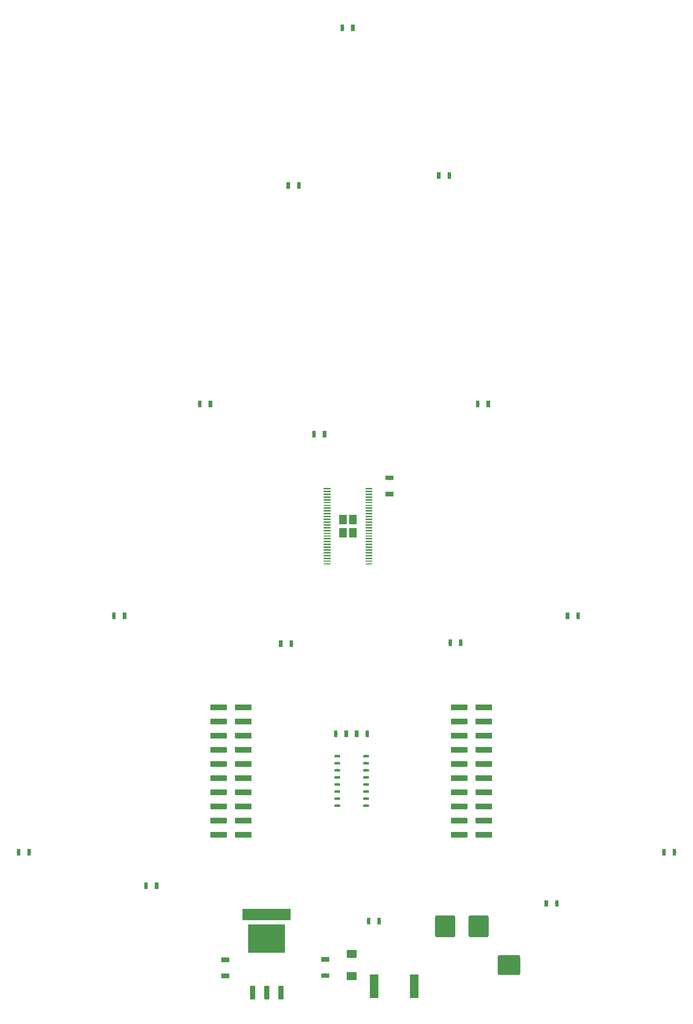
<source format=gtp>
%TF.GenerationSoftware,KiCad,Pcbnew,(2017-06-28 revision 2237de015)-makepkg*%
%TF.CreationDate,2017-08-08T21:04:21-06:00*%
%TF.ProjectId,Christmas_Tree_Disco,4368726973746D61735F547265655F44,01*%
%TF.SameCoordinates,Original%
%TF.FileFunction,Paste,Top*%
%TF.FilePolarity,Positive*%
%FSLAX46Y46*%
G04 Gerber Fmt 4.6, Leading zero omitted, Abs format (unit mm)*
G04 Created by KiCad (PCBNEW (2017-06-28 revision 2237de015)-makepkg) date 08/08/17 21:04:21*
%MOMM*%
%LPD*%
G01*
G04 APERTURE LIST*
%ADD10C,0.100000*%
%ADD11C,0.464000*%
%ADD12C,1.016000*%
%ADD13C,0.630000*%
%ADD14C,0.810000*%
%ADD15C,0.240000*%
%ADD16R,1.317650X1.715500*%
%ADD17R,8.737600X2.032000*%
%ADD18R,6.664960X5.080000*%
%ADD19C,0.853440*%
%ADD20C,1.440000*%
%ADD21C,1.600000*%
%ADD22C,3.600000*%
G04 APERTURE END LIST*
D10*
G36*
X107121148Y-173123223D02*
X107125652Y-173123892D01*
X107130069Y-173124998D01*
X107134357Y-173126532D01*
X107138473Y-173128479D01*
X107142378Y-173130820D01*
X107146036Y-173133532D01*
X107149410Y-173136590D01*
X107152468Y-173139964D01*
X107155180Y-173143622D01*
X107157521Y-173147527D01*
X107159468Y-173151643D01*
X107161002Y-173155931D01*
X107162108Y-173160348D01*
X107162777Y-173164852D01*
X107163000Y-173169400D01*
X107163000Y-173540600D01*
X107162777Y-173545148D01*
X107162108Y-173549652D01*
X107161002Y-173554069D01*
X107159468Y-173558357D01*
X107157521Y-173562473D01*
X107155180Y-173566378D01*
X107152468Y-173570036D01*
X107149410Y-173573410D01*
X107146036Y-173576468D01*
X107142378Y-173579180D01*
X107138473Y-173581521D01*
X107134357Y-173583468D01*
X107130069Y-173585002D01*
X107125652Y-173586108D01*
X107121148Y-173586777D01*
X107116600Y-173587000D01*
X106193400Y-173587000D01*
X106188852Y-173586777D01*
X106184348Y-173586108D01*
X106179931Y-173585002D01*
X106175643Y-173583468D01*
X106171527Y-173581521D01*
X106167622Y-173579180D01*
X106163964Y-173576468D01*
X106160590Y-173573410D01*
X106157532Y-173570036D01*
X106154820Y-173566378D01*
X106152479Y-173562473D01*
X106150532Y-173558357D01*
X106148998Y-173554069D01*
X106147892Y-173549652D01*
X106147223Y-173545148D01*
X106147000Y-173540600D01*
X106147000Y-173169400D01*
X106147223Y-173164852D01*
X106147892Y-173160348D01*
X106148998Y-173155931D01*
X106150532Y-173151643D01*
X106152479Y-173147527D01*
X106154820Y-173143622D01*
X106157532Y-173139964D01*
X106160590Y-173136590D01*
X106163964Y-173133532D01*
X106167622Y-173130820D01*
X106171527Y-173128479D01*
X106175643Y-173126532D01*
X106179931Y-173124998D01*
X106184348Y-173123892D01*
X106188852Y-173123223D01*
X106193400Y-173123000D01*
X107116600Y-173123000D01*
X107121148Y-173123223D01*
X107121148Y-173123223D01*
G37*
D11*
X106655000Y-173355000D03*
D10*
G36*
X107121148Y-171853223D02*
X107125652Y-171853892D01*
X107130069Y-171854998D01*
X107134357Y-171856532D01*
X107138473Y-171858479D01*
X107142378Y-171860820D01*
X107146036Y-171863532D01*
X107149410Y-171866590D01*
X107152468Y-171869964D01*
X107155180Y-171873622D01*
X107157521Y-171877527D01*
X107159468Y-171881643D01*
X107161002Y-171885931D01*
X107162108Y-171890348D01*
X107162777Y-171894852D01*
X107163000Y-171899400D01*
X107163000Y-172270600D01*
X107162777Y-172275148D01*
X107162108Y-172279652D01*
X107161002Y-172284069D01*
X107159468Y-172288357D01*
X107157521Y-172292473D01*
X107155180Y-172296378D01*
X107152468Y-172300036D01*
X107149410Y-172303410D01*
X107146036Y-172306468D01*
X107142378Y-172309180D01*
X107138473Y-172311521D01*
X107134357Y-172313468D01*
X107130069Y-172315002D01*
X107125652Y-172316108D01*
X107121148Y-172316777D01*
X107116600Y-172317000D01*
X106193400Y-172317000D01*
X106188852Y-172316777D01*
X106184348Y-172316108D01*
X106179931Y-172315002D01*
X106175643Y-172313468D01*
X106171527Y-172311521D01*
X106167622Y-172309180D01*
X106163964Y-172306468D01*
X106160590Y-172303410D01*
X106157532Y-172300036D01*
X106154820Y-172296378D01*
X106152479Y-172292473D01*
X106150532Y-172288357D01*
X106148998Y-172284069D01*
X106147892Y-172279652D01*
X106147223Y-172275148D01*
X106147000Y-172270600D01*
X106147000Y-171899400D01*
X106147223Y-171894852D01*
X106147892Y-171890348D01*
X106148998Y-171885931D01*
X106150532Y-171881643D01*
X106152479Y-171877527D01*
X106154820Y-171873622D01*
X106157532Y-171869964D01*
X106160590Y-171866590D01*
X106163964Y-171863532D01*
X106167622Y-171860820D01*
X106171527Y-171858479D01*
X106175643Y-171856532D01*
X106179931Y-171854998D01*
X106184348Y-171853892D01*
X106188852Y-171853223D01*
X106193400Y-171853000D01*
X107116600Y-171853000D01*
X107121148Y-171853223D01*
X107121148Y-171853223D01*
G37*
D11*
X106655000Y-172085000D03*
D10*
G36*
X107121148Y-170583223D02*
X107125652Y-170583892D01*
X107130069Y-170584998D01*
X107134357Y-170586532D01*
X107138473Y-170588479D01*
X107142378Y-170590820D01*
X107146036Y-170593532D01*
X107149410Y-170596590D01*
X107152468Y-170599964D01*
X107155180Y-170603622D01*
X107157521Y-170607527D01*
X107159468Y-170611643D01*
X107161002Y-170615931D01*
X107162108Y-170620348D01*
X107162777Y-170624852D01*
X107163000Y-170629400D01*
X107163000Y-171000600D01*
X107162777Y-171005148D01*
X107162108Y-171009652D01*
X107161002Y-171014069D01*
X107159468Y-171018357D01*
X107157521Y-171022473D01*
X107155180Y-171026378D01*
X107152468Y-171030036D01*
X107149410Y-171033410D01*
X107146036Y-171036468D01*
X107142378Y-171039180D01*
X107138473Y-171041521D01*
X107134357Y-171043468D01*
X107130069Y-171045002D01*
X107125652Y-171046108D01*
X107121148Y-171046777D01*
X107116600Y-171047000D01*
X106193400Y-171047000D01*
X106188852Y-171046777D01*
X106184348Y-171046108D01*
X106179931Y-171045002D01*
X106175643Y-171043468D01*
X106171527Y-171041521D01*
X106167622Y-171039180D01*
X106163964Y-171036468D01*
X106160590Y-171033410D01*
X106157532Y-171030036D01*
X106154820Y-171026378D01*
X106152479Y-171022473D01*
X106150532Y-171018357D01*
X106148998Y-171014069D01*
X106147892Y-171009652D01*
X106147223Y-171005148D01*
X106147000Y-171000600D01*
X106147000Y-170629400D01*
X106147223Y-170624852D01*
X106147892Y-170620348D01*
X106148998Y-170615931D01*
X106150532Y-170611643D01*
X106152479Y-170607527D01*
X106154820Y-170603622D01*
X106157532Y-170599964D01*
X106160590Y-170596590D01*
X106163964Y-170593532D01*
X106167622Y-170590820D01*
X106171527Y-170588479D01*
X106175643Y-170586532D01*
X106179931Y-170584998D01*
X106184348Y-170583892D01*
X106188852Y-170583223D01*
X106193400Y-170583000D01*
X107116600Y-170583000D01*
X107121148Y-170583223D01*
X107121148Y-170583223D01*
G37*
D11*
X106655000Y-170815000D03*
D10*
G36*
X112251148Y-175663223D02*
X112255652Y-175663892D01*
X112260069Y-175664998D01*
X112264357Y-175666532D01*
X112268473Y-175668479D01*
X112272378Y-175670820D01*
X112276036Y-175673532D01*
X112279410Y-175676590D01*
X112282468Y-175679964D01*
X112285180Y-175683622D01*
X112287521Y-175687527D01*
X112289468Y-175691643D01*
X112291002Y-175695931D01*
X112292108Y-175700348D01*
X112292777Y-175704852D01*
X112293000Y-175709400D01*
X112293000Y-176080600D01*
X112292777Y-176085148D01*
X112292108Y-176089652D01*
X112291002Y-176094069D01*
X112289468Y-176098357D01*
X112287521Y-176102473D01*
X112285180Y-176106378D01*
X112282468Y-176110036D01*
X112279410Y-176113410D01*
X112276036Y-176116468D01*
X112272378Y-176119180D01*
X112268473Y-176121521D01*
X112264357Y-176123468D01*
X112260069Y-176125002D01*
X112255652Y-176126108D01*
X112251148Y-176126777D01*
X112246600Y-176127000D01*
X111323400Y-176127000D01*
X111318852Y-176126777D01*
X111314348Y-176126108D01*
X111309931Y-176125002D01*
X111305643Y-176123468D01*
X111301527Y-176121521D01*
X111297622Y-176119180D01*
X111293964Y-176116468D01*
X111290590Y-176113410D01*
X111287532Y-176110036D01*
X111284820Y-176106378D01*
X111282479Y-176102473D01*
X111280532Y-176098357D01*
X111278998Y-176094069D01*
X111277892Y-176089652D01*
X111277223Y-176085148D01*
X111277000Y-176080600D01*
X111277000Y-175709400D01*
X111277223Y-175704852D01*
X111277892Y-175700348D01*
X111278998Y-175695931D01*
X111280532Y-175691643D01*
X111282479Y-175687527D01*
X111284820Y-175683622D01*
X111287532Y-175679964D01*
X111290590Y-175676590D01*
X111293964Y-175673532D01*
X111297622Y-175670820D01*
X111301527Y-175668479D01*
X111305643Y-175666532D01*
X111309931Y-175664998D01*
X111314348Y-175663892D01*
X111318852Y-175663223D01*
X111323400Y-175663000D01*
X112246600Y-175663000D01*
X112251148Y-175663223D01*
X112251148Y-175663223D01*
G37*
D11*
X111785000Y-175895000D03*
D10*
G36*
X112251148Y-174393223D02*
X112255652Y-174393892D01*
X112260069Y-174394998D01*
X112264357Y-174396532D01*
X112268473Y-174398479D01*
X112272378Y-174400820D01*
X112276036Y-174403532D01*
X112279410Y-174406590D01*
X112282468Y-174409964D01*
X112285180Y-174413622D01*
X112287521Y-174417527D01*
X112289468Y-174421643D01*
X112291002Y-174425931D01*
X112292108Y-174430348D01*
X112292777Y-174434852D01*
X112293000Y-174439400D01*
X112293000Y-174810600D01*
X112292777Y-174815148D01*
X112292108Y-174819652D01*
X112291002Y-174824069D01*
X112289468Y-174828357D01*
X112287521Y-174832473D01*
X112285180Y-174836378D01*
X112282468Y-174840036D01*
X112279410Y-174843410D01*
X112276036Y-174846468D01*
X112272378Y-174849180D01*
X112268473Y-174851521D01*
X112264357Y-174853468D01*
X112260069Y-174855002D01*
X112255652Y-174856108D01*
X112251148Y-174856777D01*
X112246600Y-174857000D01*
X111323400Y-174857000D01*
X111318852Y-174856777D01*
X111314348Y-174856108D01*
X111309931Y-174855002D01*
X111305643Y-174853468D01*
X111301527Y-174851521D01*
X111297622Y-174849180D01*
X111293964Y-174846468D01*
X111290590Y-174843410D01*
X111287532Y-174840036D01*
X111284820Y-174836378D01*
X111282479Y-174832473D01*
X111280532Y-174828357D01*
X111278998Y-174824069D01*
X111277892Y-174819652D01*
X111277223Y-174815148D01*
X111277000Y-174810600D01*
X111277000Y-174439400D01*
X111277223Y-174434852D01*
X111277892Y-174430348D01*
X111278998Y-174425931D01*
X111280532Y-174421643D01*
X111282479Y-174417527D01*
X111284820Y-174413622D01*
X111287532Y-174409964D01*
X111290590Y-174406590D01*
X111293964Y-174403532D01*
X111297622Y-174400820D01*
X111301527Y-174398479D01*
X111305643Y-174396532D01*
X111309931Y-174394998D01*
X111314348Y-174393892D01*
X111318852Y-174393223D01*
X111323400Y-174393000D01*
X112246600Y-174393000D01*
X112251148Y-174393223D01*
X112251148Y-174393223D01*
G37*
D11*
X111785000Y-174625000D03*
D10*
G36*
X112251148Y-173123223D02*
X112255652Y-173123892D01*
X112260069Y-173124998D01*
X112264357Y-173126532D01*
X112268473Y-173128479D01*
X112272378Y-173130820D01*
X112276036Y-173133532D01*
X112279410Y-173136590D01*
X112282468Y-173139964D01*
X112285180Y-173143622D01*
X112287521Y-173147527D01*
X112289468Y-173151643D01*
X112291002Y-173155931D01*
X112292108Y-173160348D01*
X112292777Y-173164852D01*
X112293000Y-173169400D01*
X112293000Y-173540600D01*
X112292777Y-173545148D01*
X112292108Y-173549652D01*
X112291002Y-173554069D01*
X112289468Y-173558357D01*
X112287521Y-173562473D01*
X112285180Y-173566378D01*
X112282468Y-173570036D01*
X112279410Y-173573410D01*
X112276036Y-173576468D01*
X112272378Y-173579180D01*
X112268473Y-173581521D01*
X112264357Y-173583468D01*
X112260069Y-173585002D01*
X112255652Y-173586108D01*
X112251148Y-173586777D01*
X112246600Y-173587000D01*
X111323400Y-173587000D01*
X111318852Y-173586777D01*
X111314348Y-173586108D01*
X111309931Y-173585002D01*
X111305643Y-173583468D01*
X111301527Y-173581521D01*
X111297622Y-173579180D01*
X111293964Y-173576468D01*
X111290590Y-173573410D01*
X111287532Y-173570036D01*
X111284820Y-173566378D01*
X111282479Y-173562473D01*
X111280532Y-173558357D01*
X111278998Y-173554069D01*
X111277892Y-173549652D01*
X111277223Y-173545148D01*
X111277000Y-173540600D01*
X111277000Y-173169400D01*
X111277223Y-173164852D01*
X111277892Y-173160348D01*
X111278998Y-173155931D01*
X111280532Y-173151643D01*
X111282479Y-173147527D01*
X111284820Y-173143622D01*
X111287532Y-173139964D01*
X111290590Y-173136590D01*
X111293964Y-173133532D01*
X111297622Y-173130820D01*
X111301527Y-173128479D01*
X111305643Y-173126532D01*
X111309931Y-173124998D01*
X111314348Y-173123892D01*
X111318852Y-173123223D01*
X111323400Y-173123000D01*
X112246600Y-173123000D01*
X112251148Y-173123223D01*
X112251148Y-173123223D01*
G37*
D11*
X111785000Y-173355000D03*
D10*
G36*
X107121148Y-169313223D02*
X107125652Y-169313892D01*
X107130069Y-169314998D01*
X107134357Y-169316532D01*
X107138473Y-169318479D01*
X107142378Y-169320820D01*
X107146036Y-169323532D01*
X107149410Y-169326590D01*
X107152468Y-169329964D01*
X107155180Y-169333622D01*
X107157521Y-169337527D01*
X107159468Y-169341643D01*
X107161002Y-169345931D01*
X107162108Y-169350348D01*
X107162777Y-169354852D01*
X107163000Y-169359400D01*
X107163000Y-169730600D01*
X107162777Y-169735148D01*
X107162108Y-169739652D01*
X107161002Y-169744069D01*
X107159468Y-169748357D01*
X107157521Y-169752473D01*
X107155180Y-169756378D01*
X107152468Y-169760036D01*
X107149410Y-169763410D01*
X107146036Y-169766468D01*
X107142378Y-169769180D01*
X107138473Y-169771521D01*
X107134357Y-169773468D01*
X107130069Y-169775002D01*
X107125652Y-169776108D01*
X107121148Y-169776777D01*
X107116600Y-169777000D01*
X106193400Y-169777000D01*
X106188852Y-169776777D01*
X106184348Y-169776108D01*
X106179931Y-169775002D01*
X106175643Y-169773468D01*
X106171527Y-169771521D01*
X106167622Y-169769180D01*
X106163964Y-169766468D01*
X106160590Y-169763410D01*
X106157532Y-169760036D01*
X106154820Y-169756378D01*
X106152479Y-169752473D01*
X106150532Y-169748357D01*
X106148998Y-169744069D01*
X106147892Y-169739652D01*
X106147223Y-169735148D01*
X106147000Y-169730600D01*
X106147000Y-169359400D01*
X106147223Y-169354852D01*
X106147892Y-169350348D01*
X106148998Y-169345931D01*
X106150532Y-169341643D01*
X106152479Y-169337527D01*
X106154820Y-169333622D01*
X106157532Y-169329964D01*
X106160590Y-169326590D01*
X106163964Y-169323532D01*
X106167622Y-169320820D01*
X106171527Y-169318479D01*
X106175643Y-169316532D01*
X106179931Y-169314998D01*
X106184348Y-169313892D01*
X106188852Y-169313223D01*
X106193400Y-169313000D01*
X107116600Y-169313000D01*
X107121148Y-169313223D01*
X107121148Y-169313223D01*
G37*
D11*
X106655000Y-169545000D03*
D10*
G36*
X112251148Y-170583223D02*
X112255652Y-170583892D01*
X112260069Y-170584998D01*
X112264357Y-170586532D01*
X112268473Y-170588479D01*
X112272378Y-170590820D01*
X112276036Y-170593532D01*
X112279410Y-170596590D01*
X112282468Y-170599964D01*
X112285180Y-170603622D01*
X112287521Y-170607527D01*
X112289468Y-170611643D01*
X112291002Y-170615931D01*
X112292108Y-170620348D01*
X112292777Y-170624852D01*
X112293000Y-170629400D01*
X112293000Y-171000600D01*
X112292777Y-171005148D01*
X112292108Y-171009652D01*
X112291002Y-171014069D01*
X112289468Y-171018357D01*
X112287521Y-171022473D01*
X112285180Y-171026378D01*
X112282468Y-171030036D01*
X112279410Y-171033410D01*
X112276036Y-171036468D01*
X112272378Y-171039180D01*
X112268473Y-171041521D01*
X112264357Y-171043468D01*
X112260069Y-171045002D01*
X112255652Y-171046108D01*
X112251148Y-171046777D01*
X112246600Y-171047000D01*
X111323400Y-171047000D01*
X111318852Y-171046777D01*
X111314348Y-171046108D01*
X111309931Y-171045002D01*
X111305643Y-171043468D01*
X111301527Y-171041521D01*
X111297622Y-171039180D01*
X111293964Y-171036468D01*
X111290590Y-171033410D01*
X111287532Y-171030036D01*
X111284820Y-171026378D01*
X111282479Y-171022473D01*
X111280532Y-171018357D01*
X111278998Y-171014069D01*
X111277892Y-171009652D01*
X111277223Y-171005148D01*
X111277000Y-171000600D01*
X111277000Y-170629400D01*
X111277223Y-170624852D01*
X111277892Y-170620348D01*
X111278998Y-170615931D01*
X111280532Y-170611643D01*
X111282479Y-170607527D01*
X111284820Y-170603622D01*
X111287532Y-170599964D01*
X111290590Y-170596590D01*
X111293964Y-170593532D01*
X111297622Y-170590820D01*
X111301527Y-170588479D01*
X111305643Y-170586532D01*
X111309931Y-170584998D01*
X111314348Y-170583892D01*
X111318852Y-170583223D01*
X111323400Y-170583000D01*
X112246600Y-170583000D01*
X112251148Y-170583223D01*
X112251148Y-170583223D01*
G37*
D11*
X111785000Y-170815000D03*
D10*
G36*
X107121148Y-174393223D02*
X107125652Y-174393892D01*
X107130069Y-174394998D01*
X107134357Y-174396532D01*
X107138473Y-174398479D01*
X107142378Y-174400820D01*
X107146036Y-174403532D01*
X107149410Y-174406590D01*
X107152468Y-174409964D01*
X107155180Y-174413622D01*
X107157521Y-174417527D01*
X107159468Y-174421643D01*
X107161002Y-174425931D01*
X107162108Y-174430348D01*
X107162777Y-174434852D01*
X107163000Y-174439400D01*
X107163000Y-174810600D01*
X107162777Y-174815148D01*
X107162108Y-174819652D01*
X107161002Y-174824069D01*
X107159468Y-174828357D01*
X107157521Y-174832473D01*
X107155180Y-174836378D01*
X107152468Y-174840036D01*
X107149410Y-174843410D01*
X107146036Y-174846468D01*
X107142378Y-174849180D01*
X107138473Y-174851521D01*
X107134357Y-174853468D01*
X107130069Y-174855002D01*
X107125652Y-174856108D01*
X107121148Y-174856777D01*
X107116600Y-174857000D01*
X106193400Y-174857000D01*
X106188852Y-174856777D01*
X106184348Y-174856108D01*
X106179931Y-174855002D01*
X106175643Y-174853468D01*
X106171527Y-174851521D01*
X106167622Y-174849180D01*
X106163964Y-174846468D01*
X106160590Y-174843410D01*
X106157532Y-174840036D01*
X106154820Y-174836378D01*
X106152479Y-174832473D01*
X106150532Y-174828357D01*
X106148998Y-174824069D01*
X106147892Y-174819652D01*
X106147223Y-174815148D01*
X106147000Y-174810600D01*
X106147000Y-174439400D01*
X106147223Y-174434852D01*
X106147892Y-174430348D01*
X106148998Y-174425931D01*
X106150532Y-174421643D01*
X106152479Y-174417527D01*
X106154820Y-174413622D01*
X106157532Y-174409964D01*
X106160590Y-174406590D01*
X106163964Y-174403532D01*
X106167622Y-174400820D01*
X106171527Y-174398479D01*
X106175643Y-174396532D01*
X106179931Y-174394998D01*
X106184348Y-174393892D01*
X106188852Y-174393223D01*
X106193400Y-174393000D01*
X107116600Y-174393000D01*
X107121148Y-174393223D01*
X107121148Y-174393223D01*
G37*
D11*
X106655000Y-174625000D03*
D10*
G36*
X107121148Y-175663223D02*
X107125652Y-175663892D01*
X107130069Y-175664998D01*
X107134357Y-175666532D01*
X107138473Y-175668479D01*
X107142378Y-175670820D01*
X107146036Y-175673532D01*
X107149410Y-175676590D01*
X107152468Y-175679964D01*
X107155180Y-175683622D01*
X107157521Y-175687527D01*
X107159468Y-175691643D01*
X107161002Y-175695931D01*
X107162108Y-175700348D01*
X107162777Y-175704852D01*
X107163000Y-175709400D01*
X107163000Y-176080600D01*
X107162777Y-176085148D01*
X107162108Y-176089652D01*
X107161002Y-176094069D01*
X107159468Y-176098357D01*
X107157521Y-176102473D01*
X107155180Y-176106378D01*
X107152468Y-176110036D01*
X107149410Y-176113410D01*
X107146036Y-176116468D01*
X107142378Y-176119180D01*
X107138473Y-176121521D01*
X107134357Y-176123468D01*
X107130069Y-176125002D01*
X107125652Y-176126108D01*
X107121148Y-176126777D01*
X107116600Y-176127000D01*
X106193400Y-176127000D01*
X106188852Y-176126777D01*
X106184348Y-176126108D01*
X106179931Y-176125002D01*
X106175643Y-176123468D01*
X106171527Y-176121521D01*
X106167622Y-176119180D01*
X106163964Y-176116468D01*
X106160590Y-176113410D01*
X106157532Y-176110036D01*
X106154820Y-176106378D01*
X106152479Y-176102473D01*
X106150532Y-176098357D01*
X106148998Y-176094069D01*
X106147892Y-176089652D01*
X106147223Y-176085148D01*
X106147000Y-176080600D01*
X106147000Y-175709400D01*
X106147223Y-175704852D01*
X106147892Y-175700348D01*
X106148998Y-175695931D01*
X106150532Y-175691643D01*
X106152479Y-175687527D01*
X106154820Y-175683622D01*
X106157532Y-175679964D01*
X106160590Y-175676590D01*
X106163964Y-175673532D01*
X106167622Y-175670820D01*
X106171527Y-175668479D01*
X106175643Y-175666532D01*
X106179931Y-175664998D01*
X106184348Y-175663892D01*
X106188852Y-175663223D01*
X106193400Y-175663000D01*
X107116600Y-175663000D01*
X107121148Y-175663223D01*
X107121148Y-175663223D01*
G37*
D11*
X106655000Y-175895000D03*
D10*
G36*
X107121148Y-168043223D02*
X107125652Y-168043892D01*
X107130069Y-168044998D01*
X107134357Y-168046532D01*
X107138473Y-168048479D01*
X107142378Y-168050820D01*
X107146036Y-168053532D01*
X107149410Y-168056590D01*
X107152468Y-168059964D01*
X107155180Y-168063622D01*
X107157521Y-168067527D01*
X107159468Y-168071643D01*
X107161002Y-168075931D01*
X107162108Y-168080348D01*
X107162777Y-168084852D01*
X107163000Y-168089400D01*
X107163000Y-168460600D01*
X107162777Y-168465148D01*
X107162108Y-168469652D01*
X107161002Y-168474069D01*
X107159468Y-168478357D01*
X107157521Y-168482473D01*
X107155180Y-168486378D01*
X107152468Y-168490036D01*
X107149410Y-168493410D01*
X107146036Y-168496468D01*
X107142378Y-168499180D01*
X107138473Y-168501521D01*
X107134357Y-168503468D01*
X107130069Y-168505002D01*
X107125652Y-168506108D01*
X107121148Y-168506777D01*
X107116600Y-168507000D01*
X106193400Y-168507000D01*
X106188852Y-168506777D01*
X106184348Y-168506108D01*
X106179931Y-168505002D01*
X106175643Y-168503468D01*
X106171527Y-168501521D01*
X106167622Y-168499180D01*
X106163964Y-168496468D01*
X106160590Y-168493410D01*
X106157532Y-168490036D01*
X106154820Y-168486378D01*
X106152479Y-168482473D01*
X106150532Y-168478357D01*
X106148998Y-168474069D01*
X106147892Y-168469652D01*
X106147223Y-168465148D01*
X106147000Y-168460600D01*
X106147000Y-168089400D01*
X106147223Y-168084852D01*
X106147892Y-168080348D01*
X106148998Y-168075931D01*
X106150532Y-168071643D01*
X106152479Y-168067527D01*
X106154820Y-168063622D01*
X106157532Y-168059964D01*
X106160590Y-168056590D01*
X106163964Y-168053532D01*
X106167622Y-168050820D01*
X106171527Y-168048479D01*
X106175643Y-168046532D01*
X106179931Y-168044998D01*
X106184348Y-168043892D01*
X106188852Y-168043223D01*
X106193400Y-168043000D01*
X107116600Y-168043000D01*
X107121148Y-168043223D01*
X107121148Y-168043223D01*
G37*
D11*
X106655000Y-168275000D03*
D10*
G36*
X112251148Y-171853223D02*
X112255652Y-171853892D01*
X112260069Y-171854998D01*
X112264357Y-171856532D01*
X112268473Y-171858479D01*
X112272378Y-171860820D01*
X112276036Y-171863532D01*
X112279410Y-171866590D01*
X112282468Y-171869964D01*
X112285180Y-171873622D01*
X112287521Y-171877527D01*
X112289468Y-171881643D01*
X112291002Y-171885931D01*
X112292108Y-171890348D01*
X112292777Y-171894852D01*
X112293000Y-171899400D01*
X112293000Y-172270600D01*
X112292777Y-172275148D01*
X112292108Y-172279652D01*
X112291002Y-172284069D01*
X112289468Y-172288357D01*
X112287521Y-172292473D01*
X112285180Y-172296378D01*
X112282468Y-172300036D01*
X112279410Y-172303410D01*
X112276036Y-172306468D01*
X112272378Y-172309180D01*
X112268473Y-172311521D01*
X112264357Y-172313468D01*
X112260069Y-172315002D01*
X112255652Y-172316108D01*
X112251148Y-172316777D01*
X112246600Y-172317000D01*
X111323400Y-172317000D01*
X111318852Y-172316777D01*
X111314348Y-172316108D01*
X111309931Y-172315002D01*
X111305643Y-172313468D01*
X111301527Y-172311521D01*
X111297622Y-172309180D01*
X111293964Y-172306468D01*
X111290590Y-172303410D01*
X111287532Y-172300036D01*
X111284820Y-172296378D01*
X111282479Y-172292473D01*
X111280532Y-172288357D01*
X111278998Y-172284069D01*
X111277892Y-172279652D01*
X111277223Y-172275148D01*
X111277000Y-172270600D01*
X111277000Y-171899400D01*
X111277223Y-171894852D01*
X111277892Y-171890348D01*
X111278998Y-171885931D01*
X111280532Y-171881643D01*
X111282479Y-171877527D01*
X111284820Y-171873622D01*
X111287532Y-171869964D01*
X111290590Y-171866590D01*
X111293964Y-171863532D01*
X111297622Y-171860820D01*
X111301527Y-171858479D01*
X111305643Y-171856532D01*
X111309931Y-171854998D01*
X111314348Y-171853892D01*
X111318852Y-171853223D01*
X111323400Y-171853000D01*
X112246600Y-171853000D01*
X112251148Y-171853223D01*
X112251148Y-171853223D01*
G37*
D11*
X111785000Y-172085000D03*
D10*
G36*
X112251148Y-169313223D02*
X112255652Y-169313892D01*
X112260069Y-169314998D01*
X112264357Y-169316532D01*
X112268473Y-169318479D01*
X112272378Y-169320820D01*
X112276036Y-169323532D01*
X112279410Y-169326590D01*
X112282468Y-169329964D01*
X112285180Y-169333622D01*
X112287521Y-169337527D01*
X112289468Y-169341643D01*
X112291002Y-169345931D01*
X112292108Y-169350348D01*
X112292777Y-169354852D01*
X112293000Y-169359400D01*
X112293000Y-169730600D01*
X112292777Y-169735148D01*
X112292108Y-169739652D01*
X112291002Y-169744069D01*
X112289468Y-169748357D01*
X112287521Y-169752473D01*
X112285180Y-169756378D01*
X112282468Y-169760036D01*
X112279410Y-169763410D01*
X112276036Y-169766468D01*
X112272378Y-169769180D01*
X112268473Y-169771521D01*
X112264357Y-169773468D01*
X112260069Y-169775002D01*
X112255652Y-169776108D01*
X112251148Y-169776777D01*
X112246600Y-169777000D01*
X111323400Y-169777000D01*
X111318852Y-169776777D01*
X111314348Y-169776108D01*
X111309931Y-169775002D01*
X111305643Y-169773468D01*
X111301527Y-169771521D01*
X111297622Y-169769180D01*
X111293964Y-169766468D01*
X111290590Y-169763410D01*
X111287532Y-169760036D01*
X111284820Y-169756378D01*
X111282479Y-169752473D01*
X111280532Y-169748357D01*
X111278998Y-169744069D01*
X111277892Y-169739652D01*
X111277223Y-169735148D01*
X111277000Y-169730600D01*
X111277000Y-169359400D01*
X111277223Y-169354852D01*
X111277892Y-169350348D01*
X111278998Y-169345931D01*
X111280532Y-169341643D01*
X111282479Y-169337527D01*
X111284820Y-169333622D01*
X111287532Y-169329964D01*
X111290590Y-169326590D01*
X111293964Y-169323532D01*
X111297622Y-169320820D01*
X111301527Y-169318479D01*
X111305643Y-169316532D01*
X111309931Y-169314998D01*
X111314348Y-169313892D01*
X111318852Y-169313223D01*
X111323400Y-169313000D01*
X112246600Y-169313000D01*
X112251148Y-169313223D01*
X112251148Y-169313223D01*
G37*
D11*
X111785000Y-169545000D03*
D10*
G36*
X112251148Y-168043223D02*
X112255652Y-168043892D01*
X112260069Y-168044998D01*
X112264357Y-168046532D01*
X112268473Y-168048479D01*
X112272378Y-168050820D01*
X112276036Y-168053532D01*
X112279410Y-168056590D01*
X112282468Y-168059964D01*
X112285180Y-168063622D01*
X112287521Y-168067527D01*
X112289468Y-168071643D01*
X112291002Y-168075931D01*
X112292108Y-168080348D01*
X112292777Y-168084852D01*
X112293000Y-168089400D01*
X112293000Y-168460600D01*
X112292777Y-168465148D01*
X112292108Y-168469652D01*
X112291002Y-168474069D01*
X112289468Y-168478357D01*
X112287521Y-168482473D01*
X112285180Y-168486378D01*
X112282468Y-168490036D01*
X112279410Y-168493410D01*
X112276036Y-168496468D01*
X112272378Y-168499180D01*
X112268473Y-168501521D01*
X112264357Y-168503468D01*
X112260069Y-168505002D01*
X112255652Y-168506108D01*
X112251148Y-168506777D01*
X112246600Y-168507000D01*
X111323400Y-168507000D01*
X111318852Y-168506777D01*
X111314348Y-168506108D01*
X111309931Y-168505002D01*
X111305643Y-168503468D01*
X111301527Y-168501521D01*
X111297622Y-168499180D01*
X111293964Y-168496468D01*
X111290590Y-168493410D01*
X111287532Y-168490036D01*
X111284820Y-168486378D01*
X111282479Y-168482473D01*
X111280532Y-168478357D01*
X111278998Y-168474069D01*
X111277892Y-168469652D01*
X111277223Y-168465148D01*
X111277000Y-168460600D01*
X111277000Y-168089400D01*
X111277223Y-168084852D01*
X111277892Y-168080348D01*
X111278998Y-168075931D01*
X111280532Y-168071643D01*
X111282479Y-168067527D01*
X111284820Y-168063622D01*
X111287532Y-168059964D01*
X111290590Y-168056590D01*
X111293964Y-168053532D01*
X111297622Y-168050820D01*
X111301527Y-168048479D01*
X111305643Y-168046532D01*
X111309931Y-168044998D01*
X111314348Y-168043892D01*
X111318852Y-168043223D01*
X111323400Y-168043000D01*
X112246600Y-168043000D01*
X112251148Y-168043223D01*
X112251148Y-168043223D01*
G37*
D11*
X111785000Y-168275000D03*
D10*
G36*
X107121148Y-176933223D02*
X107125652Y-176933892D01*
X107130069Y-176934998D01*
X107134357Y-176936532D01*
X107138473Y-176938479D01*
X107142378Y-176940820D01*
X107146036Y-176943532D01*
X107149410Y-176946590D01*
X107152468Y-176949964D01*
X107155180Y-176953622D01*
X107157521Y-176957527D01*
X107159468Y-176961643D01*
X107161002Y-176965931D01*
X107162108Y-176970348D01*
X107162777Y-176974852D01*
X107163000Y-176979400D01*
X107163000Y-177350600D01*
X107162777Y-177355148D01*
X107162108Y-177359652D01*
X107161002Y-177364069D01*
X107159468Y-177368357D01*
X107157521Y-177372473D01*
X107155180Y-177376378D01*
X107152468Y-177380036D01*
X107149410Y-177383410D01*
X107146036Y-177386468D01*
X107142378Y-177389180D01*
X107138473Y-177391521D01*
X107134357Y-177393468D01*
X107130069Y-177395002D01*
X107125652Y-177396108D01*
X107121148Y-177396777D01*
X107116600Y-177397000D01*
X106193400Y-177397000D01*
X106188852Y-177396777D01*
X106184348Y-177396108D01*
X106179931Y-177395002D01*
X106175643Y-177393468D01*
X106171527Y-177391521D01*
X106167622Y-177389180D01*
X106163964Y-177386468D01*
X106160590Y-177383410D01*
X106157532Y-177380036D01*
X106154820Y-177376378D01*
X106152479Y-177372473D01*
X106150532Y-177368357D01*
X106148998Y-177364069D01*
X106147892Y-177359652D01*
X106147223Y-177355148D01*
X106147000Y-177350600D01*
X106147000Y-176979400D01*
X106147223Y-176974852D01*
X106147892Y-176970348D01*
X106148998Y-176965931D01*
X106150532Y-176961643D01*
X106152479Y-176957527D01*
X106154820Y-176953622D01*
X106157532Y-176949964D01*
X106160590Y-176946590D01*
X106163964Y-176943532D01*
X106167622Y-176940820D01*
X106171527Y-176938479D01*
X106175643Y-176936532D01*
X106179931Y-176934998D01*
X106184348Y-176933892D01*
X106188852Y-176933223D01*
X106193400Y-176933000D01*
X107116600Y-176933000D01*
X107121148Y-176933223D01*
X107121148Y-176933223D01*
G37*
D11*
X106655000Y-177165000D03*
D10*
G36*
X112251148Y-176933223D02*
X112255652Y-176933892D01*
X112260069Y-176934998D01*
X112264357Y-176936532D01*
X112268473Y-176938479D01*
X112272378Y-176940820D01*
X112276036Y-176943532D01*
X112279410Y-176946590D01*
X112282468Y-176949964D01*
X112285180Y-176953622D01*
X112287521Y-176957527D01*
X112289468Y-176961643D01*
X112291002Y-176965931D01*
X112292108Y-176970348D01*
X112292777Y-176974852D01*
X112293000Y-176979400D01*
X112293000Y-177350600D01*
X112292777Y-177355148D01*
X112292108Y-177359652D01*
X112291002Y-177364069D01*
X112289468Y-177368357D01*
X112287521Y-177372473D01*
X112285180Y-177376378D01*
X112282468Y-177380036D01*
X112279410Y-177383410D01*
X112276036Y-177386468D01*
X112272378Y-177389180D01*
X112268473Y-177391521D01*
X112264357Y-177393468D01*
X112260069Y-177395002D01*
X112255652Y-177396108D01*
X112251148Y-177396777D01*
X112246600Y-177397000D01*
X111323400Y-177397000D01*
X111318852Y-177396777D01*
X111314348Y-177396108D01*
X111309931Y-177395002D01*
X111305643Y-177393468D01*
X111301527Y-177391521D01*
X111297622Y-177389180D01*
X111293964Y-177386468D01*
X111290590Y-177383410D01*
X111287532Y-177380036D01*
X111284820Y-177376378D01*
X111282479Y-177372473D01*
X111280532Y-177368357D01*
X111278998Y-177364069D01*
X111277892Y-177359652D01*
X111277223Y-177355148D01*
X111277000Y-177350600D01*
X111277000Y-176979400D01*
X111277223Y-176974852D01*
X111277892Y-176970348D01*
X111278998Y-176965931D01*
X111280532Y-176961643D01*
X111282479Y-176957527D01*
X111284820Y-176953622D01*
X111287532Y-176949964D01*
X111290590Y-176946590D01*
X111293964Y-176943532D01*
X111297622Y-176940820D01*
X111301527Y-176938479D01*
X111305643Y-176936532D01*
X111309931Y-176934998D01*
X111314348Y-176933892D01*
X111318852Y-176933223D01*
X111323400Y-176933000D01*
X112246600Y-176933000D01*
X112251148Y-176933223D01*
X112251148Y-176933223D01*
G37*
D11*
X111785000Y-177165000D03*
D10*
G36*
X134320359Y-158992489D02*
X134330221Y-158993952D01*
X134339893Y-158996375D01*
X134349281Y-158999734D01*
X134358294Y-159003997D01*
X134366846Y-159009123D01*
X134374854Y-159015062D01*
X134382242Y-159021758D01*
X134388938Y-159029146D01*
X134394877Y-159037154D01*
X134400003Y-159045706D01*
X134404266Y-159054719D01*
X134407625Y-159064107D01*
X134410048Y-159073779D01*
X134411511Y-159083641D01*
X134412000Y-159093600D01*
X134412000Y-159906400D01*
X134411511Y-159916359D01*
X134410048Y-159926221D01*
X134407625Y-159935893D01*
X134404266Y-159945281D01*
X134400003Y-159954294D01*
X134394877Y-159962846D01*
X134388938Y-159970854D01*
X134382242Y-159978242D01*
X134374854Y-159984938D01*
X134366846Y-159990877D01*
X134358294Y-159996003D01*
X134349281Y-160000266D01*
X134339893Y-160003625D01*
X134330221Y-160006048D01*
X134320359Y-160007511D01*
X134310400Y-160008000D01*
X131569600Y-160008000D01*
X131559641Y-160007511D01*
X131549779Y-160006048D01*
X131540107Y-160003625D01*
X131530719Y-160000266D01*
X131521706Y-159996003D01*
X131513154Y-159990877D01*
X131505146Y-159984938D01*
X131497758Y-159978242D01*
X131491062Y-159970854D01*
X131485123Y-159962846D01*
X131479997Y-159954294D01*
X131475734Y-159945281D01*
X131472375Y-159935893D01*
X131469952Y-159926221D01*
X131468489Y-159916359D01*
X131468000Y-159906400D01*
X131468000Y-159093600D01*
X131468489Y-159083641D01*
X131469952Y-159073779D01*
X131472375Y-159064107D01*
X131475734Y-159054719D01*
X131479997Y-159045706D01*
X131485123Y-159037154D01*
X131491062Y-159029146D01*
X131497758Y-159021758D01*
X131505146Y-159015062D01*
X131513154Y-159009123D01*
X131521706Y-159003997D01*
X131530719Y-158999734D01*
X131540107Y-158996375D01*
X131549779Y-158993952D01*
X131559641Y-158992489D01*
X131569600Y-158992000D01*
X134310400Y-158992000D01*
X134320359Y-158992489D01*
X134320359Y-158992489D01*
G37*
D12*
X132940000Y-159500000D03*
D10*
G36*
X134320359Y-161532489D02*
X134330221Y-161533952D01*
X134339893Y-161536375D01*
X134349281Y-161539734D01*
X134358294Y-161543997D01*
X134366846Y-161549123D01*
X134374854Y-161555062D01*
X134382242Y-161561758D01*
X134388938Y-161569146D01*
X134394877Y-161577154D01*
X134400003Y-161585706D01*
X134404266Y-161594719D01*
X134407625Y-161604107D01*
X134410048Y-161613779D01*
X134411511Y-161623641D01*
X134412000Y-161633600D01*
X134412000Y-162446400D01*
X134411511Y-162456359D01*
X134410048Y-162466221D01*
X134407625Y-162475893D01*
X134404266Y-162485281D01*
X134400003Y-162494294D01*
X134394877Y-162502846D01*
X134388938Y-162510854D01*
X134382242Y-162518242D01*
X134374854Y-162524938D01*
X134366846Y-162530877D01*
X134358294Y-162536003D01*
X134349281Y-162540266D01*
X134339893Y-162543625D01*
X134330221Y-162546048D01*
X134320359Y-162547511D01*
X134310400Y-162548000D01*
X131569600Y-162548000D01*
X131559641Y-162547511D01*
X131549779Y-162546048D01*
X131540107Y-162543625D01*
X131530719Y-162540266D01*
X131521706Y-162536003D01*
X131513154Y-162530877D01*
X131505146Y-162524938D01*
X131497758Y-162518242D01*
X131491062Y-162510854D01*
X131485123Y-162502846D01*
X131479997Y-162494294D01*
X131475734Y-162485281D01*
X131472375Y-162475893D01*
X131469952Y-162466221D01*
X131468489Y-162456359D01*
X131468000Y-162446400D01*
X131468000Y-161633600D01*
X131468489Y-161623641D01*
X131469952Y-161613779D01*
X131472375Y-161604107D01*
X131475734Y-161594719D01*
X131479997Y-161585706D01*
X131485123Y-161577154D01*
X131491062Y-161569146D01*
X131497758Y-161561758D01*
X131505146Y-161555062D01*
X131513154Y-161549123D01*
X131521706Y-161543997D01*
X131530719Y-161539734D01*
X131540107Y-161536375D01*
X131549779Y-161533952D01*
X131559641Y-161532489D01*
X131569600Y-161532000D01*
X134310400Y-161532000D01*
X134320359Y-161532489D01*
X134320359Y-161532489D01*
G37*
D12*
X132940000Y-162040000D03*
D10*
G36*
X134320359Y-164072489D02*
X134330221Y-164073952D01*
X134339893Y-164076375D01*
X134349281Y-164079734D01*
X134358294Y-164083997D01*
X134366846Y-164089123D01*
X134374854Y-164095062D01*
X134382242Y-164101758D01*
X134388938Y-164109146D01*
X134394877Y-164117154D01*
X134400003Y-164125706D01*
X134404266Y-164134719D01*
X134407625Y-164144107D01*
X134410048Y-164153779D01*
X134411511Y-164163641D01*
X134412000Y-164173600D01*
X134412000Y-164986400D01*
X134411511Y-164996359D01*
X134410048Y-165006221D01*
X134407625Y-165015893D01*
X134404266Y-165025281D01*
X134400003Y-165034294D01*
X134394877Y-165042846D01*
X134388938Y-165050854D01*
X134382242Y-165058242D01*
X134374854Y-165064938D01*
X134366846Y-165070877D01*
X134358294Y-165076003D01*
X134349281Y-165080266D01*
X134339893Y-165083625D01*
X134330221Y-165086048D01*
X134320359Y-165087511D01*
X134310400Y-165088000D01*
X131569600Y-165088000D01*
X131559641Y-165087511D01*
X131549779Y-165086048D01*
X131540107Y-165083625D01*
X131530719Y-165080266D01*
X131521706Y-165076003D01*
X131513154Y-165070877D01*
X131505146Y-165064938D01*
X131497758Y-165058242D01*
X131491062Y-165050854D01*
X131485123Y-165042846D01*
X131479997Y-165034294D01*
X131475734Y-165025281D01*
X131472375Y-165015893D01*
X131469952Y-165006221D01*
X131468489Y-164996359D01*
X131468000Y-164986400D01*
X131468000Y-164173600D01*
X131468489Y-164163641D01*
X131469952Y-164153779D01*
X131472375Y-164144107D01*
X131475734Y-164134719D01*
X131479997Y-164125706D01*
X131485123Y-164117154D01*
X131491062Y-164109146D01*
X131497758Y-164101758D01*
X131505146Y-164095062D01*
X131513154Y-164089123D01*
X131521706Y-164083997D01*
X131530719Y-164079734D01*
X131540107Y-164076375D01*
X131549779Y-164073952D01*
X131559641Y-164072489D01*
X131569600Y-164072000D01*
X134310400Y-164072000D01*
X134320359Y-164072489D01*
X134320359Y-164072489D01*
G37*
D12*
X132940000Y-164580000D03*
D10*
G36*
X134320359Y-166612489D02*
X134330221Y-166613952D01*
X134339893Y-166616375D01*
X134349281Y-166619734D01*
X134358294Y-166623997D01*
X134366846Y-166629123D01*
X134374854Y-166635062D01*
X134382242Y-166641758D01*
X134388938Y-166649146D01*
X134394877Y-166657154D01*
X134400003Y-166665706D01*
X134404266Y-166674719D01*
X134407625Y-166684107D01*
X134410048Y-166693779D01*
X134411511Y-166703641D01*
X134412000Y-166713600D01*
X134412000Y-167526400D01*
X134411511Y-167536359D01*
X134410048Y-167546221D01*
X134407625Y-167555893D01*
X134404266Y-167565281D01*
X134400003Y-167574294D01*
X134394877Y-167582846D01*
X134388938Y-167590854D01*
X134382242Y-167598242D01*
X134374854Y-167604938D01*
X134366846Y-167610877D01*
X134358294Y-167616003D01*
X134349281Y-167620266D01*
X134339893Y-167623625D01*
X134330221Y-167626048D01*
X134320359Y-167627511D01*
X134310400Y-167628000D01*
X131569600Y-167628000D01*
X131559641Y-167627511D01*
X131549779Y-167626048D01*
X131540107Y-167623625D01*
X131530719Y-167620266D01*
X131521706Y-167616003D01*
X131513154Y-167610877D01*
X131505146Y-167604938D01*
X131497758Y-167598242D01*
X131491062Y-167590854D01*
X131485123Y-167582846D01*
X131479997Y-167574294D01*
X131475734Y-167565281D01*
X131472375Y-167555893D01*
X131469952Y-167546221D01*
X131468489Y-167536359D01*
X131468000Y-167526400D01*
X131468000Y-166713600D01*
X131468489Y-166703641D01*
X131469952Y-166693779D01*
X131472375Y-166684107D01*
X131475734Y-166674719D01*
X131479997Y-166665706D01*
X131485123Y-166657154D01*
X131491062Y-166649146D01*
X131497758Y-166641758D01*
X131505146Y-166635062D01*
X131513154Y-166629123D01*
X131521706Y-166623997D01*
X131530719Y-166619734D01*
X131540107Y-166616375D01*
X131549779Y-166613952D01*
X131559641Y-166612489D01*
X131569600Y-166612000D01*
X134310400Y-166612000D01*
X134320359Y-166612489D01*
X134320359Y-166612489D01*
G37*
D12*
X132940000Y-167120000D03*
D10*
G36*
X134320359Y-169152489D02*
X134330221Y-169153952D01*
X134339893Y-169156375D01*
X134349281Y-169159734D01*
X134358294Y-169163997D01*
X134366846Y-169169123D01*
X134374854Y-169175062D01*
X134382242Y-169181758D01*
X134388938Y-169189146D01*
X134394877Y-169197154D01*
X134400003Y-169205706D01*
X134404266Y-169214719D01*
X134407625Y-169224107D01*
X134410048Y-169233779D01*
X134411511Y-169243641D01*
X134412000Y-169253600D01*
X134412000Y-170066400D01*
X134411511Y-170076359D01*
X134410048Y-170086221D01*
X134407625Y-170095893D01*
X134404266Y-170105281D01*
X134400003Y-170114294D01*
X134394877Y-170122846D01*
X134388938Y-170130854D01*
X134382242Y-170138242D01*
X134374854Y-170144938D01*
X134366846Y-170150877D01*
X134358294Y-170156003D01*
X134349281Y-170160266D01*
X134339893Y-170163625D01*
X134330221Y-170166048D01*
X134320359Y-170167511D01*
X134310400Y-170168000D01*
X131569600Y-170168000D01*
X131559641Y-170167511D01*
X131549779Y-170166048D01*
X131540107Y-170163625D01*
X131530719Y-170160266D01*
X131521706Y-170156003D01*
X131513154Y-170150877D01*
X131505146Y-170144938D01*
X131497758Y-170138242D01*
X131491062Y-170130854D01*
X131485123Y-170122846D01*
X131479997Y-170114294D01*
X131475734Y-170105281D01*
X131472375Y-170095893D01*
X131469952Y-170086221D01*
X131468489Y-170076359D01*
X131468000Y-170066400D01*
X131468000Y-169253600D01*
X131468489Y-169243641D01*
X131469952Y-169233779D01*
X131472375Y-169224107D01*
X131475734Y-169214719D01*
X131479997Y-169205706D01*
X131485123Y-169197154D01*
X131491062Y-169189146D01*
X131497758Y-169181758D01*
X131505146Y-169175062D01*
X131513154Y-169169123D01*
X131521706Y-169163997D01*
X131530719Y-169159734D01*
X131540107Y-169156375D01*
X131549779Y-169153952D01*
X131559641Y-169152489D01*
X131569600Y-169152000D01*
X134310400Y-169152000D01*
X134320359Y-169152489D01*
X134320359Y-169152489D01*
G37*
D12*
X132940000Y-169660000D03*
D10*
G36*
X134320359Y-171692489D02*
X134330221Y-171693952D01*
X134339893Y-171696375D01*
X134349281Y-171699734D01*
X134358294Y-171703997D01*
X134366846Y-171709123D01*
X134374854Y-171715062D01*
X134382242Y-171721758D01*
X134388938Y-171729146D01*
X134394877Y-171737154D01*
X134400003Y-171745706D01*
X134404266Y-171754719D01*
X134407625Y-171764107D01*
X134410048Y-171773779D01*
X134411511Y-171783641D01*
X134412000Y-171793600D01*
X134412000Y-172606400D01*
X134411511Y-172616359D01*
X134410048Y-172626221D01*
X134407625Y-172635893D01*
X134404266Y-172645281D01*
X134400003Y-172654294D01*
X134394877Y-172662846D01*
X134388938Y-172670854D01*
X134382242Y-172678242D01*
X134374854Y-172684938D01*
X134366846Y-172690877D01*
X134358294Y-172696003D01*
X134349281Y-172700266D01*
X134339893Y-172703625D01*
X134330221Y-172706048D01*
X134320359Y-172707511D01*
X134310400Y-172708000D01*
X131569600Y-172708000D01*
X131559641Y-172707511D01*
X131549779Y-172706048D01*
X131540107Y-172703625D01*
X131530719Y-172700266D01*
X131521706Y-172696003D01*
X131513154Y-172690877D01*
X131505146Y-172684938D01*
X131497758Y-172678242D01*
X131491062Y-172670854D01*
X131485123Y-172662846D01*
X131479997Y-172654294D01*
X131475734Y-172645281D01*
X131472375Y-172635893D01*
X131469952Y-172626221D01*
X131468489Y-172616359D01*
X131468000Y-172606400D01*
X131468000Y-171793600D01*
X131468489Y-171783641D01*
X131469952Y-171773779D01*
X131472375Y-171764107D01*
X131475734Y-171754719D01*
X131479997Y-171745706D01*
X131485123Y-171737154D01*
X131491062Y-171729146D01*
X131497758Y-171721758D01*
X131505146Y-171715062D01*
X131513154Y-171709123D01*
X131521706Y-171703997D01*
X131530719Y-171699734D01*
X131540107Y-171696375D01*
X131549779Y-171693952D01*
X131559641Y-171692489D01*
X131569600Y-171692000D01*
X134310400Y-171692000D01*
X134320359Y-171692489D01*
X134320359Y-171692489D01*
G37*
D12*
X132940000Y-172200000D03*
D10*
G36*
X134320359Y-174232489D02*
X134330221Y-174233952D01*
X134339893Y-174236375D01*
X134349281Y-174239734D01*
X134358294Y-174243997D01*
X134366846Y-174249123D01*
X134374854Y-174255062D01*
X134382242Y-174261758D01*
X134388938Y-174269146D01*
X134394877Y-174277154D01*
X134400003Y-174285706D01*
X134404266Y-174294719D01*
X134407625Y-174304107D01*
X134410048Y-174313779D01*
X134411511Y-174323641D01*
X134412000Y-174333600D01*
X134412000Y-175146400D01*
X134411511Y-175156359D01*
X134410048Y-175166221D01*
X134407625Y-175175893D01*
X134404266Y-175185281D01*
X134400003Y-175194294D01*
X134394877Y-175202846D01*
X134388938Y-175210854D01*
X134382242Y-175218242D01*
X134374854Y-175224938D01*
X134366846Y-175230877D01*
X134358294Y-175236003D01*
X134349281Y-175240266D01*
X134339893Y-175243625D01*
X134330221Y-175246048D01*
X134320359Y-175247511D01*
X134310400Y-175248000D01*
X131569600Y-175248000D01*
X131559641Y-175247511D01*
X131549779Y-175246048D01*
X131540107Y-175243625D01*
X131530719Y-175240266D01*
X131521706Y-175236003D01*
X131513154Y-175230877D01*
X131505146Y-175224938D01*
X131497758Y-175218242D01*
X131491062Y-175210854D01*
X131485123Y-175202846D01*
X131479997Y-175194294D01*
X131475734Y-175185281D01*
X131472375Y-175175893D01*
X131469952Y-175166221D01*
X131468489Y-175156359D01*
X131468000Y-175146400D01*
X131468000Y-174333600D01*
X131468489Y-174323641D01*
X131469952Y-174313779D01*
X131472375Y-174304107D01*
X131475734Y-174294719D01*
X131479997Y-174285706D01*
X131485123Y-174277154D01*
X131491062Y-174269146D01*
X131497758Y-174261758D01*
X131505146Y-174255062D01*
X131513154Y-174249123D01*
X131521706Y-174243997D01*
X131530719Y-174239734D01*
X131540107Y-174236375D01*
X131549779Y-174233952D01*
X131559641Y-174232489D01*
X131569600Y-174232000D01*
X134310400Y-174232000D01*
X134320359Y-174232489D01*
X134320359Y-174232489D01*
G37*
D12*
X132940000Y-174740000D03*
D10*
G36*
X134320359Y-176772489D02*
X134330221Y-176773952D01*
X134339893Y-176776375D01*
X134349281Y-176779734D01*
X134358294Y-176783997D01*
X134366846Y-176789123D01*
X134374854Y-176795062D01*
X134382242Y-176801758D01*
X134388938Y-176809146D01*
X134394877Y-176817154D01*
X134400003Y-176825706D01*
X134404266Y-176834719D01*
X134407625Y-176844107D01*
X134410048Y-176853779D01*
X134411511Y-176863641D01*
X134412000Y-176873600D01*
X134412000Y-177686400D01*
X134411511Y-177696359D01*
X134410048Y-177706221D01*
X134407625Y-177715893D01*
X134404266Y-177725281D01*
X134400003Y-177734294D01*
X134394877Y-177742846D01*
X134388938Y-177750854D01*
X134382242Y-177758242D01*
X134374854Y-177764938D01*
X134366846Y-177770877D01*
X134358294Y-177776003D01*
X134349281Y-177780266D01*
X134339893Y-177783625D01*
X134330221Y-177786048D01*
X134320359Y-177787511D01*
X134310400Y-177788000D01*
X131569600Y-177788000D01*
X131559641Y-177787511D01*
X131549779Y-177786048D01*
X131540107Y-177783625D01*
X131530719Y-177780266D01*
X131521706Y-177776003D01*
X131513154Y-177770877D01*
X131505146Y-177764938D01*
X131497758Y-177758242D01*
X131491062Y-177750854D01*
X131485123Y-177742846D01*
X131479997Y-177734294D01*
X131475734Y-177725281D01*
X131472375Y-177715893D01*
X131469952Y-177706221D01*
X131468489Y-177696359D01*
X131468000Y-177686400D01*
X131468000Y-176873600D01*
X131468489Y-176863641D01*
X131469952Y-176853779D01*
X131472375Y-176844107D01*
X131475734Y-176834719D01*
X131479997Y-176825706D01*
X131485123Y-176817154D01*
X131491062Y-176809146D01*
X131497758Y-176801758D01*
X131505146Y-176795062D01*
X131513154Y-176789123D01*
X131521706Y-176783997D01*
X131530719Y-176779734D01*
X131540107Y-176776375D01*
X131549779Y-176773952D01*
X131559641Y-176772489D01*
X131569600Y-176772000D01*
X134310400Y-176772000D01*
X134320359Y-176772489D01*
X134320359Y-176772489D01*
G37*
D12*
X132940000Y-177280000D03*
D10*
G36*
X134320359Y-179312489D02*
X134330221Y-179313952D01*
X134339893Y-179316375D01*
X134349281Y-179319734D01*
X134358294Y-179323997D01*
X134366846Y-179329123D01*
X134374854Y-179335062D01*
X134382242Y-179341758D01*
X134388938Y-179349146D01*
X134394877Y-179357154D01*
X134400003Y-179365706D01*
X134404266Y-179374719D01*
X134407625Y-179384107D01*
X134410048Y-179393779D01*
X134411511Y-179403641D01*
X134412000Y-179413600D01*
X134412000Y-180226400D01*
X134411511Y-180236359D01*
X134410048Y-180246221D01*
X134407625Y-180255893D01*
X134404266Y-180265281D01*
X134400003Y-180274294D01*
X134394877Y-180282846D01*
X134388938Y-180290854D01*
X134382242Y-180298242D01*
X134374854Y-180304938D01*
X134366846Y-180310877D01*
X134358294Y-180316003D01*
X134349281Y-180320266D01*
X134339893Y-180323625D01*
X134330221Y-180326048D01*
X134320359Y-180327511D01*
X134310400Y-180328000D01*
X131569600Y-180328000D01*
X131559641Y-180327511D01*
X131549779Y-180326048D01*
X131540107Y-180323625D01*
X131530719Y-180320266D01*
X131521706Y-180316003D01*
X131513154Y-180310877D01*
X131505146Y-180304938D01*
X131497758Y-180298242D01*
X131491062Y-180290854D01*
X131485123Y-180282846D01*
X131479997Y-180274294D01*
X131475734Y-180265281D01*
X131472375Y-180255893D01*
X131469952Y-180246221D01*
X131468489Y-180236359D01*
X131468000Y-180226400D01*
X131468000Y-179413600D01*
X131468489Y-179403641D01*
X131469952Y-179393779D01*
X131472375Y-179384107D01*
X131475734Y-179374719D01*
X131479997Y-179365706D01*
X131485123Y-179357154D01*
X131491062Y-179349146D01*
X131497758Y-179341758D01*
X131505146Y-179335062D01*
X131513154Y-179329123D01*
X131521706Y-179323997D01*
X131530719Y-179319734D01*
X131540107Y-179316375D01*
X131549779Y-179313952D01*
X131559641Y-179312489D01*
X131569600Y-179312000D01*
X134310400Y-179312000D01*
X134320359Y-179312489D01*
X134320359Y-179312489D01*
G37*
D12*
X132940000Y-179820000D03*
D10*
G36*
X134320359Y-181852489D02*
X134330221Y-181853952D01*
X134339893Y-181856375D01*
X134349281Y-181859734D01*
X134358294Y-181863997D01*
X134366846Y-181869123D01*
X134374854Y-181875062D01*
X134382242Y-181881758D01*
X134388938Y-181889146D01*
X134394877Y-181897154D01*
X134400003Y-181905706D01*
X134404266Y-181914719D01*
X134407625Y-181924107D01*
X134410048Y-181933779D01*
X134411511Y-181943641D01*
X134412000Y-181953600D01*
X134412000Y-182766400D01*
X134411511Y-182776359D01*
X134410048Y-182786221D01*
X134407625Y-182795893D01*
X134404266Y-182805281D01*
X134400003Y-182814294D01*
X134394877Y-182822846D01*
X134388938Y-182830854D01*
X134382242Y-182838242D01*
X134374854Y-182844938D01*
X134366846Y-182850877D01*
X134358294Y-182856003D01*
X134349281Y-182860266D01*
X134339893Y-182863625D01*
X134330221Y-182866048D01*
X134320359Y-182867511D01*
X134310400Y-182868000D01*
X131569600Y-182868000D01*
X131559641Y-182867511D01*
X131549779Y-182866048D01*
X131540107Y-182863625D01*
X131530719Y-182860266D01*
X131521706Y-182856003D01*
X131513154Y-182850877D01*
X131505146Y-182844938D01*
X131497758Y-182838242D01*
X131491062Y-182830854D01*
X131485123Y-182822846D01*
X131479997Y-182814294D01*
X131475734Y-182805281D01*
X131472375Y-182795893D01*
X131469952Y-182786221D01*
X131468489Y-182776359D01*
X131468000Y-182766400D01*
X131468000Y-181953600D01*
X131468489Y-181943641D01*
X131469952Y-181933779D01*
X131472375Y-181924107D01*
X131475734Y-181914719D01*
X131479997Y-181905706D01*
X131485123Y-181897154D01*
X131491062Y-181889146D01*
X131497758Y-181881758D01*
X131505146Y-181875062D01*
X131513154Y-181869123D01*
X131521706Y-181863997D01*
X131530719Y-181859734D01*
X131540107Y-181856375D01*
X131549779Y-181853952D01*
X131559641Y-181852489D01*
X131569600Y-181852000D01*
X134310400Y-181852000D01*
X134320359Y-181852489D01*
X134320359Y-181852489D01*
G37*
D12*
X132940000Y-182360000D03*
D10*
G36*
X129880359Y-181852489D02*
X129890221Y-181853952D01*
X129899893Y-181856375D01*
X129909281Y-181859734D01*
X129918294Y-181863997D01*
X129926846Y-181869123D01*
X129934854Y-181875062D01*
X129942242Y-181881758D01*
X129948938Y-181889146D01*
X129954877Y-181897154D01*
X129960003Y-181905706D01*
X129964266Y-181914719D01*
X129967625Y-181924107D01*
X129970048Y-181933779D01*
X129971511Y-181943641D01*
X129972000Y-181953600D01*
X129972000Y-182766400D01*
X129971511Y-182776359D01*
X129970048Y-182786221D01*
X129967625Y-182795893D01*
X129964266Y-182805281D01*
X129960003Y-182814294D01*
X129954877Y-182822846D01*
X129948938Y-182830854D01*
X129942242Y-182838242D01*
X129934854Y-182844938D01*
X129926846Y-182850877D01*
X129918294Y-182856003D01*
X129909281Y-182860266D01*
X129899893Y-182863625D01*
X129890221Y-182866048D01*
X129880359Y-182867511D01*
X129870400Y-182868000D01*
X127129600Y-182868000D01*
X127119641Y-182867511D01*
X127109779Y-182866048D01*
X127100107Y-182863625D01*
X127090719Y-182860266D01*
X127081706Y-182856003D01*
X127073154Y-182850877D01*
X127065146Y-182844938D01*
X127057758Y-182838242D01*
X127051062Y-182830854D01*
X127045123Y-182822846D01*
X127039997Y-182814294D01*
X127035734Y-182805281D01*
X127032375Y-182795893D01*
X127029952Y-182786221D01*
X127028489Y-182776359D01*
X127028000Y-182766400D01*
X127028000Y-181953600D01*
X127028489Y-181943641D01*
X127029952Y-181933779D01*
X127032375Y-181924107D01*
X127035734Y-181914719D01*
X127039997Y-181905706D01*
X127045123Y-181897154D01*
X127051062Y-181889146D01*
X127057758Y-181881758D01*
X127065146Y-181875062D01*
X127073154Y-181869123D01*
X127081706Y-181863997D01*
X127090719Y-181859734D01*
X127100107Y-181856375D01*
X127109779Y-181853952D01*
X127119641Y-181852489D01*
X127129600Y-181852000D01*
X129870400Y-181852000D01*
X129880359Y-181852489D01*
X129880359Y-181852489D01*
G37*
D12*
X128500000Y-182360000D03*
D10*
G36*
X129880359Y-179312489D02*
X129890221Y-179313952D01*
X129899893Y-179316375D01*
X129909281Y-179319734D01*
X129918294Y-179323997D01*
X129926846Y-179329123D01*
X129934854Y-179335062D01*
X129942242Y-179341758D01*
X129948938Y-179349146D01*
X129954877Y-179357154D01*
X129960003Y-179365706D01*
X129964266Y-179374719D01*
X129967625Y-179384107D01*
X129970048Y-179393779D01*
X129971511Y-179403641D01*
X129972000Y-179413600D01*
X129972000Y-180226400D01*
X129971511Y-180236359D01*
X129970048Y-180246221D01*
X129967625Y-180255893D01*
X129964266Y-180265281D01*
X129960003Y-180274294D01*
X129954877Y-180282846D01*
X129948938Y-180290854D01*
X129942242Y-180298242D01*
X129934854Y-180304938D01*
X129926846Y-180310877D01*
X129918294Y-180316003D01*
X129909281Y-180320266D01*
X129899893Y-180323625D01*
X129890221Y-180326048D01*
X129880359Y-180327511D01*
X129870400Y-180328000D01*
X127129600Y-180328000D01*
X127119641Y-180327511D01*
X127109779Y-180326048D01*
X127100107Y-180323625D01*
X127090719Y-180320266D01*
X127081706Y-180316003D01*
X127073154Y-180310877D01*
X127065146Y-180304938D01*
X127057758Y-180298242D01*
X127051062Y-180290854D01*
X127045123Y-180282846D01*
X127039997Y-180274294D01*
X127035734Y-180265281D01*
X127032375Y-180255893D01*
X127029952Y-180246221D01*
X127028489Y-180236359D01*
X127028000Y-180226400D01*
X127028000Y-179413600D01*
X127028489Y-179403641D01*
X127029952Y-179393779D01*
X127032375Y-179384107D01*
X127035734Y-179374719D01*
X127039997Y-179365706D01*
X127045123Y-179357154D01*
X127051062Y-179349146D01*
X127057758Y-179341758D01*
X127065146Y-179335062D01*
X127073154Y-179329123D01*
X127081706Y-179323997D01*
X127090719Y-179319734D01*
X127100107Y-179316375D01*
X127109779Y-179313952D01*
X127119641Y-179312489D01*
X127129600Y-179312000D01*
X129870400Y-179312000D01*
X129880359Y-179312489D01*
X129880359Y-179312489D01*
G37*
D12*
X128500000Y-179820000D03*
D10*
G36*
X129880359Y-176772489D02*
X129890221Y-176773952D01*
X129899893Y-176776375D01*
X129909281Y-176779734D01*
X129918294Y-176783997D01*
X129926846Y-176789123D01*
X129934854Y-176795062D01*
X129942242Y-176801758D01*
X129948938Y-176809146D01*
X129954877Y-176817154D01*
X129960003Y-176825706D01*
X129964266Y-176834719D01*
X129967625Y-176844107D01*
X129970048Y-176853779D01*
X129971511Y-176863641D01*
X129972000Y-176873600D01*
X129972000Y-177686400D01*
X129971511Y-177696359D01*
X129970048Y-177706221D01*
X129967625Y-177715893D01*
X129964266Y-177725281D01*
X129960003Y-177734294D01*
X129954877Y-177742846D01*
X129948938Y-177750854D01*
X129942242Y-177758242D01*
X129934854Y-177764938D01*
X129926846Y-177770877D01*
X129918294Y-177776003D01*
X129909281Y-177780266D01*
X129899893Y-177783625D01*
X129890221Y-177786048D01*
X129880359Y-177787511D01*
X129870400Y-177788000D01*
X127129600Y-177788000D01*
X127119641Y-177787511D01*
X127109779Y-177786048D01*
X127100107Y-177783625D01*
X127090719Y-177780266D01*
X127081706Y-177776003D01*
X127073154Y-177770877D01*
X127065146Y-177764938D01*
X127057758Y-177758242D01*
X127051062Y-177750854D01*
X127045123Y-177742846D01*
X127039997Y-177734294D01*
X127035734Y-177725281D01*
X127032375Y-177715893D01*
X127029952Y-177706221D01*
X127028489Y-177696359D01*
X127028000Y-177686400D01*
X127028000Y-176873600D01*
X127028489Y-176863641D01*
X127029952Y-176853779D01*
X127032375Y-176844107D01*
X127035734Y-176834719D01*
X127039997Y-176825706D01*
X127045123Y-176817154D01*
X127051062Y-176809146D01*
X127057758Y-176801758D01*
X127065146Y-176795062D01*
X127073154Y-176789123D01*
X127081706Y-176783997D01*
X127090719Y-176779734D01*
X127100107Y-176776375D01*
X127109779Y-176773952D01*
X127119641Y-176772489D01*
X127129600Y-176772000D01*
X129870400Y-176772000D01*
X129880359Y-176772489D01*
X129880359Y-176772489D01*
G37*
D12*
X128500000Y-177280000D03*
D10*
G36*
X129880359Y-174232489D02*
X129890221Y-174233952D01*
X129899893Y-174236375D01*
X129909281Y-174239734D01*
X129918294Y-174243997D01*
X129926846Y-174249123D01*
X129934854Y-174255062D01*
X129942242Y-174261758D01*
X129948938Y-174269146D01*
X129954877Y-174277154D01*
X129960003Y-174285706D01*
X129964266Y-174294719D01*
X129967625Y-174304107D01*
X129970048Y-174313779D01*
X129971511Y-174323641D01*
X129972000Y-174333600D01*
X129972000Y-175146400D01*
X129971511Y-175156359D01*
X129970048Y-175166221D01*
X129967625Y-175175893D01*
X129964266Y-175185281D01*
X129960003Y-175194294D01*
X129954877Y-175202846D01*
X129948938Y-175210854D01*
X129942242Y-175218242D01*
X129934854Y-175224938D01*
X129926846Y-175230877D01*
X129918294Y-175236003D01*
X129909281Y-175240266D01*
X129899893Y-175243625D01*
X129890221Y-175246048D01*
X129880359Y-175247511D01*
X129870400Y-175248000D01*
X127129600Y-175248000D01*
X127119641Y-175247511D01*
X127109779Y-175246048D01*
X127100107Y-175243625D01*
X127090719Y-175240266D01*
X127081706Y-175236003D01*
X127073154Y-175230877D01*
X127065146Y-175224938D01*
X127057758Y-175218242D01*
X127051062Y-175210854D01*
X127045123Y-175202846D01*
X127039997Y-175194294D01*
X127035734Y-175185281D01*
X127032375Y-175175893D01*
X127029952Y-175166221D01*
X127028489Y-175156359D01*
X127028000Y-175146400D01*
X127028000Y-174333600D01*
X127028489Y-174323641D01*
X127029952Y-174313779D01*
X127032375Y-174304107D01*
X127035734Y-174294719D01*
X127039997Y-174285706D01*
X127045123Y-174277154D01*
X127051062Y-174269146D01*
X127057758Y-174261758D01*
X127065146Y-174255062D01*
X127073154Y-174249123D01*
X127081706Y-174243997D01*
X127090719Y-174239734D01*
X127100107Y-174236375D01*
X127109779Y-174233952D01*
X127119641Y-174232489D01*
X127129600Y-174232000D01*
X129870400Y-174232000D01*
X129880359Y-174232489D01*
X129880359Y-174232489D01*
G37*
D12*
X128500000Y-174740000D03*
D10*
G36*
X129880359Y-171692489D02*
X129890221Y-171693952D01*
X129899893Y-171696375D01*
X129909281Y-171699734D01*
X129918294Y-171703997D01*
X129926846Y-171709123D01*
X129934854Y-171715062D01*
X129942242Y-171721758D01*
X129948938Y-171729146D01*
X129954877Y-171737154D01*
X129960003Y-171745706D01*
X129964266Y-171754719D01*
X129967625Y-171764107D01*
X129970048Y-171773779D01*
X129971511Y-171783641D01*
X129972000Y-171793600D01*
X129972000Y-172606400D01*
X129971511Y-172616359D01*
X129970048Y-172626221D01*
X129967625Y-172635893D01*
X129964266Y-172645281D01*
X129960003Y-172654294D01*
X129954877Y-172662846D01*
X129948938Y-172670854D01*
X129942242Y-172678242D01*
X129934854Y-172684938D01*
X129926846Y-172690877D01*
X129918294Y-172696003D01*
X129909281Y-172700266D01*
X129899893Y-172703625D01*
X129890221Y-172706048D01*
X129880359Y-172707511D01*
X129870400Y-172708000D01*
X127129600Y-172708000D01*
X127119641Y-172707511D01*
X127109779Y-172706048D01*
X127100107Y-172703625D01*
X127090719Y-172700266D01*
X127081706Y-172696003D01*
X127073154Y-172690877D01*
X127065146Y-172684938D01*
X127057758Y-172678242D01*
X127051062Y-172670854D01*
X127045123Y-172662846D01*
X127039997Y-172654294D01*
X127035734Y-172645281D01*
X127032375Y-172635893D01*
X127029952Y-172626221D01*
X127028489Y-172616359D01*
X127028000Y-172606400D01*
X127028000Y-171793600D01*
X127028489Y-171783641D01*
X127029952Y-171773779D01*
X127032375Y-171764107D01*
X127035734Y-171754719D01*
X127039997Y-171745706D01*
X127045123Y-171737154D01*
X127051062Y-171729146D01*
X127057758Y-171721758D01*
X127065146Y-171715062D01*
X127073154Y-171709123D01*
X127081706Y-171703997D01*
X127090719Y-171699734D01*
X127100107Y-171696375D01*
X127109779Y-171693952D01*
X127119641Y-171692489D01*
X127129600Y-171692000D01*
X129870400Y-171692000D01*
X129880359Y-171692489D01*
X129880359Y-171692489D01*
G37*
D12*
X128500000Y-172200000D03*
D10*
G36*
X129880359Y-169152489D02*
X129890221Y-169153952D01*
X129899893Y-169156375D01*
X129909281Y-169159734D01*
X129918294Y-169163997D01*
X129926846Y-169169123D01*
X129934854Y-169175062D01*
X129942242Y-169181758D01*
X129948938Y-169189146D01*
X129954877Y-169197154D01*
X129960003Y-169205706D01*
X129964266Y-169214719D01*
X129967625Y-169224107D01*
X129970048Y-169233779D01*
X129971511Y-169243641D01*
X129972000Y-169253600D01*
X129972000Y-170066400D01*
X129971511Y-170076359D01*
X129970048Y-170086221D01*
X129967625Y-170095893D01*
X129964266Y-170105281D01*
X129960003Y-170114294D01*
X129954877Y-170122846D01*
X129948938Y-170130854D01*
X129942242Y-170138242D01*
X129934854Y-170144938D01*
X129926846Y-170150877D01*
X129918294Y-170156003D01*
X129909281Y-170160266D01*
X129899893Y-170163625D01*
X129890221Y-170166048D01*
X129880359Y-170167511D01*
X129870400Y-170168000D01*
X127129600Y-170168000D01*
X127119641Y-170167511D01*
X127109779Y-170166048D01*
X127100107Y-170163625D01*
X127090719Y-170160266D01*
X127081706Y-170156003D01*
X127073154Y-170150877D01*
X127065146Y-170144938D01*
X127057758Y-170138242D01*
X127051062Y-170130854D01*
X127045123Y-170122846D01*
X127039997Y-170114294D01*
X127035734Y-170105281D01*
X127032375Y-170095893D01*
X127029952Y-170086221D01*
X127028489Y-170076359D01*
X127028000Y-170066400D01*
X127028000Y-169253600D01*
X127028489Y-169243641D01*
X127029952Y-169233779D01*
X127032375Y-169224107D01*
X127035734Y-169214719D01*
X127039997Y-169205706D01*
X127045123Y-169197154D01*
X127051062Y-169189146D01*
X127057758Y-169181758D01*
X127065146Y-169175062D01*
X127073154Y-169169123D01*
X127081706Y-169163997D01*
X127090719Y-169159734D01*
X127100107Y-169156375D01*
X127109779Y-169153952D01*
X127119641Y-169152489D01*
X127129600Y-169152000D01*
X129870400Y-169152000D01*
X129880359Y-169152489D01*
X129880359Y-169152489D01*
G37*
D12*
X128500000Y-169660000D03*
D10*
G36*
X129880359Y-166612489D02*
X129890221Y-166613952D01*
X129899893Y-166616375D01*
X129909281Y-166619734D01*
X129918294Y-166623997D01*
X129926846Y-166629123D01*
X129934854Y-166635062D01*
X129942242Y-166641758D01*
X129948938Y-166649146D01*
X129954877Y-166657154D01*
X129960003Y-166665706D01*
X129964266Y-166674719D01*
X129967625Y-166684107D01*
X129970048Y-166693779D01*
X129971511Y-166703641D01*
X129972000Y-166713600D01*
X129972000Y-167526400D01*
X129971511Y-167536359D01*
X129970048Y-167546221D01*
X129967625Y-167555893D01*
X129964266Y-167565281D01*
X129960003Y-167574294D01*
X129954877Y-167582846D01*
X129948938Y-167590854D01*
X129942242Y-167598242D01*
X129934854Y-167604938D01*
X129926846Y-167610877D01*
X129918294Y-167616003D01*
X129909281Y-167620266D01*
X129899893Y-167623625D01*
X129890221Y-167626048D01*
X129880359Y-167627511D01*
X129870400Y-167628000D01*
X127129600Y-167628000D01*
X127119641Y-167627511D01*
X127109779Y-167626048D01*
X127100107Y-167623625D01*
X127090719Y-167620266D01*
X127081706Y-167616003D01*
X127073154Y-167610877D01*
X127065146Y-167604938D01*
X127057758Y-167598242D01*
X127051062Y-167590854D01*
X127045123Y-167582846D01*
X127039997Y-167574294D01*
X127035734Y-167565281D01*
X127032375Y-167555893D01*
X127029952Y-167546221D01*
X127028489Y-167536359D01*
X127028000Y-167526400D01*
X127028000Y-166713600D01*
X127028489Y-166703641D01*
X127029952Y-166693779D01*
X127032375Y-166684107D01*
X127035734Y-166674719D01*
X127039997Y-166665706D01*
X127045123Y-166657154D01*
X127051062Y-166649146D01*
X127057758Y-166641758D01*
X127065146Y-166635062D01*
X127073154Y-166629123D01*
X127081706Y-166623997D01*
X127090719Y-166619734D01*
X127100107Y-166616375D01*
X127109779Y-166613952D01*
X127119641Y-166612489D01*
X127129600Y-166612000D01*
X129870400Y-166612000D01*
X129880359Y-166612489D01*
X129880359Y-166612489D01*
G37*
D12*
X128500000Y-167120000D03*
D10*
G36*
X129880359Y-164072489D02*
X129890221Y-164073952D01*
X129899893Y-164076375D01*
X129909281Y-164079734D01*
X129918294Y-164083997D01*
X129926846Y-164089123D01*
X129934854Y-164095062D01*
X129942242Y-164101758D01*
X129948938Y-164109146D01*
X129954877Y-164117154D01*
X129960003Y-164125706D01*
X129964266Y-164134719D01*
X129967625Y-164144107D01*
X129970048Y-164153779D01*
X129971511Y-164163641D01*
X129972000Y-164173600D01*
X129972000Y-164986400D01*
X129971511Y-164996359D01*
X129970048Y-165006221D01*
X129967625Y-165015893D01*
X129964266Y-165025281D01*
X129960003Y-165034294D01*
X129954877Y-165042846D01*
X129948938Y-165050854D01*
X129942242Y-165058242D01*
X129934854Y-165064938D01*
X129926846Y-165070877D01*
X129918294Y-165076003D01*
X129909281Y-165080266D01*
X129899893Y-165083625D01*
X129890221Y-165086048D01*
X129880359Y-165087511D01*
X129870400Y-165088000D01*
X127129600Y-165088000D01*
X127119641Y-165087511D01*
X127109779Y-165086048D01*
X127100107Y-165083625D01*
X127090719Y-165080266D01*
X127081706Y-165076003D01*
X127073154Y-165070877D01*
X127065146Y-165064938D01*
X127057758Y-165058242D01*
X127051062Y-165050854D01*
X127045123Y-165042846D01*
X127039997Y-165034294D01*
X127035734Y-165025281D01*
X127032375Y-165015893D01*
X127029952Y-165006221D01*
X127028489Y-164996359D01*
X127028000Y-164986400D01*
X127028000Y-164173600D01*
X127028489Y-164163641D01*
X127029952Y-164153779D01*
X127032375Y-164144107D01*
X127035734Y-164134719D01*
X127039997Y-164125706D01*
X127045123Y-164117154D01*
X127051062Y-164109146D01*
X127057758Y-164101758D01*
X127065146Y-164095062D01*
X127073154Y-164089123D01*
X127081706Y-164083997D01*
X127090719Y-164079734D01*
X127100107Y-164076375D01*
X127109779Y-164073952D01*
X127119641Y-164072489D01*
X127129600Y-164072000D01*
X129870400Y-164072000D01*
X129880359Y-164072489D01*
X129880359Y-164072489D01*
G37*
D12*
X128500000Y-164580000D03*
D10*
G36*
X129880359Y-161532489D02*
X129890221Y-161533952D01*
X129899893Y-161536375D01*
X129909281Y-161539734D01*
X129918294Y-161543997D01*
X129926846Y-161549123D01*
X129934854Y-161555062D01*
X129942242Y-161561758D01*
X129948938Y-161569146D01*
X129954877Y-161577154D01*
X129960003Y-161585706D01*
X129964266Y-161594719D01*
X129967625Y-161604107D01*
X129970048Y-161613779D01*
X129971511Y-161623641D01*
X129972000Y-161633600D01*
X129972000Y-162446400D01*
X129971511Y-162456359D01*
X129970048Y-162466221D01*
X129967625Y-162475893D01*
X129964266Y-162485281D01*
X129960003Y-162494294D01*
X129954877Y-162502846D01*
X129948938Y-162510854D01*
X129942242Y-162518242D01*
X129934854Y-162524938D01*
X129926846Y-162530877D01*
X129918294Y-162536003D01*
X129909281Y-162540266D01*
X129899893Y-162543625D01*
X129890221Y-162546048D01*
X129880359Y-162547511D01*
X129870400Y-162548000D01*
X127129600Y-162548000D01*
X127119641Y-162547511D01*
X127109779Y-162546048D01*
X127100107Y-162543625D01*
X127090719Y-162540266D01*
X127081706Y-162536003D01*
X127073154Y-162530877D01*
X127065146Y-162524938D01*
X127057758Y-162518242D01*
X127051062Y-162510854D01*
X127045123Y-162502846D01*
X127039997Y-162494294D01*
X127035734Y-162485281D01*
X127032375Y-162475893D01*
X127029952Y-162466221D01*
X127028489Y-162456359D01*
X127028000Y-162446400D01*
X127028000Y-161633600D01*
X127028489Y-161623641D01*
X127029952Y-161613779D01*
X127032375Y-161604107D01*
X127035734Y-161594719D01*
X127039997Y-161585706D01*
X127045123Y-161577154D01*
X127051062Y-161569146D01*
X127057758Y-161561758D01*
X127065146Y-161555062D01*
X127073154Y-161549123D01*
X127081706Y-161543997D01*
X127090719Y-161539734D01*
X127100107Y-161536375D01*
X127109779Y-161533952D01*
X127119641Y-161532489D01*
X127129600Y-161532000D01*
X129870400Y-161532000D01*
X129880359Y-161532489D01*
X129880359Y-161532489D01*
G37*
D12*
X128500000Y-162040000D03*
D10*
G36*
X91140359Y-158992489D02*
X91150221Y-158993952D01*
X91159893Y-158996375D01*
X91169281Y-158999734D01*
X91178294Y-159003997D01*
X91186846Y-159009123D01*
X91194854Y-159015062D01*
X91202242Y-159021758D01*
X91208938Y-159029146D01*
X91214877Y-159037154D01*
X91220003Y-159045706D01*
X91224266Y-159054719D01*
X91227625Y-159064107D01*
X91230048Y-159073779D01*
X91231511Y-159083641D01*
X91232000Y-159093600D01*
X91232000Y-159906400D01*
X91231511Y-159916359D01*
X91230048Y-159926221D01*
X91227625Y-159935893D01*
X91224266Y-159945281D01*
X91220003Y-159954294D01*
X91214877Y-159962846D01*
X91208938Y-159970854D01*
X91202242Y-159978242D01*
X91194854Y-159984938D01*
X91186846Y-159990877D01*
X91178294Y-159996003D01*
X91169281Y-160000266D01*
X91159893Y-160003625D01*
X91150221Y-160006048D01*
X91140359Y-160007511D01*
X91130400Y-160008000D01*
X88389600Y-160008000D01*
X88379641Y-160007511D01*
X88369779Y-160006048D01*
X88360107Y-160003625D01*
X88350719Y-160000266D01*
X88341706Y-159996003D01*
X88333154Y-159990877D01*
X88325146Y-159984938D01*
X88317758Y-159978242D01*
X88311062Y-159970854D01*
X88305123Y-159962846D01*
X88299997Y-159954294D01*
X88295734Y-159945281D01*
X88292375Y-159935893D01*
X88289952Y-159926221D01*
X88288489Y-159916359D01*
X88288000Y-159906400D01*
X88288000Y-159093600D01*
X88288489Y-159083641D01*
X88289952Y-159073779D01*
X88292375Y-159064107D01*
X88295734Y-159054719D01*
X88299997Y-159045706D01*
X88305123Y-159037154D01*
X88311062Y-159029146D01*
X88317758Y-159021758D01*
X88325146Y-159015062D01*
X88333154Y-159009123D01*
X88341706Y-159003997D01*
X88350719Y-158999734D01*
X88360107Y-158996375D01*
X88369779Y-158993952D01*
X88379641Y-158992489D01*
X88389600Y-158992000D01*
X91130400Y-158992000D01*
X91140359Y-158992489D01*
X91140359Y-158992489D01*
G37*
D12*
X89760000Y-159500000D03*
D10*
G36*
X91140359Y-161532489D02*
X91150221Y-161533952D01*
X91159893Y-161536375D01*
X91169281Y-161539734D01*
X91178294Y-161543997D01*
X91186846Y-161549123D01*
X91194854Y-161555062D01*
X91202242Y-161561758D01*
X91208938Y-161569146D01*
X91214877Y-161577154D01*
X91220003Y-161585706D01*
X91224266Y-161594719D01*
X91227625Y-161604107D01*
X91230048Y-161613779D01*
X91231511Y-161623641D01*
X91232000Y-161633600D01*
X91232000Y-162446400D01*
X91231511Y-162456359D01*
X91230048Y-162466221D01*
X91227625Y-162475893D01*
X91224266Y-162485281D01*
X91220003Y-162494294D01*
X91214877Y-162502846D01*
X91208938Y-162510854D01*
X91202242Y-162518242D01*
X91194854Y-162524938D01*
X91186846Y-162530877D01*
X91178294Y-162536003D01*
X91169281Y-162540266D01*
X91159893Y-162543625D01*
X91150221Y-162546048D01*
X91140359Y-162547511D01*
X91130400Y-162548000D01*
X88389600Y-162548000D01*
X88379641Y-162547511D01*
X88369779Y-162546048D01*
X88360107Y-162543625D01*
X88350719Y-162540266D01*
X88341706Y-162536003D01*
X88333154Y-162530877D01*
X88325146Y-162524938D01*
X88317758Y-162518242D01*
X88311062Y-162510854D01*
X88305123Y-162502846D01*
X88299997Y-162494294D01*
X88295734Y-162485281D01*
X88292375Y-162475893D01*
X88289952Y-162466221D01*
X88288489Y-162456359D01*
X88288000Y-162446400D01*
X88288000Y-161633600D01*
X88288489Y-161623641D01*
X88289952Y-161613779D01*
X88292375Y-161604107D01*
X88295734Y-161594719D01*
X88299997Y-161585706D01*
X88305123Y-161577154D01*
X88311062Y-161569146D01*
X88317758Y-161561758D01*
X88325146Y-161555062D01*
X88333154Y-161549123D01*
X88341706Y-161543997D01*
X88350719Y-161539734D01*
X88360107Y-161536375D01*
X88369779Y-161533952D01*
X88379641Y-161532489D01*
X88389600Y-161532000D01*
X91130400Y-161532000D01*
X91140359Y-161532489D01*
X91140359Y-161532489D01*
G37*
D12*
X89760000Y-162040000D03*
D10*
G36*
X91140359Y-164072489D02*
X91150221Y-164073952D01*
X91159893Y-164076375D01*
X91169281Y-164079734D01*
X91178294Y-164083997D01*
X91186846Y-164089123D01*
X91194854Y-164095062D01*
X91202242Y-164101758D01*
X91208938Y-164109146D01*
X91214877Y-164117154D01*
X91220003Y-164125706D01*
X91224266Y-164134719D01*
X91227625Y-164144107D01*
X91230048Y-164153779D01*
X91231511Y-164163641D01*
X91232000Y-164173600D01*
X91232000Y-164986400D01*
X91231511Y-164996359D01*
X91230048Y-165006221D01*
X91227625Y-165015893D01*
X91224266Y-165025281D01*
X91220003Y-165034294D01*
X91214877Y-165042846D01*
X91208938Y-165050854D01*
X91202242Y-165058242D01*
X91194854Y-165064938D01*
X91186846Y-165070877D01*
X91178294Y-165076003D01*
X91169281Y-165080266D01*
X91159893Y-165083625D01*
X91150221Y-165086048D01*
X91140359Y-165087511D01*
X91130400Y-165088000D01*
X88389600Y-165088000D01*
X88379641Y-165087511D01*
X88369779Y-165086048D01*
X88360107Y-165083625D01*
X88350719Y-165080266D01*
X88341706Y-165076003D01*
X88333154Y-165070877D01*
X88325146Y-165064938D01*
X88317758Y-165058242D01*
X88311062Y-165050854D01*
X88305123Y-165042846D01*
X88299997Y-165034294D01*
X88295734Y-165025281D01*
X88292375Y-165015893D01*
X88289952Y-165006221D01*
X88288489Y-164996359D01*
X88288000Y-164986400D01*
X88288000Y-164173600D01*
X88288489Y-164163641D01*
X88289952Y-164153779D01*
X88292375Y-164144107D01*
X88295734Y-164134719D01*
X88299997Y-164125706D01*
X88305123Y-164117154D01*
X88311062Y-164109146D01*
X88317758Y-164101758D01*
X88325146Y-164095062D01*
X88333154Y-164089123D01*
X88341706Y-164083997D01*
X88350719Y-164079734D01*
X88360107Y-164076375D01*
X88369779Y-164073952D01*
X88379641Y-164072489D01*
X88389600Y-164072000D01*
X91130400Y-164072000D01*
X91140359Y-164072489D01*
X91140359Y-164072489D01*
G37*
D12*
X89760000Y-164580000D03*
D10*
G36*
X91140359Y-166612489D02*
X91150221Y-166613952D01*
X91159893Y-166616375D01*
X91169281Y-166619734D01*
X91178294Y-166623997D01*
X91186846Y-166629123D01*
X91194854Y-166635062D01*
X91202242Y-166641758D01*
X91208938Y-166649146D01*
X91214877Y-166657154D01*
X91220003Y-166665706D01*
X91224266Y-166674719D01*
X91227625Y-166684107D01*
X91230048Y-166693779D01*
X91231511Y-166703641D01*
X91232000Y-166713600D01*
X91232000Y-167526400D01*
X91231511Y-167536359D01*
X91230048Y-167546221D01*
X91227625Y-167555893D01*
X91224266Y-167565281D01*
X91220003Y-167574294D01*
X91214877Y-167582846D01*
X91208938Y-167590854D01*
X91202242Y-167598242D01*
X91194854Y-167604938D01*
X91186846Y-167610877D01*
X91178294Y-167616003D01*
X91169281Y-167620266D01*
X91159893Y-167623625D01*
X91150221Y-167626048D01*
X91140359Y-167627511D01*
X91130400Y-167628000D01*
X88389600Y-167628000D01*
X88379641Y-167627511D01*
X88369779Y-167626048D01*
X88360107Y-167623625D01*
X88350719Y-167620266D01*
X88341706Y-167616003D01*
X88333154Y-167610877D01*
X88325146Y-167604938D01*
X88317758Y-167598242D01*
X88311062Y-167590854D01*
X88305123Y-167582846D01*
X88299997Y-167574294D01*
X88295734Y-167565281D01*
X88292375Y-167555893D01*
X88289952Y-167546221D01*
X88288489Y-167536359D01*
X88288000Y-167526400D01*
X88288000Y-166713600D01*
X88288489Y-166703641D01*
X88289952Y-166693779D01*
X88292375Y-166684107D01*
X88295734Y-166674719D01*
X88299997Y-166665706D01*
X88305123Y-166657154D01*
X88311062Y-166649146D01*
X88317758Y-166641758D01*
X88325146Y-166635062D01*
X88333154Y-166629123D01*
X88341706Y-166623997D01*
X88350719Y-166619734D01*
X88360107Y-166616375D01*
X88369779Y-166613952D01*
X88379641Y-166612489D01*
X88389600Y-166612000D01*
X91130400Y-166612000D01*
X91140359Y-166612489D01*
X91140359Y-166612489D01*
G37*
D12*
X89760000Y-167120000D03*
D10*
G36*
X91140359Y-169152489D02*
X91150221Y-169153952D01*
X91159893Y-169156375D01*
X91169281Y-169159734D01*
X91178294Y-169163997D01*
X91186846Y-169169123D01*
X91194854Y-169175062D01*
X91202242Y-169181758D01*
X91208938Y-169189146D01*
X91214877Y-169197154D01*
X91220003Y-169205706D01*
X91224266Y-169214719D01*
X91227625Y-169224107D01*
X91230048Y-169233779D01*
X91231511Y-169243641D01*
X91232000Y-169253600D01*
X91232000Y-170066400D01*
X91231511Y-170076359D01*
X91230048Y-170086221D01*
X91227625Y-170095893D01*
X91224266Y-170105281D01*
X91220003Y-170114294D01*
X91214877Y-170122846D01*
X91208938Y-170130854D01*
X91202242Y-170138242D01*
X91194854Y-170144938D01*
X91186846Y-170150877D01*
X91178294Y-170156003D01*
X91169281Y-170160266D01*
X91159893Y-170163625D01*
X91150221Y-170166048D01*
X91140359Y-170167511D01*
X91130400Y-170168000D01*
X88389600Y-170168000D01*
X88379641Y-170167511D01*
X88369779Y-170166048D01*
X88360107Y-170163625D01*
X88350719Y-170160266D01*
X88341706Y-170156003D01*
X88333154Y-170150877D01*
X88325146Y-170144938D01*
X88317758Y-170138242D01*
X88311062Y-170130854D01*
X88305123Y-170122846D01*
X88299997Y-170114294D01*
X88295734Y-170105281D01*
X88292375Y-170095893D01*
X88289952Y-170086221D01*
X88288489Y-170076359D01*
X88288000Y-170066400D01*
X88288000Y-169253600D01*
X88288489Y-169243641D01*
X88289952Y-169233779D01*
X88292375Y-169224107D01*
X88295734Y-169214719D01*
X88299997Y-169205706D01*
X88305123Y-169197154D01*
X88311062Y-169189146D01*
X88317758Y-169181758D01*
X88325146Y-169175062D01*
X88333154Y-169169123D01*
X88341706Y-169163997D01*
X88350719Y-169159734D01*
X88360107Y-169156375D01*
X88369779Y-169153952D01*
X88379641Y-169152489D01*
X88389600Y-169152000D01*
X91130400Y-169152000D01*
X91140359Y-169152489D01*
X91140359Y-169152489D01*
G37*
D12*
X89760000Y-169660000D03*
D10*
G36*
X91140359Y-171692489D02*
X91150221Y-171693952D01*
X91159893Y-171696375D01*
X91169281Y-171699734D01*
X91178294Y-171703997D01*
X91186846Y-171709123D01*
X91194854Y-171715062D01*
X91202242Y-171721758D01*
X91208938Y-171729146D01*
X91214877Y-171737154D01*
X91220003Y-171745706D01*
X91224266Y-171754719D01*
X91227625Y-171764107D01*
X91230048Y-171773779D01*
X91231511Y-171783641D01*
X91232000Y-171793600D01*
X91232000Y-172606400D01*
X91231511Y-172616359D01*
X91230048Y-172626221D01*
X91227625Y-172635893D01*
X91224266Y-172645281D01*
X91220003Y-172654294D01*
X91214877Y-172662846D01*
X91208938Y-172670854D01*
X91202242Y-172678242D01*
X91194854Y-172684938D01*
X91186846Y-172690877D01*
X91178294Y-172696003D01*
X91169281Y-172700266D01*
X91159893Y-172703625D01*
X91150221Y-172706048D01*
X91140359Y-172707511D01*
X91130400Y-172708000D01*
X88389600Y-172708000D01*
X88379641Y-172707511D01*
X88369779Y-172706048D01*
X88360107Y-172703625D01*
X88350719Y-172700266D01*
X88341706Y-172696003D01*
X88333154Y-172690877D01*
X88325146Y-172684938D01*
X88317758Y-172678242D01*
X88311062Y-172670854D01*
X88305123Y-172662846D01*
X88299997Y-172654294D01*
X88295734Y-172645281D01*
X88292375Y-172635893D01*
X88289952Y-172626221D01*
X88288489Y-172616359D01*
X88288000Y-172606400D01*
X88288000Y-171793600D01*
X88288489Y-171783641D01*
X88289952Y-171773779D01*
X88292375Y-171764107D01*
X88295734Y-171754719D01*
X88299997Y-171745706D01*
X88305123Y-171737154D01*
X88311062Y-171729146D01*
X88317758Y-171721758D01*
X88325146Y-171715062D01*
X88333154Y-171709123D01*
X88341706Y-171703997D01*
X88350719Y-171699734D01*
X88360107Y-171696375D01*
X88369779Y-171693952D01*
X88379641Y-171692489D01*
X88389600Y-171692000D01*
X91130400Y-171692000D01*
X91140359Y-171692489D01*
X91140359Y-171692489D01*
G37*
D12*
X89760000Y-172200000D03*
D10*
G36*
X91140359Y-174232489D02*
X91150221Y-174233952D01*
X91159893Y-174236375D01*
X91169281Y-174239734D01*
X91178294Y-174243997D01*
X91186846Y-174249123D01*
X91194854Y-174255062D01*
X91202242Y-174261758D01*
X91208938Y-174269146D01*
X91214877Y-174277154D01*
X91220003Y-174285706D01*
X91224266Y-174294719D01*
X91227625Y-174304107D01*
X91230048Y-174313779D01*
X91231511Y-174323641D01*
X91232000Y-174333600D01*
X91232000Y-175146400D01*
X91231511Y-175156359D01*
X91230048Y-175166221D01*
X91227625Y-175175893D01*
X91224266Y-175185281D01*
X91220003Y-175194294D01*
X91214877Y-175202846D01*
X91208938Y-175210854D01*
X91202242Y-175218242D01*
X91194854Y-175224938D01*
X91186846Y-175230877D01*
X91178294Y-175236003D01*
X91169281Y-175240266D01*
X91159893Y-175243625D01*
X91150221Y-175246048D01*
X91140359Y-175247511D01*
X91130400Y-175248000D01*
X88389600Y-175248000D01*
X88379641Y-175247511D01*
X88369779Y-175246048D01*
X88360107Y-175243625D01*
X88350719Y-175240266D01*
X88341706Y-175236003D01*
X88333154Y-175230877D01*
X88325146Y-175224938D01*
X88317758Y-175218242D01*
X88311062Y-175210854D01*
X88305123Y-175202846D01*
X88299997Y-175194294D01*
X88295734Y-175185281D01*
X88292375Y-175175893D01*
X88289952Y-175166221D01*
X88288489Y-175156359D01*
X88288000Y-175146400D01*
X88288000Y-174333600D01*
X88288489Y-174323641D01*
X88289952Y-174313779D01*
X88292375Y-174304107D01*
X88295734Y-174294719D01*
X88299997Y-174285706D01*
X88305123Y-174277154D01*
X88311062Y-174269146D01*
X88317758Y-174261758D01*
X88325146Y-174255062D01*
X88333154Y-174249123D01*
X88341706Y-174243997D01*
X88350719Y-174239734D01*
X88360107Y-174236375D01*
X88369779Y-174233952D01*
X88379641Y-174232489D01*
X88389600Y-174232000D01*
X91130400Y-174232000D01*
X91140359Y-174232489D01*
X91140359Y-174232489D01*
G37*
D12*
X89760000Y-174740000D03*
D10*
G36*
X91140359Y-176772489D02*
X91150221Y-176773952D01*
X91159893Y-176776375D01*
X91169281Y-176779734D01*
X91178294Y-176783997D01*
X91186846Y-176789123D01*
X91194854Y-176795062D01*
X91202242Y-176801758D01*
X91208938Y-176809146D01*
X91214877Y-176817154D01*
X91220003Y-176825706D01*
X91224266Y-176834719D01*
X91227625Y-176844107D01*
X91230048Y-176853779D01*
X91231511Y-176863641D01*
X91232000Y-176873600D01*
X91232000Y-177686400D01*
X91231511Y-177696359D01*
X91230048Y-177706221D01*
X91227625Y-177715893D01*
X91224266Y-177725281D01*
X91220003Y-177734294D01*
X91214877Y-177742846D01*
X91208938Y-177750854D01*
X91202242Y-177758242D01*
X91194854Y-177764938D01*
X91186846Y-177770877D01*
X91178294Y-177776003D01*
X91169281Y-177780266D01*
X91159893Y-177783625D01*
X91150221Y-177786048D01*
X91140359Y-177787511D01*
X91130400Y-177788000D01*
X88389600Y-177788000D01*
X88379641Y-177787511D01*
X88369779Y-177786048D01*
X88360107Y-177783625D01*
X88350719Y-177780266D01*
X88341706Y-177776003D01*
X88333154Y-177770877D01*
X88325146Y-177764938D01*
X88317758Y-177758242D01*
X88311062Y-177750854D01*
X88305123Y-177742846D01*
X88299997Y-177734294D01*
X88295734Y-177725281D01*
X88292375Y-177715893D01*
X88289952Y-177706221D01*
X88288489Y-177696359D01*
X88288000Y-177686400D01*
X88288000Y-176873600D01*
X88288489Y-176863641D01*
X88289952Y-176853779D01*
X88292375Y-176844107D01*
X88295734Y-176834719D01*
X88299997Y-176825706D01*
X88305123Y-176817154D01*
X88311062Y-176809146D01*
X88317758Y-176801758D01*
X88325146Y-176795062D01*
X88333154Y-176789123D01*
X88341706Y-176783997D01*
X88350719Y-176779734D01*
X88360107Y-176776375D01*
X88369779Y-176773952D01*
X88379641Y-176772489D01*
X88389600Y-176772000D01*
X91130400Y-176772000D01*
X91140359Y-176772489D01*
X91140359Y-176772489D01*
G37*
D12*
X89760000Y-177280000D03*
D10*
G36*
X91140359Y-179312489D02*
X91150221Y-179313952D01*
X91159893Y-179316375D01*
X91169281Y-179319734D01*
X91178294Y-179323997D01*
X91186846Y-179329123D01*
X91194854Y-179335062D01*
X91202242Y-179341758D01*
X91208938Y-179349146D01*
X91214877Y-179357154D01*
X91220003Y-179365706D01*
X91224266Y-179374719D01*
X91227625Y-179384107D01*
X91230048Y-179393779D01*
X91231511Y-179403641D01*
X91232000Y-179413600D01*
X91232000Y-180226400D01*
X91231511Y-180236359D01*
X91230048Y-180246221D01*
X91227625Y-180255893D01*
X91224266Y-180265281D01*
X91220003Y-180274294D01*
X91214877Y-180282846D01*
X91208938Y-180290854D01*
X91202242Y-180298242D01*
X91194854Y-180304938D01*
X91186846Y-180310877D01*
X91178294Y-180316003D01*
X91169281Y-180320266D01*
X91159893Y-180323625D01*
X91150221Y-180326048D01*
X91140359Y-180327511D01*
X91130400Y-180328000D01*
X88389600Y-180328000D01*
X88379641Y-180327511D01*
X88369779Y-180326048D01*
X88360107Y-180323625D01*
X88350719Y-180320266D01*
X88341706Y-180316003D01*
X88333154Y-180310877D01*
X88325146Y-180304938D01*
X88317758Y-180298242D01*
X88311062Y-180290854D01*
X88305123Y-180282846D01*
X88299997Y-180274294D01*
X88295734Y-180265281D01*
X88292375Y-180255893D01*
X88289952Y-180246221D01*
X88288489Y-180236359D01*
X88288000Y-180226400D01*
X88288000Y-179413600D01*
X88288489Y-179403641D01*
X88289952Y-179393779D01*
X88292375Y-179384107D01*
X88295734Y-179374719D01*
X88299997Y-179365706D01*
X88305123Y-179357154D01*
X88311062Y-179349146D01*
X88317758Y-179341758D01*
X88325146Y-179335062D01*
X88333154Y-179329123D01*
X88341706Y-179323997D01*
X88350719Y-179319734D01*
X88360107Y-179316375D01*
X88369779Y-179313952D01*
X88379641Y-179312489D01*
X88389600Y-179312000D01*
X91130400Y-179312000D01*
X91140359Y-179312489D01*
X91140359Y-179312489D01*
G37*
D12*
X89760000Y-179820000D03*
D10*
G36*
X91140359Y-181852489D02*
X91150221Y-181853952D01*
X91159893Y-181856375D01*
X91169281Y-181859734D01*
X91178294Y-181863997D01*
X91186846Y-181869123D01*
X91194854Y-181875062D01*
X91202242Y-181881758D01*
X91208938Y-181889146D01*
X91214877Y-181897154D01*
X91220003Y-181905706D01*
X91224266Y-181914719D01*
X91227625Y-181924107D01*
X91230048Y-181933779D01*
X91231511Y-181943641D01*
X91232000Y-181953600D01*
X91232000Y-182766400D01*
X91231511Y-182776359D01*
X91230048Y-182786221D01*
X91227625Y-182795893D01*
X91224266Y-182805281D01*
X91220003Y-182814294D01*
X91214877Y-182822846D01*
X91208938Y-182830854D01*
X91202242Y-182838242D01*
X91194854Y-182844938D01*
X91186846Y-182850877D01*
X91178294Y-182856003D01*
X91169281Y-182860266D01*
X91159893Y-182863625D01*
X91150221Y-182866048D01*
X91140359Y-182867511D01*
X91130400Y-182868000D01*
X88389600Y-182868000D01*
X88379641Y-182867511D01*
X88369779Y-182866048D01*
X88360107Y-182863625D01*
X88350719Y-182860266D01*
X88341706Y-182856003D01*
X88333154Y-182850877D01*
X88325146Y-182844938D01*
X88317758Y-182838242D01*
X88311062Y-182830854D01*
X88305123Y-182822846D01*
X88299997Y-182814294D01*
X88295734Y-182805281D01*
X88292375Y-182795893D01*
X88289952Y-182786221D01*
X88288489Y-182776359D01*
X88288000Y-182766400D01*
X88288000Y-181953600D01*
X88288489Y-181943641D01*
X88289952Y-181933779D01*
X88292375Y-181924107D01*
X88295734Y-181914719D01*
X88299997Y-181905706D01*
X88305123Y-181897154D01*
X88311062Y-181889146D01*
X88317758Y-181881758D01*
X88325146Y-181875062D01*
X88333154Y-181869123D01*
X88341706Y-181863997D01*
X88350719Y-181859734D01*
X88360107Y-181856375D01*
X88369779Y-181853952D01*
X88379641Y-181852489D01*
X88389600Y-181852000D01*
X91130400Y-181852000D01*
X91140359Y-181852489D01*
X91140359Y-181852489D01*
G37*
D12*
X89760000Y-182360000D03*
D10*
G36*
X86700359Y-181852489D02*
X86710221Y-181853952D01*
X86719893Y-181856375D01*
X86729281Y-181859734D01*
X86738294Y-181863997D01*
X86746846Y-181869123D01*
X86754854Y-181875062D01*
X86762242Y-181881758D01*
X86768938Y-181889146D01*
X86774877Y-181897154D01*
X86780003Y-181905706D01*
X86784266Y-181914719D01*
X86787625Y-181924107D01*
X86790048Y-181933779D01*
X86791511Y-181943641D01*
X86792000Y-181953600D01*
X86792000Y-182766400D01*
X86791511Y-182776359D01*
X86790048Y-182786221D01*
X86787625Y-182795893D01*
X86784266Y-182805281D01*
X86780003Y-182814294D01*
X86774877Y-182822846D01*
X86768938Y-182830854D01*
X86762242Y-182838242D01*
X86754854Y-182844938D01*
X86746846Y-182850877D01*
X86738294Y-182856003D01*
X86729281Y-182860266D01*
X86719893Y-182863625D01*
X86710221Y-182866048D01*
X86700359Y-182867511D01*
X86690400Y-182868000D01*
X83949600Y-182868000D01*
X83939641Y-182867511D01*
X83929779Y-182866048D01*
X83920107Y-182863625D01*
X83910719Y-182860266D01*
X83901706Y-182856003D01*
X83893154Y-182850877D01*
X83885146Y-182844938D01*
X83877758Y-182838242D01*
X83871062Y-182830854D01*
X83865123Y-182822846D01*
X83859997Y-182814294D01*
X83855734Y-182805281D01*
X83852375Y-182795893D01*
X83849952Y-182786221D01*
X83848489Y-182776359D01*
X83848000Y-182766400D01*
X83848000Y-181953600D01*
X83848489Y-181943641D01*
X83849952Y-181933779D01*
X83852375Y-181924107D01*
X83855734Y-181914719D01*
X83859997Y-181905706D01*
X83865123Y-181897154D01*
X83871062Y-181889146D01*
X83877758Y-181881758D01*
X83885146Y-181875062D01*
X83893154Y-181869123D01*
X83901706Y-181863997D01*
X83910719Y-181859734D01*
X83920107Y-181856375D01*
X83929779Y-181853952D01*
X83939641Y-181852489D01*
X83949600Y-181852000D01*
X86690400Y-181852000D01*
X86700359Y-181852489D01*
X86700359Y-181852489D01*
G37*
D12*
X85320000Y-182360000D03*
D10*
G36*
X86700359Y-179312489D02*
X86710221Y-179313952D01*
X86719893Y-179316375D01*
X86729281Y-179319734D01*
X86738294Y-179323997D01*
X86746846Y-179329123D01*
X86754854Y-179335062D01*
X86762242Y-179341758D01*
X86768938Y-179349146D01*
X86774877Y-179357154D01*
X86780003Y-179365706D01*
X86784266Y-179374719D01*
X86787625Y-179384107D01*
X86790048Y-179393779D01*
X86791511Y-179403641D01*
X86792000Y-179413600D01*
X86792000Y-180226400D01*
X86791511Y-180236359D01*
X86790048Y-180246221D01*
X86787625Y-180255893D01*
X86784266Y-180265281D01*
X86780003Y-180274294D01*
X86774877Y-180282846D01*
X86768938Y-180290854D01*
X86762242Y-180298242D01*
X86754854Y-180304938D01*
X86746846Y-180310877D01*
X86738294Y-180316003D01*
X86729281Y-180320266D01*
X86719893Y-180323625D01*
X86710221Y-180326048D01*
X86700359Y-180327511D01*
X86690400Y-180328000D01*
X83949600Y-180328000D01*
X83939641Y-180327511D01*
X83929779Y-180326048D01*
X83920107Y-180323625D01*
X83910719Y-180320266D01*
X83901706Y-180316003D01*
X83893154Y-180310877D01*
X83885146Y-180304938D01*
X83877758Y-180298242D01*
X83871062Y-180290854D01*
X83865123Y-180282846D01*
X83859997Y-180274294D01*
X83855734Y-180265281D01*
X83852375Y-180255893D01*
X83849952Y-180246221D01*
X83848489Y-180236359D01*
X83848000Y-180226400D01*
X83848000Y-179413600D01*
X83848489Y-179403641D01*
X83849952Y-179393779D01*
X83852375Y-179384107D01*
X83855734Y-179374719D01*
X83859997Y-179365706D01*
X83865123Y-179357154D01*
X83871062Y-179349146D01*
X83877758Y-179341758D01*
X83885146Y-179335062D01*
X83893154Y-179329123D01*
X83901706Y-179323997D01*
X83910719Y-179319734D01*
X83920107Y-179316375D01*
X83929779Y-179313952D01*
X83939641Y-179312489D01*
X83949600Y-179312000D01*
X86690400Y-179312000D01*
X86700359Y-179312489D01*
X86700359Y-179312489D01*
G37*
D12*
X85320000Y-179820000D03*
D10*
G36*
X86700359Y-176772489D02*
X86710221Y-176773952D01*
X86719893Y-176776375D01*
X86729281Y-176779734D01*
X86738294Y-176783997D01*
X86746846Y-176789123D01*
X86754854Y-176795062D01*
X86762242Y-176801758D01*
X86768938Y-176809146D01*
X86774877Y-176817154D01*
X86780003Y-176825706D01*
X86784266Y-176834719D01*
X86787625Y-176844107D01*
X86790048Y-176853779D01*
X86791511Y-176863641D01*
X86792000Y-176873600D01*
X86792000Y-177686400D01*
X86791511Y-177696359D01*
X86790048Y-177706221D01*
X86787625Y-177715893D01*
X86784266Y-177725281D01*
X86780003Y-177734294D01*
X86774877Y-177742846D01*
X86768938Y-177750854D01*
X86762242Y-177758242D01*
X86754854Y-177764938D01*
X86746846Y-177770877D01*
X86738294Y-177776003D01*
X86729281Y-177780266D01*
X86719893Y-177783625D01*
X86710221Y-177786048D01*
X86700359Y-177787511D01*
X86690400Y-177788000D01*
X83949600Y-177788000D01*
X83939641Y-177787511D01*
X83929779Y-177786048D01*
X83920107Y-177783625D01*
X83910719Y-177780266D01*
X83901706Y-177776003D01*
X83893154Y-177770877D01*
X83885146Y-177764938D01*
X83877758Y-177758242D01*
X83871062Y-177750854D01*
X83865123Y-177742846D01*
X83859997Y-177734294D01*
X83855734Y-177725281D01*
X83852375Y-177715893D01*
X83849952Y-177706221D01*
X83848489Y-177696359D01*
X83848000Y-177686400D01*
X83848000Y-176873600D01*
X83848489Y-176863641D01*
X83849952Y-176853779D01*
X83852375Y-176844107D01*
X83855734Y-176834719D01*
X83859997Y-176825706D01*
X83865123Y-176817154D01*
X83871062Y-176809146D01*
X83877758Y-176801758D01*
X83885146Y-176795062D01*
X83893154Y-176789123D01*
X83901706Y-176783997D01*
X83910719Y-176779734D01*
X83920107Y-176776375D01*
X83929779Y-176773952D01*
X83939641Y-176772489D01*
X83949600Y-176772000D01*
X86690400Y-176772000D01*
X86700359Y-176772489D01*
X86700359Y-176772489D01*
G37*
D12*
X85320000Y-177280000D03*
D10*
G36*
X86700359Y-174232489D02*
X86710221Y-174233952D01*
X86719893Y-174236375D01*
X86729281Y-174239734D01*
X86738294Y-174243997D01*
X86746846Y-174249123D01*
X86754854Y-174255062D01*
X86762242Y-174261758D01*
X86768938Y-174269146D01*
X86774877Y-174277154D01*
X86780003Y-174285706D01*
X86784266Y-174294719D01*
X86787625Y-174304107D01*
X86790048Y-174313779D01*
X86791511Y-174323641D01*
X86792000Y-174333600D01*
X86792000Y-175146400D01*
X86791511Y-175156359D01*
X86790048Y-175166221D01*
X86787625Y-175175893D01*
X86784266Y-175185281D01*
X86780003Y-175194294D01*
X86774877Y-175202846D01*
X86768938Y-175210854D01*
X86762242Y-175218242D01*
X86754854Y-175224938D01*
X86746846Y-175230877D01*
X86738294Y-175236003D01*
X86729281Y-175240266D01*
X86719893Y-175243625D01*
X86710221Y-175246048D01*
X86700359Y-175247511D01*
X86690400Y-175248000D01*
X83949600Y-175248000D01*
X83939641Y-175247511D01*
X83929779Y-175246048D01*
X83920107Y-175243625D01*
X83910719Y-175240266D01*
X83901706Y-175236003D01*
X83893154Y-175230877D01*
X83885146Y-175224938D01*
X83877758Y-175218242D01*
X83871062Y-175210854D01*
X83865123Y-175202846D01*
X83859997Y-175194294D01*
X83855734Y-175185281D01*
X83852375Y-175175893D01*
X83849952Y-175166221D01*
X83848489Y-175156359D01*
X83848000Y-175146400D01*
X83848000Y-174333600D01*
X83848489Y-174323641D01*
X83849952Y-174313779D01*
X83852375Y-174304107D01*
X83855734Y-174294719D01*
X83859997Y-174285706D01*
X83865123Y-174277154D01*
X83871062Y-174269146D01*
X83877758Y-174261758D01*
X83885146Y-174255062D01*
X83893154Y-174249123D01*
X83901706Y-174243997D01*
X83910719Y-174239734D01*
X83920107Y-174236375D01*
X83929779Y-174233952D01*
X83939641Y-174232489D01*
X83949600Y-174232000D01*
X86690400Y-174232000D01*
X86700359Y-174232489D01*
X86700359Y-174232489D01*
G37*
D12*
X85320000Y-174740000D03*
D10*
G36*
X86700359Y-171692489D02*
X86710221Y-171693952D01*
X86719893Y-171696375D01*
X86729281Y-171699734D01*
X86738294Y-171703997D01*
X86746846Y-171709123D01*
X86754854Y-171715062D01*
X86762242Y-171721758D01*
X86768938Y-171729146D01*
X86774877Y-171737154D01*
X86780003Y-171745706D01*
X86784266Y-171754719D01*
X86787625Y-171764107D01*
X86790048Y-171773779D01*
X86791511Y-171783641D01*
X86792000Y-171793600D01*
X86792000Y-172606400D01*
X86791511Y-172616359D01*
X86790048Y-172626221D01*
X86787625Y-172635893D01*
X86784266Y-172645281D01*
X86780003Y-172654294D01*
X86774877Y-172662846D01*
X86768938Y-172670854D01*
X86762242Y-172678242D01*
X86754854Y-172684938D01*
X86746846Y-172690877D01*
X86738294Y-172696003D01*
X86729281Y-172700266D01*
X86719893Y-172703625D01*
X86710221Y-172706048D01*
X86700359Y-172707511D01*
X86690400Y-172708000D01*
X83949600Y-172708000D01*
X83939641Y-172707511D01*
X83929779Y-172706048D01*
X83920107Y-172703625D01*
X83910719Y-172700266D01*
X83901706Y-172696003D01*
X83893154Y-172690877D01*
X83885146Y-172684938D01*
X83877758Y-172678242D01*
X83871062Y-172670854D01*
X83865123Y-172662846D01*
X83859997Y-172654294D01*
X83855734Y-172645281D01*
X83852375Y-172635893D01*
X83849952Y-172626221D01*
X83848489Y-172616359D01*
X83848000Y-172606400D01*
X83848000Y-171793600D01*
X83848489Y-171783641D01*
X83849952Y-171773779D01*
X83852375Y-171764107D01*
X83855734Y-171754719D01*
X83859997Y-171745706D01*
X83865123Y-171737154D01*
X83871062Y-171729146D01*
X83877758Y-171721758D01*
X83885146Y-171715062D01*
X83893154Y-171709123D01*
X83901706Y-171703997D01*
X83910719Y-171699734D01*
X83920107Y-171696375D01*
X83929779Y-171693952D01*
X83939641Y-171692489D01*
X83949600Y-171692000D01*
X86690400Y-171692000D01*
X86700359Y-171692489D01*
X86700359Y-171692489D01*
G37*
D12*
X85320000Y-172200000D03*
D10*
G36*
X86700359Y-169152489D02*
X86710221Y-169153952D01*
X86719893Y-169156375D01*
X86729281Y-169159734D01*
X86738294Y-169163997D01*
X86746846Y-169169123D01*
X86754854Y-169175062D01*
X86762242Y-169181758D01*
X86768938Y-169189146D01*
X86774877Y-169197154D01*
X86780003Y-169205706D01*
X86784266Y-169214719D01*
X86787625Y-169224107D01*
X86790048Y-169233779D01*
X86791511Y-169243641D01*
X86792000Y-169253600D01*
X86792000Y-170066400D01*
X86791511Y-170076359D01*
X86790048Y-170086221D01*
X86787625Y-170095893D01*
X86784266Y-170105281D01*
X86780003Y-170114294D01*
X86774877Y-170122846D01*
X86768938Y-170130854D01*
X86762242Y-170138242D01*
X86754854Y-170144938D01*
X86746846Y-170150877D01*
X86738294Y-170156003D01*
X86729281Y-170160266D01*
X86719893Y-170163625D01*
X86710221Y-170166048D01*
X86700359Y-170167511D01*
X86690400Y-170168000D01*
X83949600Y-170168000D01*
X83939641Y-170167511D01*
X83929779Y-170166048D01*
X83920107Y-170163625D01*
X83910719Y-170160266D01*
X83901706Y-170156003D01*
X83893154Y-170150877D01*
X83885146Y-170144938D01*
X83877758Y-170138242D01*
X83871062Y-170130854D01*
X83865123Y-170122846D01*
X83859997Y-170114294D01*
X83855734Y-170105281D01*
X83852375Y-170095893D01*
X83849952Y-170086221D01*
X83848489Y-170076359D01*
X83848000Y-170066400D01*
X83848000Y-169253600D01*
X83848489Y-169243641D01*
X83849952Y-169233779D01*
X83852375Y-169224107D01*
X83855734Y-169214719D01*
X83859997Y-169205706D01*
X83865123Y-169197154D01*
X83871062Y-169189146D01*
X83877758Y-169181758D01*
X83885146Y-169175062D01*
X83893154Y-169169123D01*
X83901706Y-169163997D01*
X83910719Y-169159734D01*
X83920107Y-169156375D01*
X83929779Y-169153952D01*
X83939641Y-169152489D01*
X83949600Y-169152000D01*
X86690400Y-169152000D01*
X86700359Y-169152489D01*
X86700359Y-169152489D01*
G37*
D12*
X85320000Y-169660000D03*
D10*
G36*
X86700359Y-166612489D02*
X86710221Y-166613952D01*
X86719893Y-166616375D01*
X86729281Y-166619734D01*
X86738294Y-166623997D01*
X86746846Y-166629123D01*
X86754854Y-166635062D01*
X86762242Y-166641758D01*
X86768938Y-166649146D01*
X86774877Y-166657154D01*
X86780003Y-166665706D01*
X86784266Y-166674719D01*
X86787625Y-166684107D01*
X86790048Y-166693779D01*
X86791511Y-166703641D01*
X86792000Y-166713600D01*
X86792000Y-167526400D01*
X86791511Y-167536359D01*
X86790048Y-167546221D01*
X86787625Y-167555893D01*
X86784266Y-167565281D01*
X86780003Y-167574294D01*
X86774877Y-167582846D01*
X86768938Y-167590854D01*
X86762242Y-167598242D01*
X86754854Y-167604938D01*
X86746846Y-167610877D01*
X86738294Y-167616003D01*
X86729281Y-167620266D01*
X86719893Y-167623625D01*
X86710221Y-167626048D01*
X86700359Y-167627511D01*
X86690400Y-167628000D01*
X83949600Y-167628000D01*
X83939641Y-167627511D01*
X83929779Y-167626048D01*
X83920107Y-167623625D01*
X83910719Y-167620266D01*
X83901706Y-167616003D01*
X83893154Y-167610877D01*
X83885146Y-167604938D01*
X83877758Y-167598242D01*
X83871062Y-167590854D01*
X83865123Y-167582846D01*
X83859997Y-167574294D01*
X83855734Y-167565281D01*
X83852375Y-167555893D01*
X83849952Y-167546221D01*
X83848489Y-167536359D01*
X83848000Y-167526400D01*
X83848000Y-166713600D01*
X83848489Y-166703641D01*
X83849952Y-166693779D01*
X83852375Y-166684107D01*
X83855734Y-166674719D01*
X83859997Y-166665706D01*
X83865123Y-166657154D01*
X83871062Y-166649146D01*
X83877758Y-166641758D01*
X83885146Y-166635062D01*
X83893154Y-166629123D01*
X83901706Y-166623997D01*
X83910719Y-166619734D01*
X83920107Y-166616375D01*
X83929779Y-166613952D01*
X83939641Y-166612489D01*
X83949600Y-166612000D01*
X86690400Y-166612000D01*
X86700359Y-166612489D01*
X86700359Y-166612489D01*
G37*
D12*
X85320000Y-167120000D03*
D10*
G36*
X86700359Y-164072489D02*
X86710221Y-164073952D01*
X86719893Y-164076375D01*
X86729281Y-164079734D01*
X86738294Y-164083997D01*
X86746846Y-164089123D01*
X86754854Y-164095062D01*
X86762242Y-164101758D01*
X86768938Y-164109146D01*
X86774877Y-164117154D01*
X86780003Y-164125706D01*
X86784266Y-164134719D01*
X86787625Y-164144107D01*
X86790048Y-164153779D01*
X86791511Y-164163641D01*
X86792000Y-164173600D01*
X86792000Y-164986400D01*
X86791511Y-164996359D01*
X86790048Y-165006221D01*
X86787625Y-165015893D01*
X86784266Y-165025281D01*
X86780003Y-165034294D01*
X86774877Y-165042846D01*
X86768938Y-165050854D01*
X86762242Y-165058242D01*
X86754854Y-165064938D01*
X86746846Y-165070877D01*
X86738294Y-165076003D01*
X86729281Y-165080266D01*
X86719893Y-165083625D01*
X86710221Y-165086048D01*
X86700359Y-165087511D01*
X86690400Y-165088000D01*
X83949600Y-165088000D01*
X83939641Y-165087511D01*
X83929779Y-165086048D01*
X83920107Y-165083625D01*
X83910719Y-165080266D01*
X83901706Y-165076003D01*
X83893154Y-165070877D01*
X83885146Y-165064938D01*
X83877758Y-165058242D01*
X83871062Y-165050854D01*
X83865123Y-165042846D01*
X83859997Y-165034294D01*
X83855734Y-165025281D01*
X83852375Y-165015893D01*
X83849952Y-165006221D01*
X83848489Y-164996359D01*
X83848000Y-164986400D01*
X83848000Y-164173600D01*
X83848489Y-164163641D01*
X83849952Y-164153779D01*
X83852375Y-164144107D01*
X83855734Y-164134719D01*
X83859997Y-164125706D01*
X83865123Y-164117154D01*
X83871062Y-164109146D01*
X83877758Y-164101758D01*
X83885146Y-164095062D01*
X83893154Y-164089123D01*
X83901706Y-164083997D01*
X83910719Y-164079734D01*
X83920107Y-164076375D01*
X83929779Y-164073952D01*
X83939641Y-164072489D01*
X83949600Y-164072000D01*
X86690400Y-164072000D01*
X86700359Y-164072489D01*
X86700359Y-164072489D01*
G37*
D12*
X85320000Y-164580000D03*
D10*
G36*
X86700359Y-161532489D02*
X86710221Y-161533952D01*
X86719893Y-161536375D01*
X86729281Y-161539734D01*
X86738294Y-161543997D01*
X86746846Y-161549123D01*
X86754854Y-161555062D01*
X86762242Y-161561758D01*
X86768938Y-161569146D01*
X86774877Y-161577154D01*
X86780003Y-161585706D01*
X86784266Y-161594719D01*
X86787625Y-161604107D01*
X86790048Y-161613779D01*
X86791511Y-161623641D01*
X86792000Y-161633600D01*
X86792000Y-162446400D01*
X86791511Y-162456359D01*
X86790048Y-162466221D01*
X86787625Y-162475893D01*
X86784266Y-162485281D01*
X86780003Y-162494294D01*
X86774877Y-162502846D01*
X86768938Y-162510854D01*
X86762242Y-162518242D01*
X86754854Y-162524938D01*
X86746846Y-162530877D01*
X86738294Y-162536003D01*
X86729281Y-162540266D01*
X86719893Y-162543625D01*
X86710221Y-162546048D01*
X86700359Y-162547511D01*
X86690400Y-162548000D01*
X83949600Y-162548000D01*
X83939641Y-162547511D01*
X83929779Y-162546048D01*
X83920107Y-162543625D01*
X83910719Y-162540266D01*
X83901706Y-162536003D01*
X83893154Y-162530877D01*
X83885146Y-162524938D01*
X83877758Y-162518242D01*
X83871062Y-162510854D01*
X83865123Y-162502846D01*
X83859997Y-162494294D01*
X83855734Y-162485281D01*
X83852375Y-162475893D01*
X83849952Y-162466221D01*
X83848489Y-162456359D01*
X83848000Y-162446400D01*
X83848000Y-161633600D01*
X83848489Y-161623641D01*
X83849952Y-161613779D01*
X83852375Y-161604107D01*
X83855734Y-161594719D01*
X83859997Y-161585706D01*
X83865123Y-161577154D01*
X83871062Y-161569146D01*
X83877758Y-161561758D01*
X83885146Y-161555062D01*
X83893154Y-161549123D01*
X83901706Y-161543997D01*
X83910719Y-161539734D01*
X83920107Y-161536375D01*
X83929779Y-161533952D01*
X83939641Y-161532489D01*
X83949600Y-161532000D01*
X86690400Y-161532000D01*
X86700359Y-161532489D01*
X86700359Y-161532489D01*
G37*
D12*
X85320000Y-162040000D03*
D10*
G36*
X129880359Y-158992489D02*
X129890221Y-158993952D01*
X129899893Y-158996375D01*
X129909281Y-158999734D01*
X129918294Y-159003997D01*
X129926846Y-159009123D01*
X129934854Y-159015062D01*
X129942242Y-159021758D01*
X129948938Y-159029146D01*
X129954877Y-159037154D01*
X129960003Y-159045706D01*
X129964266Y-159054719D01*
X129967625Y-159064107D01*
X129970048Y-159073779D01*
X129971511Y-159083641D01*
X129972000Y-159093600D01*
X129972000Y-159906400D01*
X129971511Y-159916359D01*
X129970048Y-159926221D01*
X129967625Y-159935893D01*
X129964266Y-159945281D01*
X129960003Y-159954294D01*
X129954877Y-159962846D01*
X129948938Y-159970854D01*
X129942242Y-159978242D01*
X129934854Y-159984938D01*
X129926846Y-159990877D01*
X129918294Y-159996003D01*
X129909281Y-160000266D01*
X129899893Y-160003625D01*
X129890221Y-160006048D01*
X129880359Y-160007511D01*
X129870400Y-160008000D01*
X127129600Y-160008000D01*
X127119641Y-160007511D01*
X127109779Y-160006048D01*
X127100107Y-160003625D01*
X127090719Y-160000266D01*
X127081706Y-159996003D01*
X127073154Y-159990877D01*
X127065146Y-159984938D01*
X127057758Y-159978242D01*
X127051062Y-159970854D01*
X127045123Y-159962846D01*
X127039997Y-159954294D01*
X127035734Y-159945281D01*
X127032375Y-159935893D01*
X127029952Y-159926221D01*
X127028489Y-159916359D01*
X127028000Y-159906400D01*
X127028000Y-159093600D01*
X127028489Y-159083641D01*
X127029952Y-159073779D01*
X127032375Y-159064107D01*
X127035734Y-159054719D01*
X127039997Y-159045706D01*
X127045123Y-159037154D01*
X127051062Y-159029146D01*
X127057758Y-159021758D01*
X127065146Y-159015062D01*
X127073154Y-159009123D01*
X127081706Y-159003997D01*
X127090719Y-158999734D01*
X127100107Y-158996375D01*
X127109779Y-158993952D01*
X127119641Y-158992489D01*
X127129600Y-158992000D01*
X129870400Y-158992000D01*
X129880359Y-158992489D01*
X129880359Y-158992489D01*
G37*
D12*
X128500000Y-159500000D03*
D10*
G36*
X86700359Y-158992489D02*
X86710221Y-158993952D01*
X86719893Y-158996375D01*
X86729281Y-158999734D01*
X86738294Y-159003997D01*
X86746846Y-159009123D01*
X86754854Y-159015062D01*
X86762242Y-159021758D01*
X86768938Y-159029146D01*
X86774877Y-159037154D01*
X86780003Y-159045706D01*
X86784266Y-159054719D01*
X86787625Y-159064107D01*
X86790048Y-159073779D01*
X86791511Y-159083641D01*
X86792000Y-159093600D01*
X86792000Y-159906400D01*
X86791511Y-159916359D01*
X86790048Y-159926221D01*
X86787625Y-159935893D01*
X86784266Y-159945281D01*
X86780003Y-159954294D01*
X86774877Y-159962846D01*
X86768938Y-159970854D01*
X86762242Y-159978242D01*
X86754854Y-159984938D01*
X86746846Y-159990877D01*
X86738294Y-159996003D01*
X86729281Y-160000266D01*
X86719893Y-160003625D01*
X86710221Y-160006048D01*
X86700359Y-160007511D01*
X86690400Y-160008000D01*
X83949600Y-160008000D01*
X83939641Y-160007511D01*
X83929779Y-160006048D01*
X83920107Y-160003625D01*
X83910719Y-160000266D01*
X83901706Y-159996003D01*
X83893154Y-159990877D01*
X83885146Y-159984938D01*
X83877758Y-159978242D01*
X83871062Y-159970854D01*
X83865123Y-159962846D01*
X83859997Y-159954294D01*
X83855734Y-159945281D01*
X83852375Y-159935893D01*
X83849952Y-159926221D01*
X83848489Y-159916359D01*
X83848000Y-159906400D01*
X83848000Y-159093600D01*
X83848489Y-159083641D01*
X83849952Y-159073779D01*
X83852375Y-159064107D01*
X83855734Y-159054719D01*
X83859997Y-159045706D01*
X83865123Y-159037154D01*
X83871062Y-159029146D01*
X83877758Y-159021758D01*
X83885146Y-159015062D01*
X83893154Y-159009123D01*
X83901706Y-159003997D01*
X83910719Y-158999734D01*
X83920107Y-158996375D01*
X83929779Y-158993952D01*
X83939641Y-158992489D01*
X83949600Y-158992000D01*
X86690400Y-158992000D01*
X86700359Y-158992489D01*
X86700359Y-158992489D01*
G37*
D12*
X85320000Y-159500000D03*
D10*
G36*
X104684432Y-109925003D02*
X104684493Y-109925012D01*
X104684553Y-109925027D01*
X104684611Y-109925048D01*
X104684667Y-109925074D01*
X104684720Y-109925106D01*
X104684770Y-109925143D01*
X104684815Y-109925185D01*
X104684857Y-109925230D01*
X104684894Y-109925280D01*
X104684926Y-109925333D01*
X104684952Y-109925389D01*
X104684973Y-109925447D01*
X104684988Y-109925507D01*
X104684997Y-109925568D01*
X104685000Y-109925630D01*
X104685000Y-111094370D01*
X104684997Y-111094432D01*
X104684988Y-111094493D01*
X104684973Y-111094553D01*
X104684952Y-111094611D01*
X104684926Y-111094667D01*
X104684894Y-111094720D01*
X104684857Y-111094770D01*
X104684815Y-111094815D01*
X104684770Y-111094857D01*
X104684720Y-111094894D01*
X104684667Y-111094926D01*
X104684611Y-111094952D01*
X104684553Y-111094973D01*
X104684493Y-111094988D01*
X104684432Y-111094997D01*
X104684370Y-111095000D01*
X104055630Y-111095000D01*
X104055568Y-111094997D01*
X104055507Y-111094988D01*
X104055447Y-111094973D01*
X104055389Y-111094952D01*
X104055333Y-111094926D01*
X104055280Y-111094894D01*
X104055230Y-111094857D01*
X104055185Y-111094815D01*
X104055143Y-111094770D01*
X104055106Y-111094720D01*
X104055074Y-111094667D01*
X104055048Y-111094611D01*
X104055027Y-111094553D01*
X104055012Y-111094493D01*
X104055003Y-111094432D01*
X104055000Y-111094370D01*
X104055000Y-109925630D01*
X104055003Y-109925568D01*
X104055012Y-109925507D01*
X104055027Y-109925447D01*
X104055048Y-109925389D01*
X104055074Y-109925333D01*
X104055106Y-109925280D01*
X104055143Y-109925230D01*
X104055185Y-109925185D01*
X104055230Y-109925143D01*
X104055280Y-109925106D01*
X104055333Y-109925074D01*
X104055389Y-109925048D01*
X104055447Y-109925027D01*
X104055507Y-109925012D01*
X104055568Y-109925003D01*
X104055630Y-109925000D01*
X104684370Y-109925000D01*
X104684432Y-109925003D01*
X104684432Y-109925003D01*
G37*
D13*
X104370000Y-110510000D03*
D10*
G36*
X102784432Y-109925003D02*
X102784493Y-109925012D01*
X102784553Y-109925027D01*
X102784611Y-109925048D01*
X102784667Y-109925074D01*
X102784720Y-109925106D01*
X102784770Y-109925143D01*
X102784815Y-109925185D01*
X102784857Y-109925230D01*
X102784894Y-109925280D01*
X102784926Y-109925333D01*
X102784952Y-109925389D01*
X102784973Y-109925447D01*
X102784988Y-109925507D01*
X102784997Y-109925568D01*
X102785000Y-109925630D01*
X102785000Y-111094370D01*
X102784997Y-111094432D01*
X102784988Y-111094493D01*
X102784973Y-111094553D01*
X102784952Y-111094611D01*
X102784926Y-111094667D01*
X102784894Y-111094720D01*
X102784857Y-111094770D01*
X102784815Y-111094815D01*
X102784770Y-111094857D01*
X102784720Y-111094894D01*
X102784667Y-111094926D01*
X102784611Y-111094952D01*
X102784553Y-111094973D01*
X102784493Y-111094988D01*
X102784432Y-111094997D01*
X102784370Y-111095000D01*
X102155630Y-111095000D01*
X102155568Y-111094997D01*
X102155507Y-111094988D01*
X102155447Y-111094973D01*
X102155389Y-111094952D01*
X102155333Y-111094926D01*
X102155280Y-111094894D01*
X102155230Y-111094857D01*
X102155185Y-111094815D01*
X102155143Y-111094770D01*
X102155106Y-111094720D01*
X102155074Y-111094667D01*
X102155048Y-111094611D01*
X102155027Y-111094553D01*
X102155012Y-111094493D01*
X102155003Y-111094432D01*
X102155000Y-111094370D01*
X102155000Y-109925630D01*
X102155003Y-109925568D01*
X102155012Y-109925507D01*
X102155027Y-109925447D01*
X102155048Y-109925389D01*
X102155074Y-109925333D01*
X102155106Y-109925280D01*
X102155143Y-109925230D01*
X102155185Y-109925185D01*
X102155230Y-109925143D01*
X102155280Y-109925106D01*
X102155333Y-109925074D01*
X102155389Y-109925048D01*
X102155447Y-109925027D01*
X102155507Y-109925012D01*
X102155568Y-109925003D01*
X102155630Y-109925000D01*
X102784370Y-109925000D01*
X102784432Y-109925003D01*
X102784432Y-109925003D01*
G37*
D13*
X102470000Y-110510000D03*
D10*
G36*
X49744432Y-184915003D02*
X49744493Y-184915012D01*
X49744553Y-184915027D01*
X49744611Y-184915048D01*
X49744667Y-184915074D01*
X49744720Y-184915106D01*
X49744770Y-184915143D01*
X49744815Y-184915185D01*
X49744857Y-184915230D01*
X49744894Y-184915280D01*
X49744926Y-184915333D01*
X49744952Y-184915389D01*
X49744973Y-184915447D01*
X49744988Y-184915507D01*
X49744997Y-184915568D01*
X49745000Y-184915630D01*
X49745000Y-186084370D01*
X49744997Y-186084432D01*
X49744988Y-186084493D01*
X49744973Y-186084553D01*
X49744952Y-186084611D01*
X49744926Y-186084667D01*
X49744894Y-186084720D01*
X49744857Y-186084770D01*
X49744815Y-186084815D01*
X49744770Y-186084857D01*
X49744720Y-186084894D01*
X49744667Y-186084926D01*
X49744611Y-186084952D01*
X49744553Y-186084973D01*
X49744493Y-186084988D01*
X49744432Y-186084997D01*
X49744370Y-186085000D01*
X49115630Y-186085000D01*
X49115568Y-186084997D01*
X49115507Y-186084988D01*
X49115447Y-186084973D01*
X49115389Y-186084952D01*
X49115333Y-186084926D01*
X49115280Y-186084894D01*
X49115230Y-186084857D01*
X49115185Y-186084815D01*
X49115143Y-186084770D01*
X49115106Y-186084720D01*
X49115074Y-186084667D01*
X49115048Y-186084611D01*
X49115027Y-186084553D01*
X49115012Y-186084493D01*
X49115003Y-186084432D01*
X49115000Y-186084370D01*
X49115000Y-184915630D01*
X49115003Y-184915568D01*
X49115012Y-184915507D01*
X49115027Y-184915447D01*
X49115048Y-184915389D01*
X49115074Y-184915333D01*
X49115106Y-184915280D01*
X49115143Y-184915230D01*
X49115185Y-184915185D01*
X49115230Y-184915143D01*
X49115280Y-184915106D01*
X49115333Y-184915074D01*
X49115389Y-184915048D01*
X49115447Y-184915027D01*
X49115507Y-184915012D01*
X49115568Y-184915003D01*
X49115630Y-184915000D01*
X49744370Y-184915000D01*
X49744432Y-184915003D01*
X49744432Y-184915003D01*
G37*
D13*
X49430000Y-185500000D03*
D10*
G36*
X51644432Y-184915003D02*
X51644493Y-184915012D01*
X51644553Y-184915027D01*
X51644611Y-184915048D01*
X51644667Y-184915074D01*
X51644720Y-184915106D01*
X51644770Y-184915143D01*
X51644815Y-184915185D01*
X51644857Y-184915230D01*
X51644894Y-184915280D01*
X51644926Y-184915333D01*
X51644952Y-184915389D01*
X51644973Y-184915447D01*
X51644988Y-184915507D01*
X51644997Y-184915568D01*
X51645000Y-184915630D01*
X51645000Y-186084370D01*
X51644997Y-186084432D01*
X51644988Y-186084493D01*
X51644973Y-186084553D01*
X51644952Y-186084611D01*
X51644926Y-186084667D01*
X51644894Y-186084720D01*
X51644857Y-186084770D01*
X51644815Y-186084815D01*
X51644770Y-186084857D01*
X51644720Y-186084894D01*
X51644667Y-186084926D01*
X51644611Y-186084952D01*
X51644553Y-186084973D01*
X51644493Y-186084988D01*
X51644432Y-186084997D01*
X51644370Y-186085000D01*
X51015630Y-186085000D01*
X51015568Y-186084997D01*
X51015507Y-186084988D01*
X51015447Y-186084973D01*
X51015389Y-186084952D01*
X51015333Y-186084926D01*
X51015280Y-186084894D01*
X51015230Y-186084857D01*
X51015185Y-186084815D01*
X51015143Y-186084770D01*
X51015106Y-186084720D01*
X51015074Y-186084667D01*
X51015048Y-186084611D01*
X51015027Y-186084553D01*
X51015012Y-186084493D01*
X51015003Y-186084432D01*
X51015000Y-186084370D01*
X51015000Y-184915630D01*
X51015003Y-184915568D01*
X51015012Y-184915507D01*
X51015027Y-184915447D01*
X51015048Y-184915389D01*
X51015074Y-184915333D01*
X51015106Y-184915280D01*
X51015143Y-184915230D01*
X51015185Y-184915185D01*
X51015230Y-184915143D01*
X51015280Y-184915106D01*
X51015333Y-184915074D01*
X51015389Y-184915048D01*
X51015447Y-184915027D01*
X51015507Y-184915012D01*
X51015568Y-184915003D01*
X51015630Y-184915000D01*
X51644370Y-184915000D01*
X51644432Y-184915003D01*
X51644432Y-184915003D01*
G37*
D13*
X51330000Y-185500000D03*
D10*
G36*
X112564432Y-197315003D02*
X112564493Y-197315012D01*
X112564553Y-197315027D01*
X112564611Y-197315048D01*
X112564667Y-197315074D01*
X112564720Y-197315106D01*
X112564770Y-197315143D01*
X112564815Y-197315185D01*
X112564857Y-197315230D01*
X112564894Y-197315280D01*
X112564926Y-197315333D01*
X112564952Y-197315389D01*
X112564973Y-197315447D01*
X112564988Y-197315507D01*
X112564997Y-197315568D01*
X112565000Y-197315630D01*
X112565000Y-198484370D01*
X112564997Y-198484432D01*
X112564988Y-198484493D01*
X112564973Y-198484553D01*
X112564952Y-198484611D01*
X112564926Y-198484667D01*
X112564894Y-198484720D01*
X112564857Y-198484770D01*
X112564815Y-198484815D01*
X112564770Y-198484857D01*
X112564720Y-198484894D01*
X112564667Y-198484926D01*
X112564611Y-198484952D01*
X112564553Y-198484973D01*
X112564493Y-198484988D01*
X112564432Y-198484997D01*
X112564370Y-198485000D01*
X111935630Y-198485000D01*
X111935568Y-198484997D01*
X111935507Y-198484988D01*
X111935447Y-198484973D01*
X111935389Y-198484952D01*
X111935333Y-198484926D01*
X111935280Y-198484894D01*
X111935230Y-198484857D01*
X111935185Y-198484815D01*
X111935143Y-198484770D01*
X111935106Y-198484720D01*
X111935074Y-198484667D01*
X111935048Y-198484611D01*
X111935027Y-198484553D01*
X111935012Y-198484493D01*
X111935003Y-198484432D01*
X111935000Y-198484370D01*
X111935000Y-197315630D01*
X111935003Y-197315568D01*
X111935012Y-197315507D01*
X111935027Y-197315447D01*
X111935048Y-197315389D01*
X111935074Y-197315333D01*
X111935106Y-197315280D01*
X111935143Y-197315230D01*
X111935185Y-197315185D01*
X111935230Y-197315143D01*
X111935280Y-197315106D01*
X111935333Y-197315074D01*
X111935389Y-197315048D01*
X111935447Y-197315027D01*
X111935507Y-197315012D01*
X111935568Y-197315003D01*
X111935630Y-197315000D01*
X112564370Y-197315000D01*
X112564432Y-197315003D01*
X112564432Y-197315003D01*
G37*
D13*
X112250000Y-197900000D03*
D10*
G36*
X114464432Y-197315003D02*
X114464493Y-197315012D01*
X114464553Y-197315027D01*
X114464611Y-197315048D01*
X114464667Y-197315074D01*
X114464720Y-197315106D01*
X114464770Y-197315143D01*
X114464815Y-197315185D01*
X114464857Y-197315230D01*
X114464894Y-197315280D01*
X114464926Y-197315333D01*
X114464952Y-197315389D01*
X114464973Y-197315447D01*
X114464988Y-197315507D01*
X114464997Y-197315568D01*
X114465000Y-197315630D01*
X114465000Y-198484370D01*
X114464997Y-198484432D01*
X114464988Y-198484493D01*
X114464973Y-198484553D01*
X114464952Y-198484611D01*
X114464926Y-198484667D01*
X114464894Y-198484720D01*
X114464857Y-198484770D01*
X114464815Y-198484815D01*
X114464770Y-198484857D01*
X114464720Y-198484894D01*
X114464667Y-198484926D01*
X114464611Y-198484952D01*
X114464553Y-198484973D01*
X114464493Y-198484988D01*
X114464432Y-198484997D01*
X114464370Y-198485000D01*
X113835630Y-198485000D01*
X113835568Y-198484997D01*
X113835507Y-198484988D01*
X113835447Y-198484973D01*
X113835389Y-198484952D01*
X113835333Y-198484926D01*
X113835280Y-198484894D01*
X113835230Y-198484857D01*
X113835185Y-198484815D01*
X113835143Y-198484770D01*
X113835106Y-198484720D01*
X113835074Y-198484667D01*
X113835048Y-198484611D01*
X113835027Y-198484553D01*
X113835012Y-198484493D01*
X113835003Y-198484432D01*
X113835000Y-198484370D01*
X113835000Y-197315630D01*
X113835003Y-197315568D01*
X113835012Y-197315507D01*
X113835027Y-197315447D01*
X113835048Y-197315389D01*
X113835074Y-197315333D01*
X113835106Y-197315280D01*
X113835143Y-197315230D01*
X113835185Y-197315185D01*
X113835230Y-197315143D01*
X113835280Y-197315106D01*
X113835333Y-197315074D01*
X113835389Y-197315048D01*
X113835447Y-197315027D01*
X113835507Y-197315012D01*
X113835568Y-197315003D01*
X113835630Y-197315000D01*
X114464370Y-197315000D01*
X114464432Y-197315003D01*
X114464432Y-197315003D01*
G37*
D13*
X114150000Y-197900000D03*
D10*
G36*
X66864432Y-142515003D02*
X66864493Y-142515012D01*
X66864553Y-142515027D01*
X66864611Y-142515048D01*
X66864667Y-142515074D01*
X66864720Y-142515106D01*
X66864770Y-142515143D01*
X66864815Y-142515185D01*
X66864857Y-142515230D01*
X66864894Y-142515280D01*
X66864926Y-142515333D01*
X66864952Y-142515389D01*
X66864973Y-142515447D01*
X66864988Y-142515507D01*
X66864997Y-142515568D01*
X66865000Y-142515630D01*
X66865000Y-143684370D01*
X66864997Y-143684432D01*
X66864988Y-143684493D01*
X66864973Y-143684553D01*
X66864952Y-143684611D01*
X66864926Y-143684667D01*
X66864894Y-143684720D01*
X66864857Y-143684770D01*
X66864815Y-143684815D01*
X66864770Y-143684857D01*
X66864720Y-143684894D01*
X66864667Y-143684926D01*
X66864611Y-143684952D01*
X66864553Y-143684973D01*
X66864493Y-143684988D01*
X66864432Y-143684997D01*
X66864370Y-143685000D01*
X66235630Y-143685000D01*
X66235568Y-143684997D01*
X66235507Y-143684988D01*
X66235447Y-143684973D01*
X66235389Y-143684952D01*
X66235333Y-143684926D01*
X66235280Y-143684894D01*
X66235230Y-143684857D01*
X66235185Y-143684815D01*
X66235143Y-143684770D01*
X66235106Y-143684720D01*
X66235074Y-143684667D01*
X66235048Y-143684611D01*
X66235027Y-143684553D01*
X66235012Y-143684493D01*
X66235003Y-143684432D01*
X66235000Y-143684370D01*
X66235000Y-142515630D01*
X66235003Y-142515568D01*
X66235012Y-142515507D01*
X66235027Y-142515447D01*
X66235048Y-142515389D01*
X66235074Y-142515333D01*
X66235106Y-142515280D01*
X66235143Y-142515230D01*
X66235185Y-142515185D01*
X66235230Y-142515143D01*
X66235280Y-142515106D01*
X66235333Y-142515074D01*
X66235389Y-142515048D01*
X66235447Y-142515027D01*
X66235507Y-142515012D01*
X66235568Y-142515003D01*
X66235630Y-142515000D01*
X66864370Y-142515000D01*
X66864432Y-142515003D01*
X66864432Y-142515003D01*
G37*
D13*
X66550000Y-143100000D03*
D10*
G36*
X68764432Y-142515003D02*
X68764493Y-142515012D01*
X68764553Y-142515027D01*
X68764611Y-142515048D01*
X68764667Y-142515074D01*
X68764720Y-142515106D01*
X68764770Y-142515143D01*
X68764815Y-142515185D01*
X68764857Y-142515230D01*
X68764894Y-142515280D01*
X68764926Y-142515333D01*
X68764952Y-142515389D01*
X68764973Y-142515447D01*
X68764988Y-142515507D01*
X68764997Y-142515568D01*
X68765000Y-142515630D01*
X68765000Y-143684370D01*
X68764997Y-143684432D01*
X68764988Y-143684493D01*
X68764973Y-143684553D01*
X68764952Y-143684611D01*
X68764926Y-143684667D01*
X68764894Y-143684720D01*
X68764857Y-143684770D01*
X68764815Y-143684815D01*
X68764770Y-143684857D01*
X68764720Y-143684894D01*
X68764667Y-143684926D01*
X68764611Y-143684952D01*
X68764553Y-143684973D01*
X68764493Y-143684988D01*
X68764432Y-143684997D01*
X68764370Y-143685000D01*
X68135630Y-143685000D01*
X68135568Y-143684997D01*
X68135507Y-143684988D01*
X68135447Y-143684973D01*
X68135389Y-143684952D01*
X68135333Y-143684926D01*
X68135280Y-143684894D01*
X68135230Y-143684857D01*
X68135185Y-143684815D01*
X68135143Y-143684770D01*
X68135106Y-143684720D01*
X68135074Y-143684667D01*
X68135048Y-143684611D01*
X68135027Y-143684553D01*
X68135012Y-143684493D01*
X68135003Y-143684432D01*
X68135000Y-143684370D01*
X68135000Y-142515630D01*
X68135003Y-142515568D01*
X68135012Y-142515507D01*
X68135027Y-142515447D01*
X68135048Y-142515389D01*
X68135074Y-142515333D01*
X68135106Y-142515280D01*
X68135143Y-142515230D01*
X68135185Y-142515185D01*
X68135230Y-142515143D01*
X68135280Y-142515106D01*
X68135333Y-142515074D01*
X68135389Y-142515048D01*
X68135447Y-142515027D01*
X68135507Y-142515012D01*
X68135568Y-142515003D01*
X68135630Y-142515000D01*
X68764370Y-142515000D01*
X68764432Y-142515003D01*
X68764432Y-142515003D01*
G37*
D13*
X68450000Y-143100000D03*
D10*
G36*
X116719269Y-117945004D02*
X116719348Y-117945016D01*
X116719425Y-117945035D01*
X116719500Y-117945062D01*
X116719572Y-117945096D01*
X116719640Y-117945137D01*
X116719704Y-117945184D01*
X116719763Y-117945237D01*
X116719816Y-117945296D01*
X116719863Y-117945360D01*
X116719904Y-117945428D01*
X116719938Y-117945500D01*
X116719965Y-117945575D01*
X116719984Y-117945652D01*
X116719996Y-117945731D01*
X116720000Y-117945810D01*
X116720000Y-118754190D01*
X116719996Y-118754269D01*
X116719984Y-118754348D01*
X116719965Y-118754425D01*
X116719938Y-118754500D01*
X116719904Y-118754572D01*
X116719863Y-118754640D01*
X116719816Y-118754704D01*
X116719763Y-118754763D01*
X116719704Y-118754816D01*
X116719640Y-118754863D01*
X116719572Y-118754904D01*
X116719500Y-118754938D01*
X116719425Y-118754965D01*
X116719348Y-118754984D01*
X116719269Y-118754996D01*
X116719190Y-118755000D01*
X115280810Y-118755000D01*
X115280731Y-118754996D01*
X115280652Y-118754984D01*
X115280575Y-118754965D01*
X115280500Y-118754938D01*
X115280428Y-118754904D01*
X115280360Y-118754863D01*
X115280296Y-118754816D01*
X115280237Y-118754763D01*
X115280184Y-118754704D01*
X115280137Y-118754640D01*
X115280096Y-118754572D01*
X115280062Y-118754500D01*
X115280035Y-118754425D01*
X115280016Y-118754348D01*
X115280004Y-118754269D01*
X115280000Y-118754190D01*
X115280000Y-117945810D01*
X115280004Y-117945731D01*
X115280016Y-117945652D01*
X115280035Y-117945575D01*
X115280062Y-117945500D01*
X115280096Y-117945428D01*
X115280137Y-117945360D01*
X115280184Y-117945296D01*
X115280237Y-117945237D01*
X115280296Y-117945184D01*
X115280360Y-117945137D01*
X115280428Y-117945096D01*
X115280500Y-117945062D01*
X115280575Y-117945035D01*
X115280652Y-117945016D01*
X115280731Y-117945004D01*
X115280810Y-117945000D01*
X116719190Y-117945000D01*
X116719269Y-117945004D01*
X116719269Y-117945004D01*
G37*
D14*
X116000000Y-118350000D03*
D10*
G36*
X116719269Y-120845004D02*
X116719348Y-120845016D01*
X116719425Y-120845035D01*
X116719500Y-120845062D01*
X116719572Y-120845096D01*
X116719640Y-120845137D01*
X116719704Y-120845184D01*
X116719763Y-120845237D01*
X116719816Y-120845296D01*
X116719863Y-120845360D01*
X116719904Y-120845428D01*
X116719938Y-120845500D01*
X116719965Y-120845575D01*
X116719984Y-120845652D01*
X116719996Y-120845731D01*
X116720000Y-120845810D01*
X116720000Y-121654190D01*
X116719996Y-121654269D01*
X116719984Y-121654348D01*
X116719965Y-121654425D01*
X116719938Y-121654500D01*
X116719904Y-121654572D01*
X116719863Y-121654640D01*
X116719816Y-121654704D01*
X116719763Y-121654763D01*
X116719704Y-121654816D01*
X116719640Y-121654863D01*
X116719572Y-121654904D01*
X116719500Y-121654938D01*
X116719425Y-121654965D01*
X116719348Y-121654984D01*
X116719269Y-121654996D01*
X116719190Y-121655000D01*
X115280810Y-121655000D01*
X115280731Y-121654996D01*
X115280652Y-121654984D01*
X115280575Y-121654965D01*
X115280500Y-121654938D01*
X115280428Y-121654904D01*
X115280360Y-121654863D01*
X115280296Y-121654816D01*
X115280237Y-121654763D01*
X115280184Y-121654704D01*
X115280137Y-121654640D01*
X115280096Y-121654572D01*
X115280062Y-121654500D01*
X115280035Y-121654425D01*
X115280016Y-121654348D01*
X115280004Y-121654269D01*
X115280000Y-121654190D01*
X115280000Y-120845810D01*
X115280004Y-120845731D01*
X115280016Y-120845652D01*
X115280035Y-120845575D01*
X115280062Y-120845500D01*
X115280096Y-120845428D01*
X115280137Y-120845360D01*
X115280184Y-120845296D01*
X115280237Y-120845237D01*
X115280296Y-120845184D01*
X115280360Y-120845137D01*
X115280428Y-120845096D01*
X115280500Y-120845062D01*
X115280575Y-120845035D01*
X115280652Y-120845016D01*
X115280731Y-120845004D01*
X115280810Y-120845000D01*
X116719190Y-120845000D01*
X116719269Y-120845004D01*
X116719269Y-120845004D01*
G37*
D14*
X116000000Y-121250000D03*
D10*
G36*
X112905928Y-120162724D02*
X112908258Y-120163069D01*
X112910543Y-120163641D01*
X112912760Y-120164435D01*
X112914890Y-120165442D01*
X112916910Y-120166653D01*
X112918801Y-120168056D01*
X112920547Y-120169637D01*
X112922128Y-120171383D01*
X112923531Y-120173274D01*
X112924742Y-120175294D01*
X112925749Y-120177424D01*
X112926543Y-120179641D01*
X112927115Y-120181926D01*
X112927460Y-120184256D01*
X112927576Y-120186608D01*
X112927576Y-120378608D01*
X112927460Y-120380960D01*
X112927115Y-120383290D01*
X112926543Y-120385575D01*
X112925749Y-120387792D01*
X112924742Y-120389922D01*
X112923531Y-120391942D01*
X112922128Y-120393833D01*
X112920547Y-120395579D01*
X112918801Y-120397160D01*
X112916910Y-120398563D01*
X112914890Y-120399774D01*
X112912760Y-120400781D01*
X112910543Y-120401575D01*
X112908258Y-120402147D01*
X112905928Y-120402492D01*
X112903576Y-120402608D01*
X111711576Y-120402608D01*
X111709224Y-120402492D01*
X111706894Y-120402147D01*
X111704609Y-120401575D01*
X111702392Y-120400781D01*
X111700262Y-120399774D01*
X111698242Y-120398563D01*
X111696351Y-120397160D01*
X111694605Y-120395579D01*
X111693024Y-120393833D01*
X111691621Y-120391942D01*
X111690410Y-120389922D01*
X111689403Y-120387792D01*
X111688609Y-120385575D01*
X111688037Y-120383290D01*
X111687692Y-120380960D01*
X111687576Y-120378608D01*
X111687576Y-120186608D01*
X111687692Y-120184256D01*
X111688037Y-120181926D01*
X111688609Y-120179641D01*
X111689403Y-120177424D01*
X111690410Y-120175294D01*
X111691621Y-120173274D01*
X111693024Y-120171383D01*
X111694605Y-120169637D01*
X111696351Y-120168056D01*
X111698242Y-120166653D01*
X111700262Y-120165442D01*
X111702392Y-120164435D01*
X111704609Y-120163641D01*
X111706894Y-120163069D01*
X111709224Y-120162724D01*
X111711576Y-120162608D01*
X112903576Y-120162608D01*
X112905928Y-120162724D01*
X112905928Y-120162724D01*
G37*
D15*
X112307576Y-120282608D03*
D10*
G36*
X112905928Y-120662724D02*
X112908258Y-120663069D01*
X112910543Y-120663641D01*
X112912760Y-120664435D01*
X112914890Y-120665442D01*
X112916910Y-120666653D01*
X112918801Y-120668056D01*
X112920547Y-120669637D01*
X112922128Y-120671383D01*
X112923531Y-120673274D01*
X112924742Y-120675294D01*
X112925749Y-120677424D01*
X112926543Y-120679641D01*
X112927115Y-120681926D01*
X112927460Y-120684256D01*
X112927576Y-120686608D01*
X112927576Y-120878608D01*
X112927460Y-120880960D01*
X112927115Y-120883290D01*
X112926543Y-120885575D01*
X112925749Y-120887792D01*
X112924742Y-120889922D01*
X112923531Y-120891942D01*
X112922128Y-120893833D01*
X112920547Y-120895579D01*
X112918801Y-120897160D01*
X112916910Y-120898563D01*
X112914890Y-120899774D01*
X112912760Y-120900781D01*
X112910543Y-120901575D01*
X112908258Y-120902147D01*
X112905928Y-120902492D01*
X112903576Y-120902608D01*
X111711576Y-120902608D01*
X111709224Y-120902492D01*
X111706894Y-120902147D01*
X111704609Y-120901575D01*
X111702392Y-120900781D01*
X111700262Y-120899774D01*
X111698242Y-120898563D01*
X111696351Y-120897160D01*
X111694605Y-120895579D01*
X111693024Y-120893833D01*
X111691621Y-120891942D01*
X111690410Y-120889922D01*
X111689403Y-120887792D01*
X111688609Y-120885575D01*
X111688037Y-120883290D01*
X111687692Y-120880960D01*
X111687576Y-120878608D01*
X111687576Y-120686608D01*
X111687692Y-120684256D01*
X111688037Y-120681926D01*
X111688609Y-120679641D01*
X111689403Y-120677424D01*
X111690410Y-120675294D01*
X111691621Y-120673274D01*
X111693024Y-120671383D01*
X111694605Y-120669637D01*
X111696351Y-120668056D01*
X111698242Y-120666653D01*
X111700262Y-120665442D01*
X111702392Y-120664435D01*
X111704609Y-120663641D01*
X111706894Y-120663069D01*
X111709224Y-120662724D01*
X111711576Y-120662608D01*
X112903576Y-120662608D01*
X112905928Y-120662724D01*
X112905928Y-120662724D01*
G37*
D15*
X112307576Y-120782608D03*
D10*
G36*
X112905928Y-121162724D02*
X112908258Y-121163069D01*
X112910543Y-121163641D01*
X112912760Y-121164435D01*
X112914890Y-121165442D01*
X112916910Y-121166653D01*
X112918801Y-121168056D01*
X112920547Y-121169637D01*
X112922128Y-121171383D01*
X112923531Y-121173274D01*
X112924742Y-121175294D01*
X112925749Y-121177424D01*
X112926543Y-121179641D01*
X112927115Y-121181926D01*
X112927460Y-121184256D01*
X112927576Y-121186608D01*
X112927576Y-121378608D01*
X112927460Y-121380960D01*
X112927115Y-121383290D01*
X112926543Y-121385575D01*
X112925749Y-121387792D01*
X112924742Y-121389922D01*
X112923531Y-121391942D01*
X112922128Y-121393833D01*
X112920547Y-121395579D01*
X112918801Y-121397160D01*
X112916910Y-121398563D01*
X112914890Y-121399774D01*
X112912760Y-121400781D01*
X112910543Y-121401575D01*
X112908258Y-121402147D01*
X112905928Y-121402492D01*
X112903576Y-121402608D01*
X111711576Y-121402608D01*
X111709224Y-121402492D01*
X111706894Y-121402147D01*
X111704609Y-121401575D01*
X111702392Y-121400781D01*
X111700262Y-121399774D01*
X111698242Y-121398563D01*
X111696351Y-121397160D01*
X111694605Y-121395579D01*
X111693024Y-121393833D01*
X111691621Y-121391942D01*
X111690410Y-121389922D01*
X111689403Y-121387792D01*
X111688609Y-121385575D01*
X111688037Y-121383290D01*
X111687692Y-121380960D01*
X111687576Y-121378608D01*
X111687576Y-121186608D01*
X111687692Y-121184256D01*
X111688037Y-121181926D01*
X111688609Y-121179641D01*
X111689403Y-121177424D01*
X111690410Y-121175294D01*
X111691621Y-121173274D01*
X111693024Y-121171383D01*
X111694605Y-121169637D01*
X111696351Y-121168056D01*
X111698242Y-121166653D01*
X111700262Y-121165442D01*
X111702392Y-121164435D01*
X111704609Y-121163641D01*
X111706894Y-121163069D01*
X111709224Y-121162724D01*
X111711576Y-121162608D01*
X112903576Y-121162608D01*
X112905928Y-121162724D01*
X112905928Y-121162724D01*
G37*
D15*
X112307576Y-121282608D03*
D10*
G36*
X112905928Y-121662724D02*
X112908258Y-121663069D01*
X112910543Y-121663641D01*
X112912760Y-121664435D01*
X112914890Y-121665442D01*
X112916910Y-121666653D01*
X112918801Y-121668056D01*
X112920547Y-121669637D01*
X112922128Y-121671383D01*
X112923531Y-121673274D01*
X112924742Y-121675294D01*
X112925749Y-121677424D01*
X112926543Y-121679641D01*
X112927115Y-121681926D01*
X112927460Y-121684256D01*
X112927576Y-121686608D01*
X112927576Y-121878608D01*
X112927460Y-121880960D01*
X112927115Y-121883290D01*
X112926543Y-121885575D01*
X112925749Y-121887792D01*
X112924742Y-121889922D01*
X112923531Y-121891942D01*
X112922128Y-121893833D01*
X112920547Y-121895579D01*
X112918801Y-121897160D01*
X112916910Y-121898563D01*
X112914890Y-121899774D01*
X112912760Y-121900781D01*
X112910543Y-121901575D01*
X112908258Y-121902147D01*
X112905928Y-121902492D01*
X112903576Y-121902608D01*
X111711576Y-121902608D01*
X111709224Y-121902492D01*
X111706894Y-121902147D01*
X111704609Y-121901575D01*
X111702392Y-121900781D01*
X111700262Y-121899774D01*
X111698242Y-121898563D01*
X111696351Y-121897160D01*
X111694605Y-121895579D01*
X111693024Y-121893833D01*
X111691621Y-121891942D01*
X111690410Y-121889922D01*
X111689403Y-121887792D01*
X111688609Y-121885575D01*
X111688037Y-121883290D01*
X111687692Y-121880960D01*
X111687576Y-121878608D01*
X111687576Y-121686608D01*
X111687692Y-121684256D01*
X111688037Y-121681926D01*
X111688609Y-121679641D01*
X111689403Y-121677424D01*
X111690410Y-121675294D01*
X111691621Y-121673274D01*
X111693024Y-121671383D01*
X111694605Y-121669637D01*
X111696351Y-121668056D01*
X111698242Y-121666653D01*
X111700262Y-121665442D01*
X111702392Y-121664435D01*
X111704609Y-121663641D01*
X111706894Y-121663069D01*
X111709224Y-121662724D01*
X111711576Y-121662608D01*
X112903576Y-121662608D01*
X112905928Y-121662724D01*
X112905928Y-121662724D01*
G37*
D15*
X112307576Y-121782608D03*
D10*
G36*
X112905928Y-122162724D02*
X112908258Y-122163069D01*
X112910543Y-122163641D01*
X112912760Y-122164435D01*
X112914890Y-122165442D01*
X112916910Y-122166653D01*
X112918801Y-122168056D01*
X112920547Y-122169637D01*
X112922128Y-122171383D01*
X112923531Y-122173274D01*
X112924742Y-122175294D01*
X112925749Y-122177424D01*
X112926543Y-122179641D01*
X112927115Y-122181926D01*
X112927460Y-122184256D01*
X112927576Y-122186608D01*
X112927576Y-122378608D01*
X112927460Y-122380960D01*
X112927115Y-122383290D01*
X112926543Y-122385575D01*
X112925749Y-122387792D01*
X112924742Y-122389922D01*
X112923531Y-122391942D01*
X112922128Y-122393833D01*
X112920547Y-122395579D01*
X112918801Y-122397160D01*
X112916910Y-122398563D01*
X112914890Y-122399774D01*
X112912760Y-122400781D01*
X112910543Y-122401575D01*
X112908258Y-122402147D01*
X112905928Y-122402492D01*
X112903576Y-122402608D01*
X111711576Y-122402608D01*
X111709224Y-122402492D01*
X111706894Y-122402147D01*
X111704609Y-122401575D01*
X111702392Y-122400781D01*
X111700262Y-122399774D01*
X111698242Y-122398563D01*
X111696351Y-122397160D01*
X111694605Y-122395579D01*
X111693024Y-122393833D01*
X111691621Y-122391942D01*
X111690410Y-122389922D01*
X111689403Y-122387792D01*
X111688609Y-122385575D01*
X111688037Y-122383290D01*
X111687692Y-122380960D01*
X111687576Y-122378608D01*
X111687576Y-122186608D01*
X111687692Y-122184256D01*
X111688037Y-122181926D01*
X111688609Y-122179641D01*
X111689403Y-122177424D01*
X111690410Y-122175294D01*
X111691621Y-122173274D01*
X111693024Y-122171383D01*
X111694605Y-122169637D01*
X111696351Y-122168056D01*
X111698242Y-122166653D01*
X111700262Y-122165442D01*
X111702392Y-122164435D01*
X111704609Y-122163641D01*
X111706894Y-122163069D01*
X111709224Y-122162724D01*
X111711576Y-122162608D01*
X112903576Y-122162608D01*
X112905928Y-122162724D01*
X112905928Y-122162724D01*
G37*
D15*
X112307576Y-122282608D03*
D10*
G36*
X112905928Y-122662724D02*
X112908258Y-122663069D01*
X112910543Y-122663641D01*
X112912760Y-122664435D01*
X112914890Y-122665442D01*
X112916910Y-122666653D01*
X112918801Y-122668056D01*
X112920547Y-122669637D01*
X112922128Y-122671383D01*
X112923531Y-122673274D01*
X112924742Y-122675294D01*
X112925749Y-122677424D01*
X112926543Y-122679641D01*
X112927115Y-122681926D01*
X112927460Y-122684256D01*
X112927576Y-122686608D01*
X112927576Y-122878608D01*
X112927460Y-122880960D01*
X112927115Y-122883290D01*
X112926543Y-122885575D01*
X112925749Y-122887792D01*
X112924742Y-122889922D01*
X112923531Y-122891942D01*
X112922128Y-122893833D01*
X112920547Y-122895579D01*
X112918801Y-122897160D01*
X112916910Y-122898563D01*
X112914890Y-122899774D01*
X112912760Y-122900781D01*
X112910543Y-122901575D01*
X112908258Y-122902147D01*
X112905928Y-122902492D01*
X112903576Y-122902608D01*
X111711576Y-122902608D01*
X111709224Y-122902492D01*
X111706894Y-122902147D01*
X111704609Y-122901575D01*
X111702392Y-122900781D01*
X111700262Y-122899774D01*
X111698242Y-122898563D01*
X111696351Y-122897160D01*
X111694605Y-122895579D01*
X111693024Y-122893833D01*
X111691621Y-122891942D01*
X111690410Y-122889922D01*
X111689403Y-122887792D01*
X111688609Y-122885575D01*
X111688037Y-122883290D01*
X111687692Y-122880960D01*
X111687576Y-122878608D01*
X111687576Y-122686608D01*
X111687692Y-122684256D01*
X111688037Y-122681926D01*
X111688609Y-122679641D01*
X111689403Y-122677424D01*
X111690410Y-122675294D01*
X111691621Y-122673274D01*
X111693024Y-122671383D01*
X111694605Y-122669637D01*
X111696351Y-122668056D01*
X111698242Y-122666653D01*
X111700262Y-122665442D01*
X111702392Y-122664435D01*
X111704609Y-122663641D01*
X111706894Y-122663069D01*
X111709224Y-122662724D01*
X111711576Y-122662608D01*
X112903576Y-122662608D01*
X112905928Y-122662724D01*
X112905928Y-122662724D01*
G37*
D15*
X112307576Y-122782608D03*
D10*
G36*
X112905928Y-123162724D02*
X112908258Y-123163069D01*
X112910543Y-123163641D01*
X112912760Y-123164435D01*
X112914890Y-123165442D01*
X112916910Y-123166653D01*
X112918801Y-123168056D01*
X112920547Y-123169637D01*
X112922128Y-123171383D01*
X112923531Y-123173274D01*
X112924742Y-123175294D01*
X112925749Y-123177424D01*
X112926543Y-123179641D01*
X112927115Y-123181926D01*
X112927460Y-123184256D01*
X112927576Y-123186608D01*
X112927576Y-123378608D01*
X112927460Y-123380960D01*
X112927115Y-123383290D01*
X112926543Y-123385575D01*
X112925749Y-123387792D01*
X112924742Y-123389922D01*
X112923531Y-123391942D01*
X112922128Y-123393833D01*
X112920547Y-123395579D01*
X112918801Y-123397160D01*
X112916910Y-123398563D01*
X112914890Y-123399774D01*
X112912760Y-123400781D01*
X112910543Y-123401575D01*
X112908258Y-123402147D01*
X112905928Y-123402492D01*
X112903576Y-123402608D01*
X111711576Y-123402608D01*
X111709224Y-123402492D01*
X111706894Y-123402147D01*
X111704609Y-123401575D01*
X111702392Y-123400781D01*
X111700262Y-123399774D01*
X111698242Y-123398563D01*
X111696351Y-123397160D01*
X111694605Y-123395579D01*
X111693024Y-123393833D01*
X111691621Y-123391942D01*
X111690410Y-123389922D01*
X111689403Y-123387792D01*
X111688609Y-123385575D01*
X111688037Y-123383290D01*
X111687692Y-123380960D01*
X111687576Y-123378608D01*
X111687576Y-123186608D01*
X111687692Y-123184256D01*
X111688037Y-123181926D01*
X111688609Y-123179641D01*
X111689403Y-123177424D01*
X111690410Y-123175294D01*
X111691621Y-123173274D01*
X111693024Y-123171383D01*
X111694605Y-123169637D01*
X111696351Y-123168056D01*
X111698242Y-123166653D01*
X111700262Y-123165442D01*
X111702392Y-123164435D01*
X111704609Y-123163641D01*
X111706894Y-123163069D01*
X111709224Y-123162724D01*
X111711576Y-123162608D01*
X112903576Y-123162608D01*
X112905928Y-123162724D01*
X112905928Y-123162724D01*
G37*
D15*
X112307576Y-123282608D03*
D10*
G36*
X112905928Y-123662724D02*
X112908258Y-123663069D01*
X112910543Y-123663641D01*
X112912760Y-123664435D01*
X112914890Y-123665442D01*
X112916910Y-123666653D01*
X112918801Y-123668056D01*
X112920547Y-123669637D01*
X112922128Y-123671383D01*
X112923531Y-123673274D01*
X112924742Y-123675294D01*
X112925749Y-123677424D01*
X112926543Y-123679641D01*
X112927115Y-123681926D01*
X112927460Y-123684256D01*
X112927576Y-123686608D01*
X112927576Y-123878608D01*
X112927460Y-123880960D01*
X112927115Y-123883290D01*
X112926543Y-123885575D01*
X112925749Y-123887792D01*
X112924742Y-123889922D01*
X112923531Y-123891942D01*
X112922128Y-123893833D01*
X112920547Y-123895579D01*
X112918801Y-123897160D01*
X112916910Y-123898563D01*
X112914890Y-123899774D01*
X112912760Y-123900781D01*
X112910543Y-123901575D01*
X112908258Y-123902147D01*
X112905928Y-123902492D01*
X112903576Y-123902608D01*
X111711576Y-123902608D01*
X111709224Y-123902492D01*
X111706894Y-123902147D01*
X111704609Y-123901575D01*
X111702392Y-123900781D01*
X111700262Y-123899774D01*
X111698242Y-123898563D01*
X111696351Y-123897160D01*
X111694605Y-123895579D01*
X111693024Y-123893833D01*
X111691621Y-123891942D01*
X111690410Y-123889922D01*
X111689403Y-123887792D01*
X111688609Y-123885575D01*
X111688037Y-123883290D01*
X111687692Y-123880960D01*
X111687576Y-123878608D01*
X111687576Y-123686608D01*
X111687692Y-123684256D01*
X111688037Y-123681926D01*
X111688609Y-123679641D01*
X111689403Y-123677424D01*
X111690410Y-123675294D01*
X111691621Y-123673274D01*
X111693024Y-123671383D01*
X111694605Y-123669637D01*
X111696351Y-123668056D01*
X111698242Y-123666653D01*
X111700262Y-123665442D01*
X111702392Y-123664435D01*
X111704609Y-123663641D01*
X111706894Y-123663069D01*
X111709224Y-123662724D01*
X111711576Y-123662608D01*
X112903576Y-123662608D01*
X112905928Y-123662724D01*
X112905928Y-123662724D01*
G37*
D15*
X112307576Y-123782608D03*
D10*
G36*
X112905928Y-124162724D02*
X112908258Y-124163069D01*
X112910543Y-124163641D01*
X112912760Y-124164435D01*
X112914890Y-124165442D01*
X112916910Y-124166653D01*
X112918801Y-124168056D01*
X112920547Y-124169637D01*
X112922128Y-124171383D01*
X112923531Y-124173274D01*
X112924742Y-124175294D01*
X112925749Y-124177424D01*
X112926543Y-124179641D01*
X112927115Y-124181926D01*
X112927460Y-124184256D01*
X112927576Y-124186608D01*
X112927576Y-124378608D01*
X112927460Y-124380960D01*
X112927115Y-124383290D01*
X112926543Y-124385575D01*
X112925749Y-124387792D01*
X112924742Y-124389922D01*
X112923531Y-124391942D01*
X112922128Y-124393833D01*
X112920547Y-124395579D01*
X112918801Y-124397160D01*
X112916910Y-124398563D01*
X112914890Y-124399774D01*
X112912760Y-124400781D01*
X112910543Y-124401575D01*
X112908258Y-124402147D01*
X112905928Y-124402492D01*
X112903576Y-124402608D01*
X111711576Y-124402608D01*
X111709224Y-124402492D01*
X111706894Y-124402147D01*
X111704609Y-124401575D01*
X111702392Y-124400781D01*
X111700262Y-124399774D01*
X111698242Y-124398563D01*
X111696351Y-124397160D01*
X111694605Y-124395579D01*
X111693024Y-124393833D01*
X111691621Y-124391942D01*
X111690410Y-124389922D01*
X111689403Y-124387792D01*
X111688609Y-124385575D01*
X111688037Y-124383290D01*
X111687692Y-124380960D01*
X111687576Y-124378608D01*
X111687576Y-124186608D01*
X111687692Y-124184256D01*
X111688037Y-124181926D01*
X111688609Y-124179641D01*
X111689403Y-124177424D01*
X111690410Y-124175294D01*
X111691621Y-124173274D01*
X111693024Y-124171383D01*
X111694605Y-124169637D01*
X111696351Y-124168056D01*
X111698242Y-124166653D01*
X111700262Y-124165442D01*
X111702392Y-124164435D01*
X111704609Y-124163641D01*
X111706894Y-124163069D01*
X111709224Y-124162724D01*
X111711576Y-124162608D01*
X112903576Y-124162608D01*
X112905928Y-124162724D01*
X112905928Y-124162724D01*
G37*
D15*
X112307576Y-124282608D03*
D10*
G36*
X112905928Y-124662724D02*
X112908258Y-124663069D01*
X112910543Y-124663641D01*
X112912760Y-124664435D01*
X112914890Y-124665442D01*
X112916910Y-124666653D01*
X112918801Y-124668056D01*
X112920547Y-124669637D01*
X112922128Y-124671383D01*
X112923531Y-124673274D01*
X112924742Y-124675294D01*
X112925749Y-124677424D01*
X112926543Y-124679641D01*
X112927115Y-124681926D01*
X112927460Y-124684256D01*
X112927576Y-124686608D01*
X112927576Y-124878608D01*
X112927460Y-124880960D01*
X112927115Y-124883290D01*
X112926543Y-124885575D01*
X112925749Y-124887792D01*
X112924742Y-124889922D01*
X112923531Y-124891942D01*
X112922128Y-124893833D01*
X112920547Y-124895579D01*
X112918801Y-124897160D01*
X112916910Y-124898563D01*
X112914890Y-124899774D01*
X112912760Y-124900781D01*
X112910543Y-124901575D01*
X112908258Y-124902147D01*
X112905928Y-124902492D01*
X112903576Y-124902608D01*
X111711576Y-124902608D01*
X111709224Y-124902492D01*
X111706894Y-124902147D01*
X111704609Y-124901575D01*
X111702392Y-124900781D01*
X111700262Y-124899774D01*
X111698242Y-124898563D01*
X111696351Y-124897160D01*
X111694605Y-124895579D01*
X111693024Y-124893833D01*
X111691621Y-124891942D01*
X111690410Y-124889922D01*
X111689403Y-124887792D01*
X111688609Y-124885575D01*
X111688037Y-124883290D01*
X111687692Y-124880960D01*
X111687576Y-124878608D01*
X111687576Y-124686608D01*
X111687692Y-124684256D01*
X111688037Y-124681926D01*
X111688609Y-124679641D01*
X111689403Y-124677424D01*
X111690410Y-124675294D01*
X111691621Y-124673274D01*
X111693024Y-124671383D01*
X111694605Y-124669637D01*
X111696351Y-124668056D01*
X111698242Y-124666653D01*
X111700262Y-124665442D01*
X111702392Y-124664435D01*
X111704609Y-124663641D01*
X111706894Y-124663069D01*
X111709224Y-124662724D01*
X111711576Y-124662608D01*
X112903576Y-124662608D01*
X112905928Y-124662724D01*
X112905928Y-124662724D01*
G37*
D15*
X112307576Y-124782608D03*
D10*
G36*
X112905928Y-125162724D02*
X112908258Y-125163069D01*
X112910543Y-125163641D01*
X112912760Y-125164435D01*
X112914890Y-125165442D01*
X112916910Y-125166653D01*
X112918801Y-125168056D01*
X112920547Y-125169637D01*
X112922128Y-125171383D01*
X112923531Y-125173274D01*
X112924742Y-125175294D01*
X112925749Y-125177424D01*
X112926543Y-125179641D01*
X112927115Y-125181926D01*
X112927460Y-125184256D01*
X112927576Y-125186608D01*
X112927576Y-125378608D01*
X112927460Y-125380960D01*
X112927115Y-125383290D01*
X112926543Y-125385575D01*
X112925749Y-125387792D01*
X112924742Y-125389922D01*
X112923531Y-125391942D01*
X112922128Y-125393833D01*
X112920547Y-125395579D01*
X112918801Y-125397160D01*
X112916910Y-125398563D01*
X112914890Y-125399774D01*
X112912760Y-125400781D01*
X112910543Y-125401575D01*
X112908258Y-125402147D01*
X112905928Y-125402492D01*
X112903576Y-125402608D01*
X111711576Y-125402608D01*
X111709224Y-125402492D01*
X111706894Y-125402147D01*
X111704609Y-125401575D01*
X111702392Y-125400781D01*
X111700262Y-125399774D01*
X111698242Y-125398563D01*
X111696351Y-125397160D01*
X111694605Y-125395579D01*
X111693024Y-125393833D01*
X111691621Y-125391942D01*
X111690410Y-125389922D01*
X111689403Y-125387792D01*
X111688609Y-125385575D01*
X111688037Y-125383290D01*
X111687692Y-125380960D01*
X111687576Y-125378608D01*
X111687576Y-125186608D01*
X111687692Y-125184256D01*
X111688037Y-125181926D01*
X111688609Y-125179641D01*
X111689403Y-125177424D01*
X111690410Y-125175294D01*
X111691621Y-125173274D01*
X111693024Y-125171383D01*
X111694605Y-125169637D01*
X111696351Y-125168056D01*
X111698242Y-125166653D01*
X111700262Y-125165442D01*
X111702392Y-125164435D01*
X111704609Y-125163641D01*
X111706894Y-125163069D01*
X111709224Y-125162724D01*
X111711576Y-125162608D01*
X112903576Y-125162608D01*
X112905928Y-125162724D01*
X112905928Y-125162724D01*
G37*
D15*
X112307576Y-125282608D03*
D10*
G36*
X112905928Y-125662724D02*
X112908258Y-125663069D01*
X112910543Y-125663641D01*
X112912760Y-125664435D01*
X112914890Y-125665442D01*
X112916910Y-125666653D01*
X112918801Y-125668056D01*
X112920547Y-125669637D01*
X112922128Y-125671383D01*
X112923531Y-125673274D01*
X112924742Y-125675294D01*
X112925749Y-125677424D01*
X112926543Y-125679641D01*
X112927115Y-125681926D01*
X112927460Y-125684256D01*
X112927576Y-125686608D01*
X112927576Y-125878608D01*
X112927460Y-125880960D01*
X112927115Y-125883290D01*
X112926543Y-125885575D01*
X112925749Y-125887792D01*
X112924742Y-125889922D01*
X112923531Y-125891942D01*
X112922128Y-125893833D01*
X112920547Y-125895579D01*
X112918801Y-125897160D01*
X112916910Y-125898563D01*
X112914890Y-125899774D01*
X112912760Y-125900781D01*
X112910543Y-125901575D01*
X112908258Y-125902147D01*
X112905928Y-125902492D01*
X112903576Y-125902608D01*
X111711576Y-125902608D01*
X111709224Y-125902492D01*
X111706894Y-125902147D01*
X111704609Y-125901575D01*
X111702392Y-125900781D01*
X111700262Y-125899774D01*
X111698242Y-125898563D01*
X111696351Y-125897160D01*
X111694605Y-125895579D01*
X111693024Y-125893833D01*
X111691621Y-125891942D01*
X111690410Y-125889922D01*
X111689403Y-125887792D01*
X111688609Y-125885575D01*
X111688037Y-125883290D01*
X111687692Y-125880960D01*
X111687576Y-125878608D01*
X111687576Y-125686608D01*
X111687692Y-125684256D01*
X111688037Y-125681926D01*
X111688609Y-125679641D01*
X111689403Y-125677424D01*
X111690410Y-125675294D01*
X111691621Y-125673274D01*
X111693024Y-125671383D01*
X111694605Y-125669637D01*
X111696351Y-125668056D01*
X111698242Y-125666653D01*
X111700262Y-125665442D01*
X111702392Y-125664435D01*
X111704609Y-125663641D01*
X111706894Y-125663069D01*
X111709224Y-125662724D01*
X111711576Y-125662608D01*
X112903576Y-125662608D01*
X112905928Y-125662724D01*
X112905928Y-125662724D01*
G37*
D15*
X112307576Y-125782608D03*
D10*
G36*
X112905928Y-126162724D02*
X112908258Y-126163069D01*
X112910543Y-126163641D01*
X112912760Y-126164435D01*
X112914890Y-126165442D01*
X112916910Y-126166653D01*
X112918801Y-126168056D01*
X112920547Y-126169637D01*
X112922128Y-126171383D01*
X112923531Y-126173274D01*
X112924742Y-126175294D01*
X112925749Y-126177424D01*
X112926543Y-126179641D01*
X112927115Y-126181926D01*
X112927460Y-126184256D01*
X112927576Y-126186608D01*
X112927576Y-126378608D01*
X112927460Y-126380960D01*
X112927115Y-126383290D01*
X112926543Y-126385575D01*
X112925749Y-126387792D01*
X112924742Y-126389922D01*
X112923531Y-126391942D01*
X112922128Y-126393833D01*
X112920547Y-126395579D01*
X112918801Y-126397160D01*
X112916910Y-126398563D01*
X112914890Y-126399774D01*
X112912760Y-126400781D01*
X112910543Y-126401575D01*
X112908258Y-126402147D01*
X112905928Y-126402492D01*
X112903576Y-126402608D01*
X111711576Y-126402608D01*
X111709224Y-126402492D01*
X111706894Y-126402147D01*
X111704609Y-126401575D01*
X111702392Y-126400781D01*
X111700262Y-126399774D01*
X111698242Y-126398563D01*
X111696351Y-126397160D01*
X111694605Y-126395579D01*
X111693024Y-126393833D01*
X111691621Y-126391942D01*
X111690410Y-126389922D01*
X111689403Y-126387792D01*
X111688609Y-126385575D01*
X111688037Y-126383290D01*
X111687692Y-126380960D01*
X111687576Y-126378608D01*
X111687576Y-126186608D01*
X111687692Y-126184256D01*
X111688037Y-126181926D01*
X111688609Y-126179641D01*
X111689403Y-126177424D01*
X111690410Y-126175294D01*
X111691621Y-126173274D01*
X111693024Y-126171383D01*
X111694605Y-126169637D01*
X111696351Y-126168056D01*
X111698242Y-126166653D01*
X111700262Y-126165442D01*
X111702392Y-126164435D01*
X111704609Y-126163641D01*
X111706894Y-126163069D01*
X111709224Y-126162724D01*
X111711576Y-126162608D01*
X112903576Y-126162608D01*
X112905928Y-126162724D01*
X112905928Y-126162724D01*
G37*
D15*
X112307576Y-126282608D03*
D10*
G36*
X112905928Y-126662724D02*
X112908258Y-126663069D01*
X112910543Y-126663641D01*
X112912760Y-126664435D01*
X112914890Y-126665442D01*
X112916910Y-126666653D01*
X112918801Y-126668056D01*
X112920547Y-126669637D01*
X112922128Y-126671383D01*
X112923531Y-126673274D01*
X112924742Y-126675294D01*
X112925749Y-126677424D01*
X112926543Y-126679641D01*
X112927115Y-126681926D01*
X112927460Y-126684256D01*
X112927576Y-126686608D01*
X112927576Y-126878608D01*
X112927460Y-126880960D01*
X112927115Y-126883290D01*
X112926543Y-126885575D01*
X112925749Y-126887792D01*
X112924742Y-126889922D01*
X112923531Y-126891942D01*
X112922128Y-126893833D01*
X112920547Y-126895579D01*
X112918801Y-126897160D01*
X112916910Y-126898563D01*
X112914890Y-126899774D01*
X112912760Y-126900781D01*
X112910543Y-126901575D01*
X112908258Y-126902147D01*
X112905928Y-126902492D01*
X112903576Y-126902608D01*
X111711576Y-126902608D01*
X111709224Y-126902492D01*
X111706894Y-126902147D01*
X111704609Y-126901575D01*
X111702392Y-126900781D01*
X111700262Y-126899774D01*
X111698242Y-126898563D01*
X111696351Y-126897160D01*
X111694605Y-126895579D01*
X111693024Y-126893833D01*
X111691621Y-126891942D01*
X111690410Y-126889922D01*
X111689403Y-126887792D01*
X111688609Y-126885575D01*
X111688037Y-126883290D01*
X111687692Y-126880960D01*
X111687576Y-126878608D01*
X111687576Y-126686608D01*
X111687692Y-126684256D01*
X111688037Y-126681926D01*
X111688609Y-126679641D01*
X111689403Y-126677424D01*
X111690410Y-126675294D01*
X111691621Y-126673274D01*
X111693024Y-126671383D01*
X111694605Y-126669637D01*
X111696351Y-126668056D01*
X111698242Y-126666653D01*
X111700262Y-126665442D01*
X111702392Y-126664435D01*
X111704609Y-126663641D01*
X111706894Y-126663069D01*
X111709224Y-126662724D01*
X111711576Y-126662608D01*
X112903576Y-126662608D01*
X112905928Y-126662724D01*
X112905928Y-126662724D01*
G37*
D15*
X112307576Y-126782608D03*
D10*
G36*
X112905928Y-127162724D02*
X112908258Y-127163069D01*
X112910543Y-127163641D01*
X112912760Y-127164435D01*
X112914890Y-127165442D01*
X112916910Y-127166653D01*
X112918801Y-127168056D01*
X112920547Y-127169637D01*
X112922128Y-127171383D01*
X112923531Y-127173274D01*
X112924742Y-127175294D01*
X112925749Y-127177424D01*
X112926543Y-127179641D01*
X112927115Y-127181926D01*
X112927460Y-127184256D01*
X112927576Y-127186608D01*
X112927576Y-127378608D01*
X112927460Y-127380960D01*
X112927115Y-127383290D01*
X112926543Y-127385575D01*
X112925749Y-127387792D01*
X112924742Y-127389922D01*
X112923531Y-127391942D01*
X112922128Y-127393833D01*
X112920547Y-127395579D01*
X112918801Y-127397160D01*
X112916910Y-127398563D01*
X112914890Y-127399774D01*
X112912760Y-127400781D01*
X112910543Y-127401575D01*
X112908258Y-127402147D01*
X112905928Y-127402492D01*
X112903576Y-127402608D01*
X111711576Y-127402608D01*
X111709224Y-127402492D01*
X111706894Y-127402147D01*
X111704609Y-127401575D01*
X111702392Y-127400781D01*
X111700262Y-127399774D01*
X111698242Y-127398563D01*
X111696351Y-127397160D01*
X111694605Y-127395579D01*
X111693024Y-127393833D01*
X111691621Y-127391942D01*
X111690410Y-127389922D01*
X111689403Y-127387792D01*
X111688609Y-127385575D01*
X111688037Y-127383290D01*
X111687692Y-127380960D01*
X111687576Y-127378608D01*
X111687576Y-127186608D01*
X111687692Y-127184256D01*
X111688037Y-127181926D01*
X111688609Y-127179641D01*
X111689403Y-127177424D01*
X111690410Y-127175294D01*
X111691621Y-127173274D01*
X111693024Y-127171383D01*
X111694605Y-127169637D01*
X111696351Y-127168056D01*
X111698242Y-127166653D01*
X111700262Y-127165442D01*
X111702392Y-127164435D01*
X111704609Y-127163641D01*
X111706894Y-127163069D01*
X111709224Y-127162724D01*
X111711576Y-127162608D01*
X112903576Y-127162608D01*
X112905928Y-127162724D01*
X112905928Y-127162724D01*
G37*
D15*
X112307576Y-127282608D03*
D10*
G36*
X112905928Y-127662724D02*
X112908258Y-127663069D01*
X112910543Y-127663641D01*
X112912760Y-127664435D01*
X112914890Y-127665442D01*
X112916910Y-127666653D01*
X112918801Y-127668056D01*
X112920547Y-127669637D01*
X112922128Y-127671383D01*
X112923531Y-127673274D01*
X112924742Y-127675294D01*
X112925749Y-127677424D01*
X112926543Y-127679641D01*
X112927115Y-127681926D01*
X112927460Y-127684256D01*
X112927576Y-127686608D01*
X112927576Y-127878608D01*
X112927460Y-127880960D01*
X112927115Y-127883290D01*
X112926543Y-127885575D01*
X112925749Y-127887792D01*
X112924742Y-127889922D01*
X112923531Y-127891942D01*
X112922128Y-127893833D01*
X112920547Y-127895579D01*
X112918801Y-127897160D01*
X112916910Y-127898563D01*
X112914890Y-127899774D01*
X112912760Y-127900781D01*
X112910543Y-127901575D01*
X112908258Y-127902147D01*
X112905928Y-127902492D01*
X112903576Y-127902608D01*
X111711576Y-127902608D01*
X111709224Y-127902492D01*
X111706894Y-127902147D01*
X111704609Y-127901575D01*
X111702392Y-127900781D01*
X111700262Y-127899774D01*
X111698242Y-127898563D01*
X111696351Y-127897160D01*
X111694605Y-127895579D01*
X111693024Y-127893833D01*
X111691621Y-127891942D01*
X111690410Y-127889922D01*
X111689403Y-127887792D01*
X111688609Y-127885575D01*
X111688037Y-127883290D01*
X111687692Y-127880960D01*
X111687576Y-127878608D01*
X111687576Y-127686608D01*
X111687692Y-127684256D01*
X111688037Y-127681926D01*
X111688609Y-127679641D01*
X111689403Y-127677424D01*
X111690410Y-127675294D01*
X111691621Y-127673274D01*
X111693024Y-127671383D01*
X111694605Y-127669637D01*
X111696351Y-127668056D01*
X111698242Y-127666653D01*
X111700262Y-127665442D01*
X111702392Y-127664435D01*
X111704609Y-127663641D01*
X111706894Y-127663069D01*
X111709224Y-127662724D01*
X111711576Y-127662608D01*
X112903576Y-127662608D01*
X112905928Y-127662724D01*
X112905928Y-127662724D01*
G37*
D15*
X112307576Y-127782608D03*
D10*
G36*
X112905928Y-128162724D02*
X112908258Y-128163069D01*
X112910543Y-128163641D01*
X112912760Y-128164435D01*
X112914890Y-128165442D01*
X112916910Y-128166653D01*
X112918801Y-128168056D01*
X112920547Y-128169637D01*
X112922128Y-128171383D01*
X112923531Y-128173274D01*
X112924742Y-128175294D01*
X112925749Y-128177424D01*
X112926543Y-128179641D01*
X112927115Y-128181926D01*
X112927460Y-128184256D01*
X112927576Y-128186608D01*
X112927576Y-128378608D01*
X112927460Y-128380960D01*
X112927115Y-128383290D01*
X112926543Y-128385575D01*
X112925749Y-128387792D01*
X112924742Y-128389922D01*
X112923531Y-128391942D01*
X112922128Y-128393833D01*
X112920547Y-128395579D01*
X112918801Y-128397160D01*
X112916910Y-128398563D01*
X112914890Y-128399774D01*
X112912760Y-128400781D01*
X112910543Y-128401575D01*
X112908258Y-128402147D01*
X112905928Y-128402492D01*
X112903576Y-128402608D01*
X111711576Y-128402608D01*
X111709224Y-128402492D01*
X111706894Y-128402147D01*
X111704609Y-128401575D01*
X111702392Y-128400781D01*
X111700262Y-128399774D01*
X111698242Y-128398563D01*
X111696351Y-128397160D01*
X111694605Y-128395579D01*
X111693024Y-128393833D01*
X111691621Y-128391942D01*
X111690410Y-128389922D01*
X111689403Y-128387792D01*
X111688609Y-128385575D01*
X111688037Y-128383290D01*
X111687692Y-128380960D01*
X111687576Y-128378608D01*
X111687576Y-128186608D01*
X111687692Y-128184256D01*
X111688037Y-128181926D01*
X111688609Y-128179641D01*
X111689403Y-128177424D01*
X111690410Y-128175294D01*
X111691621Y-128173274D01*
X111693024Y-128171383D01*
X111694605Y-128169637D01*
X111696351Y-128168056D01*
X111698242Y-128166653D01*
X111700262Y-128165442D01*
X111702392Y-128164435D01*
X111704609Y-128163641D01*
X111706894Y-128163069D01*
X111709224Y-128162724D01*
X111711576Y-128162608D01*
X112903576Y-128162608D01*
X112905928Y-128162724D01*
X112905928Y-128162724D01*
G37*
D15*
X112307576Y-128282608D03*
D10*
G36*
X112905928Y-128662724D02*
X112908258Y-128663069D01*
X112910543Y-128663641D01*
X112912760Y-128664435D01*
X112914890Y-128665442D01*
X112916910Y-128666653D01*
X112918801Y-128668056D01*
X112920547Y-128669637D01*
X112922128Y-128671383D01*
X112923531Y-128673274D01*
X112924742Y-128675294D01*
X112925749Y-128677424D01*
X112926543Y-128679641D01*
X112927115Y-128681926D01*
X112927460Y-128684256D01*
X112927576Y-128686608D01*
X112927576Y-128878608D01*
X112927460Y-128880960D01*
X112927115Y-128883290D01*
X112926543Y-128885575D01*
X112925749Y-128887792D01*
X112924742Y-128889922D01*
X112923531Y-128891942D01*
X112922128Y-128893833D01*
X112920547Y-128895579D01*
X112918801Y-128897160D01*
X112916910Y-128898563D01*
X112914890Y-128899774D01*
X112912760Y-128900781D01*
X112910543Y-128901575D01*
X112908258Y-128902147D01*
X112905928Y-128902492D01*
X112903576Y-128902608D01*
X111711576Y-128902608D01*
X111709224Y-128902492D01*
X111706894Y-128902147D01*
X111704609Y-128901575D01*
X111702392Y-128900781D01*
X111700262Y-128899774D01*
X111698242Y-128898563D01*
X111696351Y-128897160D01*
X111694605Y-128895579D01*
X111693024Y-128893833D01*
X111691621Y-128891942D01*
X111690410Y-128889922D01*
X111689403Y-128887792D01*
X111688609Y-128885575D01*
X111688037Y-128883290D01*
X111687692Y-128880960D01*
X111687576Y-128878608D01*
X111687576Y-128686608D01*
X111687692Y-128684256D01*
X111688037Y-128681926D01*
X111688609Y-128679641D01*
X111689403Y-128677424D01*
X111690410Y-128675294D01*
X111691621Y-128673274D01*
X111693024Y-128671383D01*
X111694605Y-128669637D01*
X111696351Y-128668056D01*
X111698242Y-128666653D01*
X111700262Y-128665442D01*
X111702392Y-128664435D01*
X111704609Y-128663641D01*
X111706894Y-128663069D01*
X111709224Y-128662724D01*
X111711576Y-128662608D01*
X112903576Y-128662608D01*
X112905928Y-128662724D01*
X112905928Y-128662724D01*
G37*
D15*
X112307576Y-128782608D03*
D10*
G36*
X112905928Y-129162724D02*
X112908258Y-129163069D01*
X112910543Y-129163641D01*
X112912760Y-129164435D01*
X112914890Y-129165442D01*
X112916910Y-129166653D01*
X112918801Y-129168056D01*
X112920547Y-129169637D01*
X112922128Y-129171383D01*
X112923531Y-129173274D01*
X112924742Y-129175294D01*
X112925749Y-129177424D01*
X112926543Y-129179641D01*
X112927115Y-129181926D01*
X112927460Y-129184256D01*
X112927576Y-129186608D01*
X112927576Y-129378608D01*
X112927460Y-129380960D01*
X112927115Y-129383290D01*
X112926543Y-129385575D01*
X112925749Y-129387792D01*
X112924742Y-129389922D01*
X112923531Y-129391942D01*
X112922128Y-129393833D01*
X112920547Y-129395579D01*
X112918801Y-129397160D01*
X112916910Y-129398563D01*
X112914890Y-129399774D01*
X112912760Y-129400781D01*
X112910543Y-129401575D01*
X112908258Y-129402147D01*
X112905928Y-129402492D01*
X112903576Y-129402608D01*
X111711576Y-129402608D01*
X111709224Y-129402492D01*
X111706894Y-129402147D01*
X111704609Y-129401575D01*
X111702392Y-129400781D01*
X111700262Y-129399774D01*
X111698242Y-129398563D01*
X111696351Y-129397160D01*
X111694605Y-129395579D01*
X111693024Y-129393833D01*
X111691621Y-129391942D01*
X111690410Y-129389922D01*
X111689403Y-129387792D01*
X111688609Y-129385575D01*
X111688037Y-129383290D01*
X111687692Y-129380960D01*
X111687576Y-129378608D01*
X111687576Y-129186608D01*
X111687692Y-129184256D01*
X111688037Y-129181926D01*
X111688609Y-129179641D01*
X111689403Y-129177424D01*
X111690410Y-129175294D01*
X111691621Y-129173274D01*
X111693024Y-129171383D01*
X111694605Y-129169637D01*
X111696351Y-129168056D01*
X111698242Y-129166653D01*
X111700262Y-129165442D01*
X111702392Y-129164435D01*
X111704609Y-129163641D01*
X111706894Y-129163069D01*
X111709224Y-129162724D01*
X111711576Y-129162608D01*
X112903576Y-129162608D01*
X112905928Y-129162724D01*
X112905928Y-129162724D01*
G37*
D15*
X112307576Y-129282608D03*
D10*
G36*
X112905928Y-129662724D02*
X112908258Y-129663069D01*
X112910543Y-129663641D01*
X112912760Y-129664435D01*
X112914890Y-129665442D01*
X112916910Y-129666653D01*
X112918801Y-129668056D01*
X112920547Y-129669637D01*
X112922128Y-129671383D01*
X112923531Y-129673274D01*
X112924742Y-129675294D01*
X112925749Y-129677424D01*
X112926543Y-129679641D01*
X112927115Y-129681926D01*
X112927460Y-129684256D01*
X112927576Y-129686608D01*
X112927576Y-129878608D01*
X112927460Y-129880960D01*
X112927115Y-129883290D01*
X112926543Y-129885575D01*
X112925749Y-129887792D01*
X112924742Y-129889922D01*
X112923531Y-129891942D01*
X112922128Y-129893833D01*
X112920547Y-129895579D01*
X112918801Y-129897160D01*
X112916910Y-129898563D01*
X112914890Y-129899774D01*
X112912760Y-129900781D01*
X112910543Y-129901575D01*
X112908258Y-129902147D01*
X112905928Y-129902492D01*
X112903576Y-129902608D01*
X111711576Y-129902608D01*
X111709224Y-129902492D01*
X111706894Y-129902147D01*
X111704609Y-129901575D01*
X111702392Y-129900781D01*
X111700262Y-129899774D01*
X111698242Y-129898563D01*
X111696351Y-129897160D01*
X111694605Y-129895579D01*
X111693024Y-129893833D01*
X111691621Y-129891942D01*
X111690410Y-129889922D01*
X111689403Y-129887792D01*
X111688609Y-129885575D01*
X111688037Y-129883290D01*
X111687692Y-129880960D01*
X111687576Y-129878608D01*
X111687576Y-129686608D01*
X111687692Y-129684256D01*
X111688037Y-129681926D01*
X111688609Y-129679641D01*
X111689403Y-129677424D01*
X111690410Y-129675294D01*
X111691621Y-129673274D01*
X111693024Y-129671383D01*
X111694605Y-129669637D01*
X111696351Y-129668056D01*
X111698242Y-129666653D01*
X111700262Y-129665442D01*
X111702392Y-129664435D01*
X111704609Y-129663641D01*
X111706894Y-129663069D01*
X111709224Y-129662724D01*
X111711576Y-129662608D01*
X112903576Y-129662608D01*
X112905928Y-129662724D01*
X112905928Y-129662724D01*
G37*
D15*
X112307576Y-129782608D03*
D10*
G36*
X112905928Y-130162724D02*
X112908258Y-130163069D01*
X112910543Y-130163641D01*
X112912760Y-130164435D01*
X112914890Y-130165442D01*
X112916910Y-130166653D01*
X112918801Y-130168056D01*
X112920547Y-130169637D01*
X112922128Y-130171383D01*
X112923531Y-130173274D01*
X112924742Y-130175294D01*
X112925749Y-130177424D01*
X112926543Y-130179641D01*
X112927115Y-130181926D01*
X112927460Y-130184256D01*
X112927576Y-130186608D01*
X112927576Y-130378608D01*
X112927460Y-130380960D01*
X112927115Y-130383290D01*
X112926543Y-130385575D01*
X112925749Y-130387792D01*
X112924742Y-130389922D01*
X112923531Y-130391942D01*
X112922128Y-130393833D01*
X112920547Y-130395579D01*
X112918801Y-130397160D01*
X112916910Y-130398563D01*
X112914890Y-130399774D01*
X112912760Y-130400781D01*
X112910543Y-130401575D01*
X112908258Y-130402147D01*
X112905928Y-130402492D01*
X112903576Y-130402608D01*
X111711576Y-130402608D01*
X111709224Y-130402492D01*
X111706894Y-130402147D01*
X111704609Y-130401575D01*
X111702392Y-130400781D01*
X111700262Y-130399774D01*
X111698242Y-130398563D01*
X111696351Y-130397160D01*
X111694605Y-130395579D01*
X111693024Y-130393833D01*
X111691621Y-130391942D01*
X111690410Y-130389922D01*
X111689403Y-130387792D01*
X111688609Y-130385575D01*
X111688037Y-130383290D01*
X111687692Y-130380960D01*
X111687576Y-130378608D01*
X111687576Y-130186608D01*
X111687692Y-130184256D01*
X111688037Y-130181926D01*
X111688609Y-130179641D01*
X111689403Y-130177424D01*
X111690410Y-130175294D01*
X111691621Y-130173274D01*
X111693024Y-130171383D01*
X111694605Y-130169637D01*
X111696351Y-130168056D01*
X111698242Y-130166653D01*
X111700262Y-130165442D01*
X111702392Y-130164435D01*
X111704609Y-130163641D01*
X111706894Y-130163069D01*
X111709224Y-130162724D01*
X111711576Y-130162608D01*
X112903576Y-130162608D01*
X112905928Y-130162724D01*
X112905928Y-130162724D01*
G37*
D15*
X112307576Y-130282608D03*
D10*
G36*
X112905928Y-130662724D02*
X112908258Y-130663069D01*
X112910543Y-130663641D01*
X112912760Y-130664435D01*
X112914890Y-130665442D01*
X112916910Y-130666653D01*
X112918801Y-130668056D01*
X112920547Y-130669637D01*
X112922128Y-130671383D01*
X112923531Y-130673274D01*
X112924742Y-130675294D01*
X112925749Y-130677424D01*
X112926543Y-130679641D01*
X112927115Y-130681926D01*
X112927460Y-130684256D01*
X112927576Y-130686608D01*
X112927576Y-130878608D01*
X112927460Y-130880960D01*
X112927115Y-130883290D01*
X112926543Y-130885575D01*
X112925749Y-130887792D01*
X112924742Y-130889922D01*
X112923531Y-130891942D01*
X112922128Y-130893833D01*
X112920547Y-130895579D01*
X112918801Y-130897160D01*
X112916910Y-130898563D01*
X112914890Y-130899774D01*
X112912760Y-130900781D01*
X112910543Y-130901575D01*
X112908258Y-130902147D01*
X112905928Y-130902492D01*
X112903576Y-130902608D01*
X111711576Y-130902608D01*
X111709224Y-130902492D01*
X111706894Y-130902147D01*
X111704609Y-130901575D01*
X111702392Y-130900781D01*
X111700262Y-130899774D01*
X111698242Y-130898563D01*
X111696351Y-130897160D01*
X111694605Y-130895579D01*
X111693024Y-130893833D01*
X111691621Y-130891942D01*
X111690410Y-130889922D01*
X111689403Y-130887792D01*
X111688609Y-130885575D01*
X111688037Y-130883290D01*
X111687692Y-130880960D01*
X111687576Y-130878608D01*
X111687576Y-130686608D01*
X111687692Y-130684256D01*
X111688037Y-130681926D01*
X111688609Y-130679641D01*
X111689403Y-130677424D01*
X111690410Y-130675294D01*
X111691621Y-130673274D01*
X111693024Y-130671383D01*
X111694605Y-130669637D01*
X111696351Y-130668056D01*
X111698242Y-130666653D01*
X111700262Y-130665442D01*
X111702392Y-130664435D01*
X111704609Y-130663641D01*
X111706894Y-130663069D01*
X111709224Y-130662724D01*
X111711576Y-130662608D01*
X112903576Y-130662608D01*
X112905928Y-130662724D01*
X112905928Y-130662724D01*
G37*
D15*
X112307576Y-130782608D03*
D10*
G36*
X112905928Y-131162724D02*
X112908258Y-131163069D01*
X112910543Y-131163641D01*
X112912760Y-131164435D01*
X112914890Y-131165442D01*
X112916910Y-131166653D01*
X112918801Y-131168056D01*
X112920547Y-131169637D01*
X112922128Y-131171383D01*
X112923531Y-131173274D01*
X112924742Y-131175294D01*
X112925749Y-131177424D01*
X112926543Y-131179641D01*
X112927115Y-131181926D01*
X112927460Y-131184256D01*
X112927576Y-131186608D01*
X112927576Y-131378608D01*
X112927460Y-131380960D01*
X112927115Y-131383290D01*
X112926543Y-131385575D01*
X112925749Y-131387792D01*
X112924742Y-131389922D01*
X112923531Y-131391942D01*
X112922128Y-131393833D01*
X112920547Y-131395579D01*
X112918801Y-131397160D01*
X112916910Y-131398563D01*
X112914890Y-131399774D01*
X112912760Y-131400781D01*
X112910543Y-131401575D01*
X112908258Y-131402147D01*
X112905928Y-131402492D01*
X112903576Y-131402608D01*
X111711576Y-131402608D01*
X111709224Y-131402492D01*
X111706894Y-131402147D01*
X111704609Y-131401575D01*
X111702392Y-131400781D01*
X111700262Y-131399774D01*
X111698242Y-131398563D01*
X111696351Y-131397160D01*
X111694605Y-131395579D01*
X111693024Y-131393833D01*
X111691621Y-131391942D01*
X111690410Y-131389922D01*
X111689403Y-131387792D01*
X111688609Y-131385575D01*
X111688037Y-131383290D01*
X111687692Y-131380960D01*
X111687576Y-131378608D01*
X111687576Y-131186608D01*
X111687692Y-131184256D01*
X111688037Y-131181926D01*
X111688609Y-131179641D01*
X111689403Y-131177424D01*
X111690410Y-131175294D01*
X111691621Y-131173274D01*
X111693024Y-131171383D01*
X111694605Y-131169637D01*
X111696351Y-131168056D01*
X111698242Y-131166653D01*
X111700262Y-131165442D01*
X111702392Y-131164435D01*
X111704609Y-131163641D01*
X111706894Y-131163069D01*
X111709224Y-131162724D01*
X111711576Y-131162608D01*
X112903576Y-131162608D01*
X112905928Y-131162724D01*
X112905928Y-131162724D01*
G37*
D15*
X112307576Y-131282608D03*
D10*
G36*
X112905928Y-131662724D02*
X112908258Y-131663069D01*
X112910543Y-131663641D01*
X112912760Y-131664435D01*
X112914890Y-131665442D01*
X112916910Y-131666653D01*
X112918801Y-131668056D01*
X112920547Y-131669637D01*
X112922128Y-131671383D01*
X112923531Y-131673274D01*
X112924742Y-131675294D01*
X112925749Y-131677424D01*
X112926543Y-131679641D01*
X112927115Y-131681926D01*
X112927460Y-131684256D01*
X112927576Y-131686608D01*
X112927576Y-131878608D01*
X112927460Y-131880960D01*
X112927115Y-131883290D01*
X112926543Y-131885575D01*
X112925749Y-131887792D01*
X112924742Y-131889922D01*
X112923531Y-131891942D01*
X112922128Y-131893833D01*
X112920547Y-131895579D01*
X112918801Y-131897160D01*
X112916910Y-131898563D01*
X112914890Y-131899774D01*
X112912760Y-131900781D01*
X112910543Y-131901575D01*
X112908258Y-131902147D01*
X112905928Y-131902492D01*
X112903576Y-131902608D01*
X111711576Y-131902608D01*
X111709224Y-131902492D01*
X111706894Y-131902147D01*
X111704609Y-131901575D01*
X111702392Y-131900781D01*
X111700262Y-131899774D01*
X111698242Y-131898563D01*
X111696351Y-131897160D01*
X111694605Y-131895579D01*
X111693024Y-131893833D01*
X111691621Y-131891942D01*
X111690410Y-131889922D01*
X111689403Y-131887792D01*
X111688609Y-131885575D01*
X111688037Y-131883290D01*
X111687692Y-131880960D01*
X111687576Y-131878608D01*
X111687576Y-131686608D01*
X111687692Y-131684256D01*
X111688037Y-131681926D01*
X111688609Y-131679641D01*
X111689403Y-131677424D01*
X111690410Y-131675294D01*
X111691621Y-131673274D01*
X111693024Y-131671383D01*
X111694605Y-131669637D01*
X111696351Y-131668056D01*
X111698242Y-131666653D01*
X111700262Y-131665442D01*
X111702392Y-131664435D01*
X111704609Y-131663641D01*
X111706894Y-131663069D01*
X111709224Y-131662724D01*
X111711576Y-131662608D01*
X112903576Y-131662608D01*
X112905928Y-131662724D01*
X112905928Y-131662724D01*
G37*
D15*
X112307576Y-131782608D03*
D10*
G36*
X112905928Y-132162724D02*
X112908258Y-132163069D01*
X112910543Y-132163641D01*
X112912760Y-132164435D01*
X112914890Y-132165442D01*
X112916910Y-132166653D01*
X112918801Y-132168056D01*
X112920547Y-132169637D01*
X112922128Y-132171383D01*
X112923531Y-132173274D01*
X112924742Y-132175294D01*
X112925749Y-132177424D01*
X112926543Y-132179641D01*
X112927115Y-132181926D01*
X112927460Y-132184256D01*
X112927576Y-132186608D01*
X112927576Y-132378608D01*
X112927460Y-132380960D01*
X112927115Y-132383290D01*
X112926543Y-132385575D01*
X112925749Y-132387792D01*
X112924742Y-132389922D01*
X112923531Y-132391942D01*
X112922128Y-132393833D01*
X112920547Y-132395579D01*
X112918801Y-132397160D01*
X112916910Y-132398563D01*
X112914890Y-132399774D01*
X112912760Y-132400781D01*
X112910543Y-132401575D01*
X112908258Y-132402147D01*
X112905928Y-132402492D01*
X112903576Y-132402608D01*
X111711576Y-132402608D01*
X111709224Y-132402492D01*
X111706894Y-132402147D01*
X111704609Y-132401575D01*
X111702392Y-132400781D01*
X111700262Y-132399774D01*
X111698242Y-132398563D01*
X111696351Y-132397160D01*
X111694605Y-132395579D01*
X111693024Y-132393833D01*
X111691621Y-132391942D01*
X111690410Y-132389922D01*
X111689403Y-132387792D01*
X111688609Y-132385575D01*
X111688037Y-132383290D01*
X111687692Y-132380960D01*
X111687576Y-132378608D01*
X111687576Y-132186608D01*
X111687692Y-132184256D01*
X111688037Y-132181926D01*
X111688609Y-132179641D01*
X111689403Y-132177424D01*
X111690410Y-132175294D01*
X111691621Y-132173274D01*
X111693024Y-132171383D01*
X111694605Y-132169637D01*
X111696351Y-132168056D01*
X111698242Y-132166653D01*
X111700262Y-132165442D01*
X111702392Y-132164435D01*
X111704609Y-132163641D01*
X111706894Y-132163069D01*
X111709224Y-132162724D01*
X111711576Y-132162608D01*
X112903576Y-132162608D01*
X112905928Y-132162724D01*
X112905928Y-132162724D01*
G37*
D15*
X112307576Y-132282608D03*
D10*
G36*
X112905928Y-132662724D02*
X112908258Y-132663069D01*
X112910543Y-132663641D01*
X112912760Y-132664435D01*
X112914890Y-132665442D01*
X112916910Y-132666653D01*
X112918801Y-132668056D01*
X112920547Y-132669637D01*
X112922128Y-132671383D01*
X112923531Y-132673274D01*
X112924742Y-132675294D01*
X112925749Y-132677424D01*
X112926543Y-132679641D01*
X112927115Y-132681926D01*
X112927460Y-132684256D01*
X112927576Y-132686608D01*
X112927576Y-132878608D01*
X112927460Y-132880960D01*
X112927115Y-132883290D01*
X112926543Y-132885575D01*
X112925749Y-132887792D01*
X112924742Y-132889922D01*
X112923531Y-132891942D01*
X112922128Y-132893833D01*
X112920547Y-132895579D01*
X112918801Y-132897160D01*
X112916910Y-132898563D01*
X112914890Y-132899774D01*
X112912760Y-132900781D01*
X112910543Y-132901575D01*
X112908258Y-132902147D01*
X112905928Y-132902492D01*
X112903576Y-132902608D01*
X111711576Y-132902608D01*
X111709224Y-132902492D01*
X111706894Y-132902147D01*
X111704609Y-132901575D01*
X111702392Y-132900781D01*
X111700262Y-132899774D01*
X111698242Y-132898563D01*
X111696351Y-132897160D01*
X111694605Y-132895579D01*
X111693024Y-132893833D01*
X111691621Y-132891942D01*
X111690410Y-132889922D01*
X111689403Y-132887792D01*
X111688609Y-132885575D01*
X111688037Y-132883290D01*
X111687692Y-132880960D01*
X111687576Y-132878608D01*
X111687576Y-132686608D01*
X111687692Y-132684256D01*
X111688037Y-132681926D01*
X111688609Y-132679641D01*
X111689403Y-132677424D01*
X111690410Y-132675294D01*
X111691621Y-132673274D01*
X111693024Y-132671383D01*
X111694605Y-132669637D01*
X111696351Y-132668056D01*
X111698242Y-132666653D01*
X111700262Y-132665442D01*
X111702392Y-132664435D01*
X111704609Y-132663641D01*
X111706894Y-132663069D01*
X111709224Y-132662724D01*
X111711576Y-132662608D01*
X112903576Y-132662608D01*
X112905928Y-132662724D01*
X112905928Y-132662724D01*
G37*
D15*
X112307576Y-132782608D03*
D10*
G36*
X112905928Y-133162724D02*
X112908258Y-133163069D01*
X112910543Y-133163641D01*
X112912760Y-133164435D01*
X112914890Y-133165442D01*
X112916910Y-133166653D01*
X112918801Y-133168056D01*
X112920547Y-133169637D01*
X112922128Y-133171383D01*
X112923531Y-133173274D01*
X112924742Y-133175294D01*
X112925749Y-133177424D01*
X112926543Y-133179641D01*
X112927115Y-133181926D01*
X112927460Y-133184256D01*
X112927576Y-133186608D01*
X112927576Y-133378608D01*
X112927460Y-133380960D01*
X112927115Y-133383290D01*
X112926543Y-133385575D01*
X112925749Y-133387792D01*
X112924742Y-133389922D01*
X112923531Y-133391942D01*
X112922128Y-133393833D01*
X112920547Y-133395579D01*
X112918801Y-133397160D01*
X112916910Y-133398563D01*
X112914890Y-133399774D01*
X112912760Y-133400781D01*
X112910543Y-133401575D01*
X112908258Y-133402147D01*
X112905928Y-133402492D01*
X112903576Y-133402608D01*
X111711576Y-133402608D01*
X111709224Y-133402492D01*
X111706894Y-133402147D01*
X111704609Y-133401575D01*
X111702392Y-133400781D01*
X111700262Y-133399774D01*
X111698242Y-133398563D01*
X111696351Y-133397160D01*
X111694605Y-133395579D01*
X111693024Y-133393833D01*
X111691621Y-133391942D01*
X111690410Y-133389922D01*
X111689403Y-133387792D01*
X111688609Y-133385575D01*
X111688037Y-133383290D01*
X111687692Y-133380960D01*
X111687576Y-133378608D01*
X111687576Y-133186608D01*
X111687692Y-133184256D01*
X111688037Y-133181926D01*
X111688609Y-133179641D01*
X111689403Y-133177424D01*
X111690410Y-133175294D01*
X111691621Y-133173274D01*
X111693024Y-133171383D01*
X111694605Y-133169637D01*
X111696351Y-133168056D01*
X111698242Y-133166653D01*
X111700262Y-133165442D01*
X111702392Y-133164435D01*
X111704609Y-133163641D01*
X111706894Y-133163069D01*
X111709224Y-133162724D01*
X111711576Y-133162608D01*
X112903576Y-133162608D01*
X112905928Y-133162724D01*
X112905928Y-133162724D01*
G37*
D15*
X112307576Y-133282608D03*
D10*
G36*
X112905928Y-133662724D02*
X112908258Y-133663069D01*
X112910543Y-133663641D01*
X112912760Y-133664435D01*
X112914890Y-133665442D01*
X112916910Y-133666653D01*
X112918801Y-133668056D01*
X112920547Y-133669637D01*
X112922128Y-133671383D01*
X112923531Y-133673274D01*
X112924742Y-133675294D01*
X112925749Y-133677424D01*
X112926543Y-133679641D01*
X112927115Y-133681926D01*
X112927460Y-133684256D01*
X112927576Y-133686608D01*
X112927576Y-133878608D01*
X112927460Y-133880960D01*
X112927115Y-133883290D01*
X112926543Y-133885575D01*
X112925749Y-133887792D01*
X112924742Y-133889922D01*
X112923531Y-133891942D01*
X112922128Y-133893833D01*
X112920547Y-133895579D01*
X112918801Y-133897160D01*
X112916910Y-133898563D01*
X112914890Y-133899774D01*
X112912760Y-133900781D01*
X112910543Y-133901575D01*
X112908258Y-133902147D01*
X112905928Y-133902492D01*
X112903576Y-133902608D01*
X111711576Y-133902608D01*
X111709224Y-133902492D01*
X111706894Y-133902147D01*
X111704609Y-133901575D01*
X111702392Y-133900781D01*
X111700262Y-133899774D01*
X111698242Y-133898563D01*
X111696351Y-133897160D01*
X111694605Y-133895579D01*
X111693024Y-133893833D01*
X111691621Y-133891942D01*
X111690410Y-133889922D01*
X111689403Y-133887792D01*
X111688609Y-133885575D01*
X111688037Y-133883290D01*
X111687692Y-133880960D01*
X111687576Y-133878608D01*
X111687576Y-133686608D01*
X111687692Y-133684256D01*
X111688037Y-133681926D01*
X111688609Y-133679641D01*
X111689403Y-133677424D01*
X111690410Y-133675294D01*
X111691621Y-133673274D01*
X111693024Y-133671383D01*
X111694605Y-133669637D01*
X111696351Y-133668056D01*
X111698242Y-133666653D01*
X111700262Y-133665442D01*
X111702392Y-133664435D01*
X111704609Y-133663641D01*
X111706894Y-133663069D01*
X111709224Y-133662724D01*
X111711576Y-133662608D01*
X112903576Y-133662608D01*
X112905928Y-133662724D01*
X112905928Y-133662724D01*
G37*
D15*
X112307576Y-133782608D03*
D10*
G36*
X105405928Y-133662724D02*
X105408258Y-133663069D01*
X105410543Y-133663641D01*
X105412760Y-133664435D01*
X105414890Y-133665442D01*
X105416910Y-133666653D01*
X105418801Y-133668056D01*
X105420547Y-133669637D01*
X105422128Y-133671383D01*
X105423531Y-133673274D01*
X105424742Y-133675294D01*
X105425749Y-133677424D01*
X105426543Y-133679641D01*
X105427115Y-133681926D01*
X105427460Y-133684256D01*
X105427576Y-133686608D01*
X105427576Y-133878608D01*
X105427460Y-133880960D01*
X105427115Y-133883290D01*
X105426543Y-133885575D01*
X105425749Y-133887792D01*
X105424742Y-133889922D01*
X105423531Y-133891942D01*
X105422128Y-133893833D01*
X105420547Y-133895579D01*
X105418801Y-133897160D01*
X105416910Y-133898563D01*
X105414890Y-133899774D01*
X105412760Y-133900781D01*
X105410543Y-133901575D01*
X105408258Y-133902147D01*
X105405928Y-133902492D01*
X105403576Y-133902608D01*
X104211576Y-133902608D01*
X104209224Y-133902492D01*
X104206894Y-133902147D01*
X104204609Y-133901575D01*
X104202392Y-133900781D01*
X104200262Y-133899774D01*
X104198242Y-133898563D01*
X104196351Y-133897160D01*
X104194605Y-133895579D01*
X104193024Y-133893833D01*
X104191621Y-133891942D01*
X104190410Y-133889922D01*
X104189403Y-133887792D01*
X104188609Y-133885575D01*
X104188037Y-133883290D01*
X104187692Y-133880960D01*
X104187576Y-133878608D01*
X104187576Y-133686608D01*
X104187692Y-133684256D01*
X104188037Y-133681926D01*
X104188609Y-133679641D01*
X104189403Y-133677424D01*
X104190410Y-133675294D01*
X104191621Y-133673274D01*
X104193024Y-133671383D01*
X104194605Y-133669637D01*
X104196351Y-133668056D01*
X104198242Y-133666653D01*
X104200262Y-133665442D01*
X104202392Y-133664435D01*
X104204609Y-133663641D01*
X104206894Y-133663069D01*
X104209224Y-133662724D01*
X104211576Y-133662608D01*
X105403576Y-133662608D01*
X105405928Y-133662724D01*
X105405928Y-133662724D01*
G37*
D15*
X104807576Y-133782608D03*
D10*
G36*
X105405928Y-133162724D02*
X105408258Y-133163069D01*
X105410543Y-133163641D01*
X105412760Y-133164435D01*
X105414890Y-133165442D01*
X105416910Y-133166653D01*
X105418801Y-133168056D01*
X105420547Y-133169637D01*
X105422128Y-133171383D01*
X105423531Y-133173274D01*
X105424742Y-133175294D01*
X105425749Y-133177424D01*
X105426543Y-133179641D01*
X105427115Y-133181926D01*
X105427460Y-133184256D01*
X105427576Y-133186608D01*
X105427576Y-133378608D01*
X105427460Y-133380960D01*
X105427115Y-133383290D01*
X105426543Y-133385575D01*
X105425749Y-133387792D01*
X105424742Y-133389922D01*
X105423531Y-133391942D01*
X105422128Y-133393833D01*
X105420547Y-133395579D01*
X105418801Y-133397160D01*
X105416910Y-133398563D01*
X105414890Y-133399774D01*
X105412760Y-133400781D01*
X105410543Y-133401575D01*
X105408258Y-133402147D01*
X105405928Y-133402492D01*
X105403576Y-133402608D01*
X104211576Y-133402608D01*
X104209224Y-133402492D01*
X104206894Y-133402147D01*
X104204609Y-133401575D01*
X104202392Y-133400781D01*
X104200262Y-133399774D01*
X104198242Y-133398563D01*
X104196351Y-133397160D01*
X104194605Y-133395579D01*
X104193024Y-133393833D01*
X104191621Y-133391942D01*
X104190410Y-133389922D01*
X104189403Y-133387792D01*
X104188609Y-133385575D01*
X104188037Y-133383290D01*
X104187692Y-133380960D01*
X104187576Y-133378608D01*
X104187576Y-133186608D01*
X104187692Y-133184256D01*
X104188037Y-133181926D01*
X104188609Y-133179641D01*
X104189403Y-133177424D01*
X104190410Y-133175294D01*
X104191621Y-133173274D01*
X104193024Y-133171383D01*
X104194605Y-133169637D01*
X104196351Y-133168056D01*
X104198242Y-133166653D01*
X104200262Y-133165442D01*
X104202392Y-133164435D01*
X104204609Y-133163641D01*
X104206894Y-133163069D01*
X104209224Y-133162724D01*
X104211576Y-133162608D01*
X105403576Y-133162608D01*
X105405928Y-133162724D01*
X105405928Y-133162724D01*
G37*
D15*
X104807576Y-133282608D03*
D10*
G36*
X105405928Y-132662724D02*
X105408258Y-132663069D01*
X105410543Y-132663641D01*
X105412760Y-132664435D01*
X105414890Y-132665442D01*
X105416910Y-132666653D01*
X105418801Y-132668056D01*
X105420547Y-132669637D01*
X105422128Y-132671383D01*
X105423531Y-132673274D01*
X105424742Y-132675294D01*
X105425749Y-132677424D01*
X105426543Y-132679641D01*
X105427115Y-132681926D01*
X105427460Y-132684256D01*
X105427576Y-132686608D01*
X105427576Y-132878608D01*
X105427460Y-132880960D01*
X105427115Y-132883290D01*
X105426543Y-132885575D01*
X105425749Y-132887792D01*
X105424742Y-132889922D01*
X105423531Y-132891942D01*
X105422128Y-132893833D01*
X105420547Y-132895579D01*
X105418801Y-132897160D01*
X105416910Y-132898563D01*
X105414890Y-132899774D01*
X105412760Y-132900781D01*
X105410543Y-132901575D01*
X105408258Y-132902147D01*
X105405928Y-132902492D01*
X105403576Y-132902608D01*
X104211576Y-132902608D01*
X104209224Y-132902492D01*
X104206894Y-132902147D01*
X104204609Y-132901575D01*
X104202392Y-132900781D01*
X104200262Y-132899774D01*
X104198242Y-132898563D01*
X104196351Y-132897160D01*
X104194605Y-132895579D01*
X104193024Y-132893833D01*
X104191621Y-132891942D01*
X104190410Y-132889922D01*
X104189403Y-132887792D01*
X104188609Y-132885575D01*
X104188037Y-132883290D01*
X104187692Y-132880960D01*
X104187576Y-132878608D01*
X104187576Y-132686608D01*
X104187692Y-132684256D01*
X104188037Y-132681926D01*
X104188609Y-132679641D01*
X104189403Y-132677424D01*
X104190410Y-132675294D01*
X104191621Y-132673274D01*
X104193024Y-132671383D01*
X104194605Y-132669637D01*
X104196351Y-132668056D01*
X104198242Y-132666653D01*
X104200262Y-132665442D01*
X104202392Y-132664435D01*
X104204609Y-132663641D01*
X104206894Y-132663069D01*
X104209224Y-132662724D01*
X104211576Y-132662608D01*
X105403576Y-132662608D01*
X105405928Y-132662724D01*
X105405928Y-132662724D01*
G37*
D15*
X104807576Y-132782608D03*
D10*
G36*
X105405928Y-132162724D02*
X105408258Y-132163069D01*
X105410543Y-132163641D01*
X105412760Y-132164435D01*
X105414890Y-132165442D01*
X105416910Y-132166653D01*
X105418801Y-132168056D01*
X105420547Y-132169637D01*
X105422128Y-132171383D01*
X105423531Y-132173274D01*
X105424742Y-132175294D01*
X105425749Y-132177424D01*
X105426543Y-132179641D01*
X105427115Y-132181926D01*
X105427460Y-132184256D01*
X105427576Y-132186608D01*
X105427576Y-132378608D01*
X105427460Y-132380960D01*
X105427115Y-132383290D01*
X105426543Y-132385575D01*
X105425749Y-132387792D01*
X105424742Y-132389922D01*
X105423531Y-132391942D01*
X105422128Y-132393833D01*
X105420547Y-132395579D01*
X105418801Y-132397160D01*
X105416910Y-132398563D01*
X105414890Y-132399774D01*
X105412760Y-132400781D01*
X105410543Y-132401575D01*
X105408258Y-132402147D01*
X105405928Y-132402492D01*
X105403576Y-132402608D01*
X104211576Y-132402608D01*
X104209224Y-132402492D01*
X104206894Y-132402147D01*
X104204609Y-132401575D01*
X104202392Y-132400781D01*
X104200262Y-132399774D01*
X104198242Y-132398563D01*
X104196351Y-132397160D01*
X104194605Y-132395579D01*
X104193024Y-132393833D01*
X104191621Y-132391942D01*
X104190410Y-132389922D01*
X104189403Y-132387792D01*
X104188609Y-132385575D01*
X104188037Y-132383290D01*
X104187692Y-132380960D01*
X104187576Y-132378608D01*
X104187576Y-132186608D01*
X104187692Y-132184256D01*
X104188037Y-132181926D01*
X104188609Y-132179641D01*
X104189403Y-132177424D01*
X104190410Y-132175294D01*
X104191621Y-132173274D01*
X104193024Y-132171383D01*
X104194605Y-132169637D01*
X104196351Y-132168056D01*
X104198242Y-132166653D01*
X104200262Y-132165442D01*
X104202392Y-132164435D01*
X104204609Y-132163641D01*
X104206894Y-132163069D01*
X104209224Y-132162724D01*
X104211576Y-132162608D01*
X105403576Y-132162608D01*
X105405928Y-132162724D01*
X105405928Y-132162724D01*
G37*
D15*
X104807576Y-132282608D03*
D10*
G36*
X105405928Y-131662724D02*
X105408258Y-131663069D01*
X105410543Y-131663641D01*
X105412760Y-131664435D01*
X105414890Y-131665442D01*
X105416910Y-131666653D01*
X105418801Y-131668056D01*
X105420547Y-131669637D01*
X105422128Y-131671383D01*
X105423531Y-131673274D01*
X105424742Y-131675294D01*
X105425749Y-131677424D01*
X105426543Y-131679641D01*
X105427115Y-131681926D01*
X105427460Y-131684256D01*
X105427576Y-131686608D01*
X105427576Y-131878608D01*
X105427460Y-131880960D01*
X105427115Y-131883290D01*
X105426543Y-131885575D01*
X105425749Y-131887792D01*
X105424742Y-131889922D01*
X105423531Y-131891942D01*
X105422128Y-131893833D01*
X105420547Y-131895579D01*
X105418801Y-131897160D01*
X105416910Y-131898563D01*
X105414890Y-131899774D01*
X105412760Y-131900781D01*
X105410543Y-131901575D01*
X105408258Y-131902147D01*
X105405928Y-131902492D01*
X105403576Y-131902608D01*
X104211576Y-131902608D01*
X104209224Y-131902492D01*
X104206894Y-131902147D01*
X104204609Y-131901575D01*
X104202392Y-131900781D01*
X104200262Y-131899774D01*
X104198242Y-131898563D01*
X104196351Y-131897160D01*
X104194605Y-131895579D01*
X104193024Y-131893833D01*
X104191621Y-131891942D01*
X104190410Y-131889922D01*
X104189403Y-131887792D01*
X104188609Y-131885575D01*
X104188037Y-131883290D01*
X104187692Y-131880960D01*
X104187576Y-131878608D01*
X104187576Y-131686608D01*
X104187692Y-131684256D01*
X104188037Y-131681926D01*
X104188609Y-131679641D01*
X104189403Y-131677424D01*
X104190410Y-131675294D01*
X104191621Y-131673274D01*
X104193024Y-131671383D01*
X104194605Y-131669637D01*
X104196351Y-131668056D01*
X104198242Y-131666653D01*
X104200262Y-131665442D01*
X104202392Y-131664435D01*
X104204609Y-131663641D01*
X104206894Y-131663069D01*
X104209224Y-131662724D01*
X104211576Y-131662608D01*
X105403576Y-131662608D01*
X105405928Y-131662724D01*
X105405928Y-131662724D01*
G37*
D15*
X104807576Y-131782608D03*
D10*
G36*
X105405928Y-131162724D02*
X105408258Y-131163069D01*
X105410543Y-131163641D01*
X105412760Y-131164435D01*
X105414890Y-131165442D01*
X105416910Y-131166653D01*
X105418801Y-131168056D01*
X105420547Y-131169637D01*
X105422128Y-131171383D01*
X105423531Y-131173274D01*
X105424742Y-131175294D01*
X105425749Y-131177424D01*
X105426543Y-131179641D01*
X105427115Y-131181926D01*
X105427460Y-131184256D01*
X105427576Y-131186608D01*
X105427576Y-131378608D01*
X105427460Y-131380960D01*
X105427115Y-131383290D01*
X105426543Y-131385575D01*
X105425749Y-131387792D01*
X105424742Y-131389922D01*
X105423531Y-131391942D01*
X105422128Y-131393833D01*
X105420547Y-131395579D01*
X105418801Y-131397160D01*
X105416910Y-131398563D01*
X105414890Y-131399774D01*
X105412760Y-131400781D01*
X105410543Y-131401575D01*
X105408258Y-131402147D01*
X105405928Y-131402492D01*
X105403576Y-131402608D01*
X104211576Y-131402608D01*
X104209224Y-131402492D01*
X104206894Y-131402147D01*
X104204609Y-131401575D01*
X104202392Y-131400781D01*
X104200262Y-131399774D01*
X104198242Y-131398563D01*
X104196351Y-131397160D01*
X104194605Y-131395579D01*
X104193024Y-131393833D01*
X104191621Y-131391942D01*
X104190410Y-131389922D01*
X104189403Y-131387792D01*
X104188609Y-131385575D01*
X104188037Y-131383290D01*
X104187692Y-131380960D01*
X104187576Y-131378608D01*
X104187576Y-131186608D01*
X104187692Y-131184256D01*
X104188037Y-131181926D01*
X104188609Y-131179641D01*
X104189403Y-131177424D01*
X104190410Y-131175294D01*
X104191621Y-131173274D01*
X104193024Y-131171383D01*
X104194605Y-131169637D01*
X104196351Y-131168056D01*
X104198242Y-131166653D01*
X104200262Y-131165442D01*
X104202392Y-131164435D01*
X104204609Y-131163641D01*
X104206894Y-131163069D01*
X104209224Y-131162724D01*
X104211576Y-131162608D01*
X105403576Y-131162608D01*
X105405928Y-131162724D01*
X105405928Y-131162724D01*
G37*
D15*
X104807576Y-131282608D03*
D10*
G36*
X105405928Y-130662724D02*
X105408258Y-130663069D01*
X105410543Y-130663641D01*
X105412760Y-130664435D01*
X105414890Y-130665442D01*
X105416910Y-130666653D01*
X105418801Y-130668056D01*
X105420547Y-130669637D01*
X105422128Y-130671383D01*
X105423531Y-130673274D01*
X105424742Y-130675294D01*
X105425749Y-130677424D01*
X105426543Y-130679641D01*
X105427115Y-130681926D01*
X105427460Y-130684256D01*
X105427576Y-130686608D01*
X105427576Y-130878608D01*
X105427460Y-130880960D01*
X105427115Y-130883290D01*
X105426543Y-130885575D01*
X105425749Y-130887792D01*
X105424742Y-130889922D01*
X105423531Y-130891942D01*
X105422128Y-130893833D01*
X105420547Y-130895579D01*
X105418801Y-130897160D01*
X105416910Y-130898563D01*
X105414890Y-130899774D01*
X105412760Y-130900781D01*
X105410543Y-130901575D01*
X105408258Y-130902147D01*
X105405928Y-130902492D01*
X105403576Y-130902608D01*
X104211576Y-130902608D01*
X104209224Y-130902492D01*
X104206894Y-130902147D01*
X104204609Y-130901575D01*
X104202392Y-130900781D01*
X104200262Y-130899774D01*
X104198242Y-130898563D01*
X104196351Y-130897160D01*
X104194605Y-130895579D01*
X104193024Y-130893833D01*
X104191621Y-130891942D01*
X104190410Y-130889922D01*
X104189403Y-130887792D01*
X104188609Y-130885575D01*
X104188037Y-130883290D01*
X104187692Y-130880960D01*
X104187576Y-130878608D01*
X104187576Y-130686608D01*
X104187692Y-130684256D01*
X104188037Y-130681926D01*
X104188609Y-130679641D01*
X104189403Y-130677424D01*
X104190410Y-130675294D01*
X104191621Y-130673274D01*
X104193024Y-130671383D01*
X104194605Y-130669637D01*
X104196351Y-130668056D01*
X104198242Y-130666653D01*
X104200262Y-130665442D01*
X104202392Y-130664435D01*
X104204609Y-130663641D01*
X104206894Y-130663069D01*
X104209224Y-130662724D01*
X104211576Y-130662608D01*
X105403576Y-130662608D01*
X105405928Y-130662724D01*
X105405928Y-130662724D01*
G37*
D15*
X104807576Y-130782608D03*
D10*
G36*
X105405928Y-130162724D02*
X105408258Y-130163069D01*
X105410543Y-130163641D01*
X105412760Y-130164435D01*
X105414890Y-130165442D01*
X105416910Y-130166653D01*
X105418801Y-130168056D01*
X105420547Y-130169637D01*
X105422128Y-130171383D01*
X105423531Y-130173274D01*
X105424742Y-130175294D01*
X105425749Y-130177424D01*
X105426543Y-130179641D01*
X105427115Y-130181926D01*
X105427460Y-130184256D01*
X105427576Y-130186608D01*
X105427576Y-130378608D01*
X105427460Y-130380960D01*
X105427115Y-130383290D01*
X105426543Y-130385575D01*
X105425749Y-130387792D01*
X105424742Y-130389922D01*
X105423531Y-130391942D01*
X105422128Y-130393833D01*
X105420547Y-130395579D01*
X105418801Y-130397160D01*
X105416910Y-130398563D01*
X105414890Y-130399774D01*
X105412760Y-130400781D01*
X105410543Y-130401575D01*
X105408258Y-130402147D01*
X105405928Y-130402492D01*
X105403576Y-130402608D01*
X104211576Y-130402608D01*
X104209224Y-130402492D01*
X104206894Y-130402147D01*
X104204609Y-130401575D01*
X104202392Y-130400781D01*
X104200262Y-130399774D01*
X104198242Y-130398563D01*
X104196351Y-130397160D01*
X104194605Y-130395579D01*
X104193024Y-130393833D01*
X104191621Y-130391942D01*
X104190410Y-130389922D01*
X104189403Y-130387792D01*
X104188609Y-130385575D01*
X104188037Y-130383290D01*
X104187692Y-130380960D01*
X104187576Y-130378608D01*
X104187576Y-130186608D01*
X104187692Y-130184256D01*
X104188037Y-130181926D01*
X104188609Y-130179641D01*
X104189403Y-130177424D01*
X104190410Y-130175294D01*
X104191621Y-130173274D01*
X104193024Y-130171383D01*
X104194605Y-130169637D01*
X104196351Y-130168056D01*
X104198242Y-130166653D01*
X104200262Y-130165442D01*
X104202392Y-130164435D01*
X104204609Y-130163641D01*
X104206894Y-130163069D01*
X104209224Y-130162724D01*
X104211576Y-130162608D01*
X105403576Y-130162608D01*
X105405928Y-130162724D01*
X105405928Y-130162724D01*
G37*
D15*
X104807576Y-130282608D03*
D10*
G36*
X105405928Y-129662724D02*
X105408258Y-129663069D01*
X105410543Y-129663641D01*
X105412760Y-129664435D01*
X105414890Y-129665442D01*
X105416910Y-129666653D01*
X105418801Y-129668056D01*
X105420547Y-129669637D01*
X105422128Y-129671383D01*
X105423531Y-129673274D01*
X105424742Y-129675294D01*
X105425749Y-129677424D01*
X105426543Y-129679641D01*
X105427115Y-129681926D01*
X105427460Y-129684256D01*
X105427576Y-129686608D01*
X105427576Y-129878608D01*
X105427460Y-129880960D01*
X105427115Y-129883290D01*
X105426543Y-129885575D01*
X105425749Y-129887792D01*
X105424742Y-129889922D01*
X105423531Y-129891942D01*
X105422128Y-129893833D01*
X105420547Y-129895579D01*
X105418801Y-129897160D01*
X105416910Y-129898563D01*
X105414890Y-129899774D01*
X105412760Y-129900781D01*
X105410543Y-129901575D01*
X105408258Y-129902147D01*
X105405928Y-129902492D01*
X105403576Y-129902608D01*
X104211576Y-129902608D01*
X104209224Y-129902492D01*
X104206894Y-129902147D01*
X104204609Y-129901575D01*
X104202392Y-129900781D01*
X104200262Y-129899774D01*
X104198242Y-129898563D01*
X104196351Y-129897160D01*
X104194605Y-129895579D01*
X104193024Y-129893833D01*
X104191621Y-129891942D01*
X104190410Y-129889922D01*
X104189403Y-129887792D01*
X104188609Y-129885575D01*
X104188037Y-129883290D01*
X104187692Y-129880960D01*
X104187576Y-129878608D01*
X104187576Y-129686608D01*
X104187692Y-129684256D01*
X104188037Y-129681926D01*
X104188609Y-129679641D01*
X104189403Y-129677424D01*
X104190410Y-129675294D01*
X104191621Y-129673274D01*
X104193024Y-129671383D01*
X104194605Y-129669637D01*
X104196351Y-129668056D01*
X104198242Y-129666653D01*
X104200262Y-129665442D01*
X104202392Y-129664435D01*
X104204609Y-129663641D01*
X104206894Y-129663069D01*
X104209224Y-129662724D01*
X104211576Y-129662608D01*
X105403576Y-129662608D01*
X105405928Y-129662724D01*
X105405928Y-129662724D01*
G37*
D15*
X104807576Y-129782608D03*
D10*
G36*
X105405928Y-129162724D02*
X105408258Y-129163069D01*
X105410543Y-129163641D01*
X105412760Y-129164435D01*
X105414890Y-129165442D01*
X105416910Y-129166653D01*
X105418801Y-129168056D01*
X105420547Y-129169637D01*
X105422128Y-129171383D01*
X105423531Y-129173274D01*
X105424742Y-129175294D01*
X105425749Y-129177424D01*
X105426543Y-129179641D01*
X105427115Y-129181926D01*
X105427460Y-129184256D01*
X105427576Y-129186608D01*
X105427576Y-129378608D01*
X105427460Y-129380960D01*
X105427115Y-129383290D01*
X105426543Y-129385575D01*
X105425749Y-129387792D01*
X105424742Y-129389922D01*
X105423531Y-129391942D01*
X105422128Y-129393833D01*
X105420547Y-129395579D01*
X105418801Y-129397160D01*
X105416910Y-129398563D01*
X105414890Y-129399774D01*
X105412760Y-129400781D01*
X105410543Y-129401575D01*
X105408258Y-129402147D01*
X105405928Y-129402492D01*
X105403576Y-129402608D01*
X104211576Y-129402608D01*
X104209224Y-129402492D01*
X104206894Y-129402147D01*
X104204609Y-129401575D01*
X104202392Y-129400781D01*
X104200262Y-129399774D01*
X104198242Y-129398563D01*
X104196351Y-129397160D01*
X104194605Y-129395579D01*
X104193024Y-129393833D01*
X104191621Y-129391942D01*
X104190410Y-129389922D01*
X104189403Y-129387792D01*
X104188609Y-129385575D01*
X104188037Y-129383290D01*
X104187692Y-129380960D01*
X104187576Y-129378608D01*
X104187576Y-129186608D01*
X104187692Y-129184256D01*
X104188037Y-129181926D01*
X104188609Y-129179641D01*
X104189403Y-129177424D01*
X104190410Y-129175294D01*
X104191621Y-129173274D01*
X104193024Y-129171383D01*
X104194605Y-129169637D01*
X104196351Y-129168056D01*
X104198242Y-129166653D01*
X104200262Y-129165442D01*
X104202392Y-129164435D01*
X104204609Y-129163641D01*
X104206894Y-129163069D01*
X104209224Y-129162724D01*
X104211576Y-129162608D01*
X105403576Y-129162608D01*
X105405928Y-129162724D01*
X105405928Y-129162724D01*
G37*
D15*
X104807576Y-129282608D03*
D10*
G36*
X105405928Y-128662724D02*
X105408258Y-128663069D01*
X105410543Y-128663641D01*
X105412760Y-128664435D01*
X105414890Y-128665442D01*
X105416910Y-128666653D01*
X105418801Y-128668056D01*
X105420547Y-128669637D01*
X105422128Y-128671383D01*
X105423531Y-128673274D01*
X105424742Y-128675294D01*
X105425749Y-128677424D01*
X105426543Y-128679641D01*
X105427115Y-128681926D01*
X105427460Y-128684256D01*
X105427576Y-128686608D01*
X105427576Y-128878608D01*
X105427460Y-128880960D01*
X105427115Y-128883290D01*
X105426543Y-128885575D01*
X105425749Y-128887792D01*
X105424742Y-128889922D01*
X105423531Y-128891942D01*
X105422128Y-128893833D01*
X105420547Y-128895579D01*
X105418801Y-128897160D01*
X105416910Y-128898563D01*
X105414890Y-128899774D01*
X105412760Y-128900781D01*
X105410543Y-128901575D01*
X105408258Y-128902147D01*
X105405928Y-128902492D01*
X105403576Y-128902608D01*
X104211576Y-128902608D01*
X104209224Y-128902492D01*
X104206894Y-128902147D01*
X104204609Y-128901575D01*
X104202392Y-128900781D01*
X104200262Y-128899774D01*
X104198242Y-128898563D01*
X104196351Y-128897160D01*
X104194605Y-128895579D01*
X104193024Y-128893833D01*
X104191621Y-128891942D01*
X104190410Y-128889922D01*
X104189403Y-128887792D01*
X104188609Y-128885575D01*
X104188037Y-128883290D01*
X104187692Y-128880960D01*
X104187576Y-128878608D01*
X104187576Y-128686608D01*
X104187692Y-128684256D01*
X104188037Y-128681926D01*
X104188609Y-128679641D01*
X104189403Y-128677424D01*
X104190410Y-128675294D01*
X104191621Y-128673274D01*
X104193024Y-128671383D01*
X104194605Y-128669637D01*
X104196351Y-128668056D01*
X104198242Y-128666653D01*
X104200262Y-128665442D01*
X104202392Y-128664435D01*
X104204609Y-128663641D01*
X104206894Y-128663069D01*
X104209224Y-128662724D01*
X104211576Y-128662608D01*
X105403576Y-128662608D01*
X105405928Y-128662724D01*
X105405928Y-128662724D01*
G37*
D15*
X104807576Y-128782608D03*
D10*
G36*
X105405928Y-128162724D02*
X105408258Y-128163069D01*
X105410543Y-128163641D01*
X105412760Y-128164435D01*
X105414890Y-128165442D01*
X105416910Y-128166653D01*
X105418801Y-128168056D01*
X105420547Y-128169637D01*
X105422128Y-128171383D01*
X105423531Y-128173274D01*
X105424742Y-128175294D01*
X105425749Y-128177424D01*
X105426543Y-128179641D01*
X105427115Y-128181926D01*
X105427460Y-128184256D01*
X105427576Y-128186608D01*
X105427576Y-128378608D01*
X105427460Y-128380960D01*
X105427115Y-128383290D01*
X105426543Y-128385575D01*
X105425749Y-128387792D01*
X105424742Y-128389922D01*
X105423531Y-128391942D01*
X105422128Y-128393833D01*
X105420547Y-128395579D01*
X105418801Y-128397160D01*
X105416910Y-128398563D01*
X105414890Y-128399774D01*
X105412760Y-128400781D01*
X105410543Y-128401575D01*
X105408258Y-128402147D01*
X105405928Y-128402492D01*
X105403576Y-128402608D01*
X104211576Y-128402608D01*
X104209224Y-128402492D01*
X104206894Y-128402147D01*
X104204609Y-128401575D01*
X104202392Y-128400781D01*
X104200262Y-128399774D01*
X104198242Y-128398563D01*
X104196351Y-128397160D01*
X104194605Y-128395579D01*
X104193024Y-128393833D01*
X104191621Y-128391942D01*
X104190410Y-128389922D01*
X104189403Y-128387792D01*
X104188609Y-128385575D01*
X104188037Y-128383290D01*
X104187692Y-128380960D01*
X104187576Y-128378608D01*
X104187576Y-128186608D01*
X104187692Y-128184256D01*
X104188037Y-128181926D01*
X104188609Y-128179641D01*
X104189403Y-128177424D01*
X104190410Y-128175294D01*
X104191621Y-128173274D01*
X104193024Y-128171383D01*
X104194605Y-128169637D01*
X104196351Y-128168056D01*
X104198242Y-128166653D01*
X104200262Y-128165442D01*
X104202392Y-128164435D01*
X104204609Y-128163641D01*
X104206894Y-128163069D01*
X104209224Y-128162724D01*
X104211576Y-128162608D01*
X105403576Y-128162608D01*
X105405928Y-128162724D01*
X105405928Y-128162724D01*
G37*
D15*
X104807576Y-128282608D03*
D10*
G36*
X105405928Y-127662724D02*
X105408258Y-127663069D01*
X105410543Y-127663641D01*
X105412760Y-127664435D01*
X105414890Y-127665442D01*
X105416910Y-127666653D01*
X105418801Y-127668056D01*
X105420547Y-127669637D01*
X105422128Y-127671383D01*
X105423531Y-127673274D01*
X105424742Y-127675294D01*
X105425749Y-127677424D01*
X105426543Y-127679641D01*
X105427115Y-127681926D01*
X105427460Y-127684256D01*
X105427576Y-127686608D01*
X105427576Y-127878608D01*
X105427460Y-127880960D01*
X105427115Y-127883290D01*
X105426543Y-127885575D01*
X105425749Y-127887792D01*
X105424742Y-127889922D01*
X105423531Y-127891942D01*
X105422128Y-127893833D01*
X105420547Y-127895579D01*
X105418801Y-127897160D01*
X105416910Y-127898563D01*
X105414890Y-127899774D01*
X105412760Y-127900781D01*
X105410543Y-127901575D01*
X105408258Y-127902147D01*
X105405928Y-127902492D01*
X105403576Y-127902608D01*
X104211576Y-127902608D01*
X104209224Y-127902492D01*
X104206894Y-127902147D01*
X104204609Y-127901575D01*
X104202392Y-127900781D01*
X104200262Y-127899774D01*
X104198242Y-127898563D01*
X104196351Y-127897160D01*
X104194605Y-127895579D01*
X104193024Y-127893833D01*
X104191621Y-127891942D01*
X104190410Y-127889922D01*
X104189403Y-127887792D01*
X104188609Y-127885575D01*
X104188037Y-127883290D01*
X104187692Y-127880960D01*
X104187576Y-127878608D01*
X104187576Y-127686608D01*
X104187692Y-127684256D01*
X104188037Y-127681926D01*
X104188609Y-127679641D01*
X104189403Y-127677424D01*
X104190410Y-127675294D01*
X104191621Y-127673274D01*
X104193024Y-127671383D01*
X104194605Y-127669637D01*
X104196351Y-127668056D01*
X104198242Y-127666653D01*
X104200262Y-127665442D01*
X104202392Y-127664435D01*
X104204609Y-127663641D01*
X104206894Y-127663069D01*
X104209224Y-127662724D01*
X104211576Y-127662608D01*
X105403576Y-127662608D01*
X105405928Y-127662724D01*
X105405928Y-127662724D01*
G37*
D15*
X104807576Y-127782608D03*
D10*
G36*
X105405928Y-127162724D02*
X105408258Y-127163069D01*
X105410543Y-127163641D01*
X105412760Y-127164435D01*
X105414890Y-127165442D01*
X105416910Y-127166653D01*
X105418801Y-127168056D01*
X105420547Y-127169637D01*
X105422128Y-127171383D01*
X105423531Y-127173274D01*
X105424742Y-127175294D01*
X105425749Y-127177424D01*
X105426543Y-127179641D01*
X105427115Y-127181926D01*
X105427460Y-127184256D01*
X105427576Y-127186608D01*
X105427576Y-127378608D01*
X105427460Y-127380960D01*
X105427115Y-127383290D01*
X105426543Y-127385575D01*
X105425749Y-127387792D01*
X105424742Y-127389922D01*
X105423531Y-127391942D01*
X105422128Y-127393833D01*
X105420547Y-127395579D01*
X105418801Y-127397160D01*
X105416910Y-127398563D01*
X105414890Y-127399774D01*
X105412760Y-127400781D01*
X105410543Y-127401575D01*
X105408258Y-127402147D01*
X105405928Y-127402492D01*
X105403576Y-127402608D01*
X104211576Y-127402608D01*
X104209224Y-127402492D01*
X104206894Y-127402147D01*
X104204609Y-127401575D01*
X104202392Y-127400781D01*
X104200262Y-127399774D01*
X104198242Y-127398563D01*
X104196351Y-127397160D01*
X104194605Y-127395579D01*
X104193024Y-127393833D01*
X104191621Y-127391942D01*
X104190410Y-127389922D01*
X104189403Y-127387792D01*
X104188609Y-127385575D01*
X104188037Y-1273832
... [100240 chars truncated]
</source>
